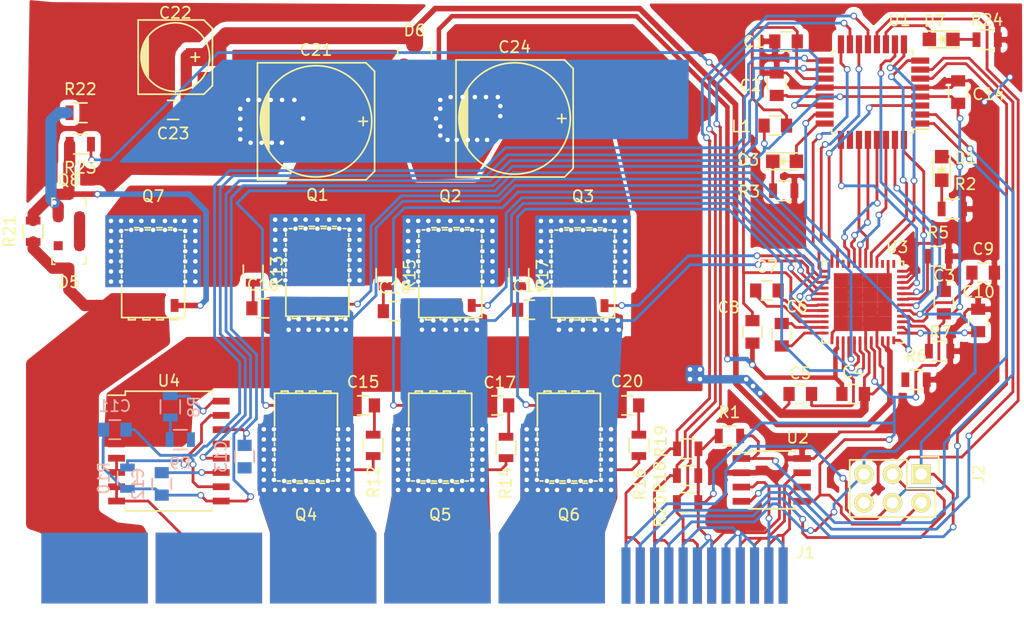
<source format=kicad_pcb>
(kicad_pcb (version 4) (host pcbnew 4.0.0-rc1-stable)
  (layers (0 F.Cu signal) (31 B.Cu signal) (34 B.Paste user) (35 F.Paste user) (36 B.SilkS user) (37 F.SilkS user) (38 B.Mask user) (39 F.Mask user) (44 Edge.Cuts user))
  (net 0 "")
  (net 1 "Net-(C1-Pad1)")
  (net 2 /LGND)
  (net 3 "Net-(C2-Pad1)")
  (net 4 /5V0)
  (net 5 /DriveControllerPower/PGND)
  (net 6 /DriveControllerPower/PBAT)
  (net 7 "Net-(C5-Pad2)")
  (net 8 "Net-(C6-Pad1)")
  (net 9 "Net-(C6-Pad2)")
  (net 10 "Net-(C7-Pad1)")
  (net 11 "Net-(C7-Pad2)")
  (net 12 /DriveControllerPower/CPOUT)
  (net 13 "Net-(C9-Pad1)")
  (net 14 "Net-(C10-Pad1)")
  (net 15 /ISENSEN)
  (net 16 "Net-(C12-Pad1)")
  (net 17 "Net-(C15-Pad1)")
  (net 18 /DriveControllerPower/POUT)
  (net 19 "Net-(C16-Pad1)")
  (net 20 /DriveControllerPower/U)
  (net 21 "Net-(C17-Pad1)")
  (net 22 "Net-(C18-Pad1)")
  (net 23 /DriveControllerPower/V)
  (net 24 "Net-(C19-Pad1)")
  (net 25 /DriveControllerPower/W)
  (net 26 "Net-(C20-Pad1)")
  (net 27 /DriveControllerPower/VBAT)
  (net 28 "Net-(D1-Pad1)")
  (net 29 /STAT_LED)
  (net 30 "Net-(D3-Pad1)")
  (net 31 "Net-(D5-Pad1)")
  (net 32 /DriveControllerPower/VSUPPLY)
  (net 33 /STATCAN)
  (net 34 "Net-(D7-Pad1)")
  (net 35 /DriveControllerPower/H1)
  (net 36 /DriveControllerPower/H2)
  (net 37 /DriveControllerPower/H3)
  (net 38 /CANH)
  (net 39 /CANL)
  (net 40 /VCAN)
  (net 41 /MOSI)
  (net 42 /MISO)
  (net 43 /SCK)
  (net 44 /NRESET)
  (net 45 /DriveControllerPower/L1)
  (net 46 /DriveControllerPower/L2)
  (net 47 /DriveControllerPower/L3)
  (net 48 "Net-(Q7-Pad1)")
  (net 49 /TXCAN)
  (net 50 /NCOAST)
  (net 51 "Net-(R5-Pad1)")
  (net 52 "Net-(R7-Pad1)")
  (net 53 "Net-(R8-Pad1)")
  (net 54 /IFL_EN)
  (net 55 "Net-(R10-Pad1)")
  (net 56 /DG1)
  (net 57 /RXCAN)
  (net 58 /IH3)
  (net 59 /IL3)
  (net 60 /WD)
  (net 61 /DG2)
  (net 62 /DG3)
  (net 63 /ISENSEP)
  (net 64 /SCREF)
  (net 65 /IL2)
  (net 66 /IL1)
  (net 67 /IH1)
  (net 68 /IH2)
  (net 69 /SLEEP)
  (net 70 "Net-(Q8-Pad1)")
  (net 71 /HA1)
  (net 72 /HA2)
  (net 73 /HA3)
  (net 74 /PGND)
  (module Pin_Headers:Pin_Header_Straight_2x03 (layer F.Cu) (at 175.0822 137.6934 270)
    (fp_text reference J2 (at 0 -5.1 270) (layer F.SilkS))
    (fp_text value ISP_Header)
    (pad 1 thru_hole rect (at 0 0 270) (size 1.7272 1.7272) (drill 1.016) (layers *.Cu *.Mask F.SilkS) (net 42 /MISO))
    (pad 2 thru_hole oval (at 2.54 0 270) (size 1.7272 1.7272) (drill 1.016) (layers *.Cu *.Mask F.SilkS) (net 4 /5V0))
    (pad 3 thru_hole oval (at 0 2.54 270) (size 1.7272 1.7272) (drill 1.016) (layers *.Cu *.Mask F.SilkS) (net 43 /SCK))
    (pad 4 thru_hole oval (at 2.54 2.54 270) (size 1.7272 1.7272) (drill 1.016) (layers *.Cu *.Mask F.SilkS) (net 41 /MOSI))
    (pad 5 thru_hole oval (at 0 5.08 270) (size 1.7272 1.7272) (drill 1.016) (layers *.Cu *.Mask F.SilkS) (net 44 /NRESET))
    (pad 6 thru_hole oval (at 2.54 5.08 270) (size 1.7272 1.7272) (drill 1.016) (layers *.Cu *.Mask F.SilkS) (net 2 /LGND))
  )
  (module Housings_SOIC:SOIC-8_3.9x4.9mm_Pitch1.27mm (layer F.Cu) (at 161.798 138.2014)
    (fp_text reference U2 (at 2.3114 -3.7592) (layer F.SilkS))
    (fp_text value MCP2562)
    (pad 1 smd rect (at -2.7 -1.905) (size 1.55 0.6) (layers F.Cu F.Paste F.Mask) (net 49 /TXCAN))
    (pad 2 smd rect (at -2.7 -0.635) (size 1.55 0.6) (layers F.Cu F.Paste F.Mask) (net 2 /LGND))
    (pad 3 smd rect (at -2.7 0.635) (size 1.55 0.6) (layers F.Cu F.Paste F.Mask) (net 40 /VCAN))
    (pad 4 smd rect (at -2.7 1.905) (size 1.55 0.6) (layers F.Cu F.Paste F.Mask) (net 57 /RXCAN))
    (pad 5 smd rect (at 2.7 1.905) (size 1.55 0.6) (layers F.Cu F.Paste F.Mask) (net 4 /5V0))
    (pad 6 smd rect (at 2.7 0.635) (size 1.55 0.6) (layers F.Cu F.Paste F.Mask) (net 39 /CANL))
    (pad 7 smd rect (at 2.7 -0.635) (size 1.55 0.6) (layers F.Cu F.Paste F.Mask) (net 38 /CANH))
    (pad 8 smd rect (at 2.7 -1.905) (size 1.55 0.6) (layers F.Cu F.Paste F.Mask) (net 2 /LGND))
  )
  (module Resistors_SMD:R_0805 (layer F.Cu) (at 154.3177 137.8204 180)
    (fp_text reference R18 (at 2.4511 -0.127 270) (layer F.SilkS))
    (fp_text value 10k)
    (pad 1 smd rect (at -0.95 0 180) (size 0.7 1.3) (layers F.Cu F.Paste F.Mask) (net 4 /5V0))
    (pad 2 smd rect (at 0.95 0 180) (size 0.7 1.3) (layers F.Cu F.Paste F.Mask) (net 72 /HA2))
  )
  (module Resistors_SMD:R_0805 (layer F.Cu) (at 154.3304 135.4328 180)
    (fp_text reference R19 (at 2.3876 0.6604 270) (layer F.SilkS))
    (fp_text value 10k)
    (pad 1 smd rect (at -0.95 0 180) (size 0.7 1.3) (layers F.Cu F.Paste F.Mask) (net 4 /5V0))
    (pad 2 smd rect (at 0.95 0 180) (size 0.7 1.3) (layers F.Cu F.Paste F.Mask) (net 71 /HA1))
  )
  (module Resistors_SMD:R_0805 (layer F.Cu) (at 154.3177 140.208 180)
    (fp_text reference R20 (at 2.4257 -0.7874 270) (layer F.SilkS))
    (fp_text value 10k)
    (pad 1 smd rect (at -0.95 0 180) (size 0.7 1.3) (layers F.Cu F.Paste F.Mask) (net 4 /5V0))
    (pad 2 smd rect (at 0.95 0 180) (size 0.7 1.3) (layers F.Cu F.Paste F.Mask) (net 73 /HA3))
  )
  (module Housings_QFP:TQFP-32_7x7mm_Pitch0.8mm (layer F.Cu) (at 170.7515 103.6955 180)
    (fp_text reference U1 (at -2.4003 6.3881 180) (layer F.SilkS))
    (fp_text value ATMega32M1)
    (pad 1 smd rect (at -4.25 -2.8 180) (size 1.6 0.55) (layers F.Cu F.Paste F.Mask) (net 42 /MISO))
    (pad 2 smd rect (at -4.25 -2 180) (size 1.6 0.55) (layers F.Cu F.Paste F.Mask) (net 41 /MOSI))
    (pad 3 smd rect (at -4.25 -1.2 180) (size 1.6 0.55) (layers F.Cu F.Paste F.Mask) (net 56 /DG1))
    (pad 4 smd rect (at -4.25 -0.4 180) (size 1.6 0.55) (layers F.Cu F.Paste F.Mask) (net 4 /5V0))
    (pad 5 smd rect (at -4.25 0.4 180) (size 1.6 0.55) (layers F.Cu F.Paste F.Mask) (net 2 /LGND))
    (pad 6 smd rect (at -4.25 1.2 180) (size 1.6 0.55) (layers F.Cu F.Paste F.Mask) (net 49 /TXCAN))
    (pad 7 smd rect (at -4.25 2 180) (size 1.6 0.55) (layers F.Cu F.Paste F.Mask) (net 57 /RXCAN))
    (pad 8 smd rect (at -4.25 2.8 180) (size 1.6 0.55) (layers F.Cu F.Paste F.Mask) (net 58 /IH3))
    (pad 9 smd rect (at -2.8 4.25 270) (size 1.6 0.55) (layers F.Cu F.Paste F.Mask) (net 59 /IL3))
    (pad 10 smd rect (at -2 4.25 270) (size 1.6 0.55) (layers F.Cu F.Paste F.Mask) (net 60 /WD))
    (pad 11 smd rect (at -1.2 4.25 270) (size 1.6 0.55) (layers F.Cu F.Paste F.Mask) (net 33 /STATCAN))
    (pad 12 smd rect (at -0.4 4.25 270) (size 1.6 0.55) (layers F.Cu F.Paste F.Mask) (net 43 /SCK))
    (pad 13 smd rect (at 0.4 4.25 270) (size 1.6 0.55) (layers F.Cu F.Paste F.Mask) (net 71 /HA1))
    (pad 14 smd rect (at 1.2 4.25 270) (size 1.6 0.55) (layers F.Cu F.Paste F.Mask) (net 61 /DG2))
    (pad 15 smd rect (at 2 4.25 270) (size 1.6 0.55) (layers F.Cu F.Paste F.Mask) (net 72 /HA2))
    (pad 16 smd rect (at 2.8 4.25 270) (size 1.6 0.55) (layers F.Cu F.Paste F.Mask) (net 62 /DG3))
    (pad 17 smd rect (at 4.25 2.8 180) (size 1.6 0.55) (layers F.Cu F.Paste F.Mask) (net 15 /ISENSEN))
    (pad 18 smd rect (at 4.25 2 180) (size 1.6 0.55) (layers F.Cu F.Paste F.Mask) (net 63 /ISENSEP))
    (pad 19 smd rect (at 4.25 1.2 180) (size 1.6 0.55) (layers F.Cu F.Paste F.Mask) (net 1 "Net-(C1-Pad1)"))
    (pad 20 smd rect (at 4.25 0.4 180) (size 1.6 0.55) (layers F.Cu F.Paste F.Mask) (net 2 /LGND))
    (pad 21 smd rect (at 4.25 -0.4 180) (size 1.6 0.55) (layers F.Cu F.Paste F.Mask) (net 3 "Net-(C2-Pad1)"))
    (pad 22 smd rect (at 4.25 -1.2 180) (size 1.6 0.55) (layers F.Cu F.Paste F.Mask) (net 73 /HA3))
    (pad 23 smd rect (at 4.25 -2 180) (size 1.6 0.55) (layers F.Cu F.Paste F.Mask) (net 50 /NCOAST))
    (pad 24 smd rect (at 4.25 -2.8 180) (size 1.6 0.55) (layers F.Cu F.Paste F.Mask) (net 29 /STAT_LED))
    (pad 25 smd rect (at 2.8 -4.25 270) (size 1.6 0.55) (layers F.Cu F.Paste F.Mask) (net 64 /SCREF))
    (pad 26 smd rect (at 2 -4.25 270) (size 1.6 0.55) (layers F.Cu F.Paste F.Mask))
    (pad 27 smd rect (at 1.2 -4.25 270) (size 1.6 0.55) (layers F.Cu F.Paste F.Mask) (net 65 /IL2))
    (pad 28 smd rect (at 0.4 -4.25 270) (size 1.6 0.55) (layers F.Cu F.Paste F.Mask) (net 66 /IL1))
    (pad 29 smd rect (at -0.4 -4.25 270) (size 1.6 0.55) (layers F.Cu F.Paste F.Mask) (net 67 /IH1))
    (pad 30 smd rect (at -1.2 -4.25 270) (size 1.6 0.55) (layers F.Cu F.Paste F.Mask) (net 68 /IH2))
    (pad 31 smd rect (at -2 -4.25 270) (size 1.6 0.55) (layers F.Cu F.Paste F.Mask) (net 44 /NRESET))
    (pad 32 smd rect (at -2.8 -4.25 270) (size 1.6 0.55) (layers F.Cu F.Paste F.Mask) (net 69 /SLEEP))
  )
  (module Capacitors_SMD:C_0805 (layer F.Cu) (at 178.3715 103.6955 90)
    (fp_text reference C14 (at -0.1905 2.7051 180) (layer F.SilkS))
    (fp_text value 10nF)
    (pad 1 smd rect (at -1 0 90) (size 1 1.25) (layers F.Cu F.Paste F.Mask) (net 4 /5V0))
    (pad 2 smd rect (at 1 0 90) (size 1 1.25) (layers F.Cu F.Paste F.Mask) (net 2 /LGND))
  )
  (module Capacitors_SMD:C_0805 (layer F.Cu) (at 162.1155 106.68)
    (fp_text reference L1 (at -3.0353 0.0762) (layer F.SilkS))
    (fp_text value 10uH)
    (pad 1 smd rect (at -1 0) (size 1 1.25) (layers F.Cu F.Paste F.Mask) (net 4 /5V0))
    (pad 2 smd rect (at 1 0) (size 1 1.25) (layers F.Cu F.Paste F.Mask) (net 1 "Net-(C1-Pad1)"))
  )
  (module Capacitors_SMD:C_0805 (layer F.Cu) (at 162.2425 102.997 90)
    (fp_text reference C2 (at -0.1016 -2.3241 180) (layer F.SilkS))
    (fp_text value 10nF)
    (pad 1 smd rect (at -1 0 90) (size 1 1.25) (layers F.Cu F.Paste F.Mask) (net 3 "Net-(C2-Pad1)"))
    (pad 2 smd rect (at 1 0 90) (size 1 1.25) (layers F.Cu F.Paste F.Mask) (net 2 /LGND))
  )
  (module Capacitors_SMD:C_0805 (layer F.Cu) (at 163.068 99.187 180)
    (fp_text reference C1 (at 2.8448 -0.0508 180) (layer F.SilkS))
    (fp_text value 100nF)
    (pad 1 smd rect (at -1 0 180) (size 1 1.25) (layers F.Cu F.Paste F.Mask) (net 1 "Net-(C1-Pad1)"))
    (pad 2 smd rect (at 1 0 180) (size 1 1.25) (layers F.Cu F.Paste F.Mask) (net 2 /LGND))
  )
  (module Capacitors_SMD:c_elec_10x10 (layer F.Cu) (at 121.285 106.299)
    (fp_text reference C21 (at 0 -6.35) (layer F.SilkS))
    (fp_text value 220uF)
    (pad 1 smd rect (at 4.0005 0) (size 4.0005 2.4003) (layers F.Cu F.Paste F.Mask) (net 6 /DriveControllerPower/PBAT))
    (pad 2 smd rect (at -4.0005 0) (size 4.0005 2.4003) (layers F.Cu F.Paste F.Mask) (net 18 /DriveControllerPower/POUT))
  )
  (module Capacitors_SMD:c_elec_6.3x5.7 (layer F.Cu) (at 108.7755 100.584)
    (fp_text reference C22 (at 0 -3.937) (layer F.SilkS))
    (fp_text value 22uF)
    (pad 1 smd rect (at 2.75082 0) (size 3.59918 1.6002) (layers F.Cu F.Paste F.Mask) (net 27 /DriveControllerPower/VBAT))
    (pad 2 smd rect (at -2.75082 0) (size 3.59918 1.6002) (layers F.Cu F.Paste F.Mask) (net 18 /DriveControllerPower/POUT))
  )
  (module Capacitors_SMD:c_elec_10x10 (layer F.Cu) (at 138.938 106.045)
    (fp_text reference C24 (at 0 -6.35) (layer F.SilkS))
    (fp_text value 220uF)
    (pad 1 smd rect (at 4.0005 0) (size 4.0005 2.4003) (layers F.Cu F.Paste F.Mask) (net 6 /DriveControllerPower/PBAT))
    (pad 2 smd rect (at -4.0005 0) (size 4.0005 2.4003) (layers F.Cu F.Paste F.Mask) (net 18 /DriveControllerPower/POUT))
  )
  (module LEDs:LED-0805 (layer F.Cu) (at 176.911 110.49 90)
    (fp_text reference D1 (at 0.9398 2.1336 180) (layer F.SilkS))
    (fp_text value LED_PWR)
    (pad 2 smd rect (at 1.04902 0 270) (size 1.19888 1.19888) (layers F.Cu F.Paste F.Mask) (net 4 /5V0))
    (pad 1 smd rect (at -1.04902 0 270) (size 1.19888 1.19888) (layers F.Cu F.Paste F.Mask) (net 28 "Net-(D1-Pad1)"))
  )
  (module LEDs:LED-0805 (layer F.Cu) (at 162.941 109.855)
    (fp_text reference D3 (at -3.2258 -0.127) (layer F.SilkS))
    (fp_text value LED_STAT)
    (pad 2 smd rect (at 1.04902 0 180) (size 1.19888 1.19888) (layers F.Cu F.Paste F.Mask) (net 29 /STAT_LED))
    (pad 1 smd rect (at -1.04902 0 180) (size 1.19888 1.19888) (layers F.Cu F.Paste F.Mask) (net 30 "Net-(D3-Pad1)"))
  )
  (module TO_SOT_Packages_SMD:SOT-23 (layer F.Cu) (at 99.314 118.364 180)
    (fp_text reference D5 (at 0 -2.25 180) (layer F.SilkS))
    (fp_text value BAS16)
    (pad 1 smd rect (at -0.95 1.00076 180) (size 0.8001 0.8001) (layers F.Cu F.Paste F.Mask) (net 31 "Net-(D5-Pad1)"))
    (pad 2 smd rect (at 0.95 1.00076 180) (size 0.8001 0.8001) (layers F.Cu F.Paste F.Mask))
    (pad 3 smd rect (at 0 -0.99822 180) (size 0.8001 0.8001) (layers F.Cu F.Paste F.Mask) (net 32 /DriveControllerPower/VSUPPLY))
  )
  (module TO_SOT_Packages_SMD:SOT-23 (layer F.Cu) (at 130.048 100.457)
    (fp_text reference D6 (at 0 -2.25) (layer F.SilkS))
    (fp_text value BAS16)
    (pad 1 smd rect (at -0.95 1.00076) (size 0.8001 0.8001) (layers F.Cu F.Paste F.Mask) (net 6 /DriveControllerPower/PBAT))
    (pad 2 smd rect (at 0.95 1.00076) (size 0.8001 0.8001) (layers F.Cu F.Paste F.Mask))
    (pad 3 smd rect (at 0 -0.99822) (size 0.8001 0.8001) (layers F.Cu F.Paste F.Mask) (net 27 /DriveControllerPower/VBAT))
  )
  (module LEDs:LED-0805 (layer F.Cu) (at 176.8602 99.0092 180)
    (fp_text reference D7 (at 0.5842 1.651 180) (layer F.SilkS))
    (fp_text value LED_CAN)
    (pad 2 smd rect (at 1.04902 0) (size 1.19888 1.19888) (layers F.Cu F.Paste F.Mask) (net 33 /STATCAN))
    (pad 1 smd rect (at -1.04902 0) (size 1.19888 1.19888) (layers F.Cu F.Paste F.Mask) (net 34 "Net-(D7-Pad1)"))
  )
  (module USSTPARTS:HPCE-40-24 (layer F.Cu) (at 95.37 150.901674)
    (fp_text reference J1 (at 69.4252 -6.248674) (layer F.SilkS))
    (fp_text value HPCE_40-24)
    (pad 1 connect rect (at 6.23 -4.851674) (size 9.46 6.3) (layers F.Cu F.Mask) (net 32 /DriveControllerPower/VSUPPLY))
    (pad 5 connect rect (at 16.39 -4.851674) (size 9.46 6.3) (layers F.Cu F.Mask) (net 74 /PGND))
    (pad 9 connect rect (at 26.55 -4.851674) (size 9.46 6.3) (layers F.Cu F.Mask) (net 20 /DriveControllerPower/U))
    (pad 13 connect rect (at 36.71 -4.851674) (size 9.46 6.3) (layers F.Cu F.Mask) (net 23 /DriveControllerPower/V))
    (pad 17 connect rect (at 46.87 -4.851674) (size 9.46 6.3) (layers F.Cu F.Mask) (net 25 /DriveControllerPower/W))
    (pad 37 connect rect (at 6.23 -4.851674) (size 9.46 6.3) (layers B.Cu B.Mask) (net 32 /DriveControllerPower/VSUPPLY))
    (pad 33 connect rect (at 16.39 -4.851674) (size 9.46 6.3) (layers B.Cu B.Mask) (net 74 /PGND))
    (pad 29 connect rect (at 26.55 -4.851674) (size 9.46 6.3) (layers B.Cu B.Mask) (net 20 /DriveControllerPower/U))
    (pad 25 connect rect (at 36.71 -4.851674) (size 9.46 6.3) (layers B.Cu B.Mask) (net 23 /DriveControllerPower/V))
    (pad 21 connect rect (at 46.87 -4.851674) (size 9.46 6.3) (layers B.Cu B.Mask) (net 25 /DriveControllerPower/W))
    (pad 41 connect rect (at 53.47 -4.19) (size 0.8 5) (layers F.Cu F.Mask) (net 71 /HA1))
    (pad 42 connect rect (at 54.74 -4.19) (size 0.8 5) (layers F.Cu F.Mask) (net 71 /HA1))
    (pad 43 connect rect (at 56.01 -4.19) (size 0.8 5) (layers F.Cu F.Mask) (net 72 /HA2))
    (pad 44 connect rect (at 57.28 -4.19) (size 0.8 5) (layers F.Cu F.Mask) (net 72 /HA2))
    (pad 45 connect rect (at 58.55 -4.19) (size 0.8 5) (layers F.Cu F.Mask) (net 73 /HA3))
    (pad 46 connect rect (at 59.82 -4.19) (size 0.8 5) (layers F.Cu F.Mask) (net 73 /HA3))
    (pad 47 connect rect (at 61.09 -4.19) (size 0.8 5) (layers F.Cu F.Mask) (net 2 /LGND))
    (pad 48 connect rect (at 62.36 -4.19) (size 0.8 5) (layers F.Cu F.Mask) (net 2 /LGND))
    (pad 49 connect rect (at 63.63 -4.19) (size 0.8 5) (layers F.Cu F.Mask) (net 38 /CANH))
    (pad 50 connect rect (at 64.9 -4.19) (size 0.8 5) (layers F.Cu F.Mask) (net 38 /CANH))
    (pad 51 connect rect (at 66.17 -4.19) (size 0.8 5) (layers F.Cu F.Mask) (net 39 /CANL))
    (pad 52 connect rect (at 67.44 -4.19) (size 0.8 5) (layers F.Cu F.Mask) (net 39 /CANL))
    (pad 53 connect rect (at 67.44 -4.19) (size 0.8 5) (layers B.Cu B.Mask) (net 40 /VCAN))
    (pad 64 connect rect (at 53.47 -4.19) (size 0.8 5) (layers B.Cu B.Mask) (net 41 /MOSI))
    (pad 63 connect rect (at 54.74 -4.19) (size 0.8 5) (layers B.Cu B.Mask) (net 42 /MISO))
    (pad 62 connect rect (at 56.01 -4.19) (size 0.8 5) (layers B.Cu B.Mask) (net 43 /SCK))
    (pad 61 connect rect (at 57.28 -4.19) (size 0.8 5) (layers B.Cu B.Mask) (net 44 /NRESET))
    (pad 60 connect rect (at 58.55 -4.19) (size 0.8 5) (layers B.Cu B.Mask) (net 2 /LGND))
    (pad 59 connect rect (at 59.82 -4.19) (size 0.8 5) (layers B.Cu B.Mask) (net 4 /5V0))
    (pad 58 connect rect (at 61.09 -4.19) (size 0.8 5) (layers B.Cu B.Mask) (net 4 /5V0))
    (pad 57 connect rect (at 62.36 -4.19) (size 0.8 5) (layers B.Cu B.Mask) (net 2 /LGND))
    (pad 56 connect rect (at 63.63 -4.19) (size 0.8 5) (layers B.Cu B.Mask) (net 2 /LGND))
    (pad 55 connect rect (at 64.9 -4.19) (size 0.8 5) (layers B.Cu B.Mask) (net 2 /LGND))
    (pad 54 connect rect (at 66.17 -4.19) (size 0.8 5) (layers B.Cu B.Mask) (net 40 /VCAN))
  )
  (module TO_SOT_Packages_SMD:SOT-23 (layer F.Cu) (at 99.314 113.792)
    (fp_text reference Q8 (at 0 -2.25) (layer F.SilkS))
    (fp_text value BC817-40)
    (pad 1 smd rect (at -0.95 1.00076) (size 0.8001 0.8001) (layers F.Cu F.Paste F.Mask) (net 70 "Net-(Q8-Pad1)"))
    (pad 2 smd rect (at 0.95 1.00076) (size 0.8001 0.8001) (layers F.Cu F.Paste F.Mask) (net 31 "Net-(D5-Pad1)"))
    (pad 3 smd rect (at 0 -0.99822) (size 0.8001 0.8001) (layers F.Cu F.Paste F.Mask) (net 48 "Net-(Q7-Pad1)"))
  )
  (module Housings_DFN_QFN:QFN-48-1EP_7x7mm_Pitch0.5mm (layer F.Cu) (at 169.897 122.384 180)
    (fp_text reference U3 (at -3.0516 4.8836 180) (layer F.SilkS))
    (fp_text value ATA6844)
    (pad 1 smd rect (at -3.4 -2.75 180) (size 0.7 0.25) (layers F.Cu F.Paste F.Mask) (net 14 "Net-(C10-Pad1)"))
    (pad 2 smd rect (at -3.4 -2.25 180) (size 0.7 0.25) (layers F.Cu F.Paste F.Mask) (net 14 "Net-(C10-Pad1)"))
    (pad 3 smd rect (at -3.4 -1.75 180) (size 0.7 0.25) (layers F.Cu F.Paste F.Mask) (net 52 "Net-(R7-Pad1)"))
    (pad 4 smd rect (at -3.4 -1.25 180) (size 0.7 0.25) (layers F.Cu F.Paste F.Mask) (net 13 "Net-(C9-Pad1)"))
    (pad 5 smd rect (at -3.4 -0.75 180) (size 0.7 0.25) (layers F.Cu F.Paste F.Mask) (net 44 /NRESET))
    (pad 6 smd rect (at -3.4 -0.25 180) (size 0.7 0.25) (layers F.Cu F.Paste F.Mask) (net 60 /WD))
    (pad 7 smd rect (at -3.4 0.25 180) (size 0.7 0.25) (layers F.Cu F.Paste F.Mask) (net 51 "Net-(R5-Pad1)"))
    (pad 8 smd rect (at -3.4 0.75 180) (size 0.7 0.25) (layers F.Cu F.Paste F.Mask) (net 69 /SLEEP))
    (pad 9 smd rect (at -3.4 1.25 180) (size 0.7 0.25) (layers F.Cu F.Paste F.Mask) (net 64 /SCREF))
    (pad 10 smd rect (at -3.4 1.75 180) (size 0.7 0.25) (layers F.Cu F.Paste F.Mask) (net 2 /LGND))
    (pad 11 smd rect (at -3.4 2.25 180) (size 0.7 0.25) (layers F.Cu F.Paste F.Mask) (net 2 /LGND))
    (pad 12 smd rect (at -3.4 2.75 180) (size 0.7 0.25) (layers F.Cu F.Paste F.Mask) (net 2 /LGND))
    (pad 13 smd rect (at -2.75 3.4 270) (size 0.7 0.25) (layers F.Cu F.Paste F.Mask))
    (pad 14 smd rect (at -2.25 3.4 270) (size 0.7 0.25) (layers F.Cu F.Paste F.Mask) (net 18 /DriveControllerPower/POUT))
    (pad 15 smd rect (at -1.75 3.4 270) (size 0.7 0.25) (layers F.Cu F.Paste F.Mask))
    (pad 16 smd rect (at -1.25 3.4 270) (size 0.7 0.25) (layers F.Cu F.Paste F.Mask) (net 59 /IL3))
    (pad 17 smd rect (at -0.75 3.4 270) (size 0.7 0.25) (layers F.Cu F.Paste F.Mask) (net 58 /IH3))
    (pad 18 smd rect (at -0.25 3.4 270) (size 0.7 0.25) (layers F.Cu F.Paste F.Mask) (net 65 /IL2))
    (pad 19 smd rect (at 0.25 3.4 270) (size 0.7 0.25) (layers F.Cu F.Paste F.Mask) (net 68 /IH2))
    (pad 20 smd rect (at 0.75 3.4 270) (size 0.7 0.25) (layers F.Cu F.Paste F.Mask) (net 66 /IL1))
    (pad 21 smd rect (at 1.25 3.4 270) (size 0.7 0.25) (layers F.Cu F.Paste F.Mask) (net 67 /IH1))
    (pad 22 smd rect (at 1.75 3.4 270) (size 0.7 0.25) (layers F.Cu F.Paste F.Mask))
    (pad 23 smd rect (at 2.25 3.4 270) (size 0.7 0.25) (layers F.Cu F.Paste F.Mask) (net 56 /DG1))
    (pad 24 smd rect (at 2.75 3.4 270) (size 0.7 0.25) (layers F.Cu F.Paste F.Mask) (net 61 /DG2))
    (pad 25 smd rect (at 3.4 2.75 180) (size 0.7 0.25) (layers F.Cu F.Paste F.Mask) (net 62 /DG3))
    (pad 26 smd rect (at 3.4 2.25 180) (size 0.7 0.25) (layers F.Cu F.Paste F.Mask) (net 37 /DriveControllerPower/H3))
    (pad 27 smd rect (at 3.4 1.75 180) (size 0.7 0.25) (layers F.Cu F.Paste F.Mask) (net 25 /DriveControllerPower/W))
    (pad 28 smd rect (at 3.4 1.25 180) (size 0.7 0.25) (layers F.Cu F.Paste F.Mask) (net 36 /DriveControllerPower/H2))
    (pad 29 smd rect (at 3.4 0.75 180) (size 0.7 0.25) (layers F.Cu F.Paste F.Mask) (net 23 /DriveControllerPower/V))
    (pad 30 smd rect (at 3.4 0.25 180) (size 0.7 0.25) (layers F.Cu F.Paste F.Mask) (net 35 /DriveControllerPower/H1))
    (pad 31 smd rect (at 3.4 -0.25 180) (size 0.7 0.25) (layers F.Cu F.Paste F.Mask) (net 20 /DriveControllerPower/U))
    (pad 32 smd rect (at 3.4 -0.75 180) (size 0.7 0.25) (layers F.Cu F.Paste F.Mask) (net 12 /DriveControllerPower/CPOUT))
    (pad 33 smd rect (at 3.4 -1.25 180) (size 0.7 0.25) (layers F.Cu F.Paste F.Mask) (net 11 "Net-(C7-Pad2)"))
    (pad 34 smd rect (at 3.4 -1.75 180) (size 0.7 0.25) (layers F.Cu F.Paste F.Mask) (net 10 "Net-(C7-Pad1)"))
    (pad 35 smd rect (at 3.4 -2.25 180) (size 0.7 0.25) (layers F.Cu F.Paste F.Mask) (net 9 "Net-(C6-Pad2)"))
    (pad 36 smd rect (at 3.4 -2.75 180) (size 0.7 0.25) (layers F.Cu F.Paste F.Mask) (net 8 "Net-(C6-Pad1)"))
    (pad 37 smd rect (at 2.75 -3.4 270) (size 0.7 0.25) (layers F.Cu F.Paste F.Mask) (net 18 /DriveControllerPower/POUT))
    (pad 38 smd rect (at 2.25 -3.4 270) (size 0.7 0.25) (layers F.Cu F.Paste F.Mask) (net 6 /DriveControllerPower/PBAT))
    (pad 39 smd rect (at 1.75 -3.4 270) (size 0.7 0.25) (layers F.Cu F.Paste F.Mask) (net 7 "Net-(C5-Pad2)"))
    (pad 40 smd rect (at 1.25 -3.4 270) (size 0.7 0.25) (layers F.Cu F.Paste F.Mask) (net 45 /DriveControllerPower/L1))
    (pad 41 smd rect (at 0.75 -3.4 270) (size 0.7 0.25) (layers F.Cu F.Paste F.Mask) (net 46 /DriveControllerPower/L2))
    (pad 42 smd rect (at 0.25 -3.4 270) (size 0.7 0.25) (layers F.Cu F.Paste F.Mask) (net 47 /DriveControllerPower/L3))
    (pad 43 smd rect (at -0.25 -3.4 270) (size 0.7 0.25) (layers F.Cu F.Paste F.Mask) (net 18 /DriveControllerPower/POUT))
    (pad 44 smd rect (at -0.75 -3.4 270) (size 0.7 0.25) (layers F.Cu F.Paste F.Mask) (net 4 /5V0))
    (pad 45 smd rect (at -1.25 -3.4 270) (size 0.7 0.25) (layers F.Cu F.Paste F.Mask) (net 18 /DriveControllerPower/POUT))
    (pad 46 smd rect (at -1.75 -3.4 270) (size 0.7 0.25) (layers F.Cu F.Paste F.Mask) (net 27 /DriveControllerPower/VBAT))
    (pad 47 smd rect (at -2.25 -3.4 270) (size 0.7 0.25) (layers F.Cu F.Paste F.Mask) (net 27 /DriveControllerPower/VBAT))
    (pad 48 smd rect (at -2.75 -3.4 270) (size 0.7 0.25) (layers F.Cu F.Paste F.Mask) (net 50 /NCOAST))
    (pad 49 smd rect (at 1.93125 1.93125 180) (size 1.2875 1.2875) (layers F.Cu F.Paste F.Mask) (net 18 /DriveControllerPower/POUT))
    (pad 49 smd rect (at 1.93125 0.64375 180) (size 1.2875 1.2875) (layers F.Cu F.Paste F.Mask) (net 18 /DriveControllerPower/POUT))
    (pad 49 smd rect (at 1.93125 -0.64375 180) (size 1.2875 1.2875) (layers F.Cu F.Paste F.Mask) (net 18 /DriveControllerPower/POUT))
    (pad 49 smd rect (at 1.93125 -1.93125 180) (size 1.2875 1.2875) (layers F.Cu F.Paste F.Mask) (net 18 /DriveControllerPower/POUT))
    (pad 49 smd rect (at 0.64375 1.93125 180) (size 1.2875 1.2875) (layers F.Cu F.Paste F.Mask) (net 18 /DriveControllerPower/POUT))
    (pad 49 smd rect (at 0.64375 0.64375 180) (size 1.2875 1.2875) (layers F.Cu F.Paste F.Mask) (net 18 /DriveControllerPower/POUT))
    (pad 49 smd rect (at 0.64375 -0.64375 180) (size 1.2875 1.2875) (layers F.Cu F.Paste F.Mask) (net 18 /DriveControllerPower/POUT))
    (pad 49 smd rect (at 0.64375 -1.93125 180) (size 1.2875 1.2875) (layers F.Cu F.Paste F.Mask) (net 18 /DriveControllerPower/POUT))
    (pad 49 smd rect (at -0.64375 1.93125 180) (size 1.2875 1.2875) (layers F.Cu F.Paste F.Mask) (net 18 /DriveControllerPower/POUT))
    (pad 49 smd rect (at -0.64375 0.64375 180) (size 1.2875 1.2875) (layers F.Cu F.Paste F.Mask) (net 18 /DriveControllerPower/POUT))
    (pad 49 smd rect (at -0.64375 -0.64375 180) (size 1.2875 1.2875) (layers F.Cu F.Paste F.Mask) (net 18 /DriveControllerPower/POUT))
    (pad 49 smd rect (at -0.64375 -1.93125 180) (size 1.2875 1.2875) (layers F.Cu F.Paste F.Mask) (net 18 /DriveControllerPower/POUT))
    (pad 49 smd rect (at -1.93125 1.93125 180) (size 1.2875 1.2875) (layers F.Cu F.Paste F.Mask) (net 18 /DriveControllerPower/POUT))
    (pad 49 smd rect (at -1.93125 0.64375 180) (size 1.2875 1.2875) (layers F.Cu F.Paste F.Mask) (net 18 /DriveControllerPower/POUT))
    (pad 49 smd rect (at -1.93125 -0.64375 180) (size 1.2875 1.2875) (layers F.Cu F.Paste F.Mask) (net 18 /DriveControllerPower/POUT))
    (pad 49 smd rect (at -1.93125 -1.93125 180) (size 1.2875 1.2875) (layers F.Cu F.Paste F.Mask) (net 18 /DriveControllerPower/POUT))
  )
  (module Housings_SOIC:SOIC-16_7.5x10.3mm_Pitch1.27mm (layer F.Cu) (at 108.204 135.636)
    (fp_text reference U4 (at 0 -6.25) (layer F.SilkS))
    (fp_text value ACS710)
    (pad 1 smd rect (at -4.65 -4.445) (size 1.5 0.6) (layers F.Cu F.Paste F.Mask) (net 18 /DriveControllerPower/POUT))
    (pad 2 smd rect (at -4.65 -3.175) (size 1.5 0.6) (layers F.Cu F.Paste F.Mask) (net 18 /DriveControllerPower/POUT))
    (pad 3 smd rect (at -4.65 -1.905) (size 1.5 0.6) (layers F.Cu F.Paste F.Mask) (net 18 /DriveControllerPower/POUT))
    (pad 4 smd rect (at -4.65 -0.635) (size 1.5 0.6) (layers F.Cu F.Paste F.Mask) (net 18 /DriveControllerPower/POUT))
    (pad 5 smd rect (at -4.65 0.635) (size 1.5 0.6) (layers F.Cu F.Paste F.Mask) (net 74 /PGND))
    (pad 6 smd rect (at -4.65 1.905) (size 1.5 0.6) (layers F.Cu F.Paste F.Mask) (net 74 /PGND))
    (pad 7 smd rect (at -4.65 3.175) (size 1.5 0.6) (layers F.Cu F.Paste F.Mask) (net 74 /PGND))
    (pad 8 smd rect (at -4.65 4.445) (size 1.5 0.6) (layers F.Cu F.Paste F.Mask) (net 74 /PGND))
    (pad 9 smd rect (at 4.65 4.445) (size 1.5 0.6) (layers F.Cu F.Paste F.Mask) (net 2 /LGND))
    (pad 10 smd rect (at 4.65 3.175) (size 1.5 0.6) (layers F.Cu F.Paste F.Mask) (net 15 /ISENSEN))
    (pad 11 smd rect (at 4.65 1.905) (size 1.5 0.6) (layers F.Cu F.Paste F.Mask) (net 16 "Net-(C12-Pad1)"))
    (pad 12 smd rect (at 4.65 0.635) (size 1.5 0.6) (layers F.Cu F.Paste F.Mask) (net 63 /ISENSEP))
    (pad 13 smd rect (at 4.65 -0.635) (size 1.5 0.6) (layers F.Cu F.Paste F.Mask))
    (pad 14 smd rect (at 4.65 -1.905) (size 1.5 0.6) (layers F.Cu F.Paste F.Mask) (net 4 /5V0))
    (pad 15 smd rect (at 4.65 -3.175) (size 1.5 0.6) (layers F.Cu F.Paste F.Mask) (net 55 "Net-(R10-Pad1)"))
    (pad 16 smd rect (at 4.65 -4.445) (size 1.5 0.6) (layers F.Cu F.Paste F.Mask) (net 54 /IFL_EN))
  )
  (module Capacitors_SMD:C_0805 (layer F.Cu) (at 177.1015 122.428 90)
    (fp_text reference C3 (at 2.3876 0.0381 180) (layer F.SilkS))
    (fp_text value 2.2uF)
    (pad 1 smd rect (at -1 0 90) (size 1 1.25) (layers F.Cu F.Paste F.Mask) (net 4 /5V0))
    (pad 2 smd rect (at 1 0 90) (size 1 1.25) (layers F.Cu F.Paste F.Mask) (net 2 /LGND))
  )
  (module Capacitors_SMD:C_0805 (layer F.Cu) (at 169.037 130.556 180)
    (fp_text reference C4 (at 0.0254 1.9558 180) (layer F.SilkS))
    (fp_text value 100nF)
    (pad 1 smd rect (at -1 0 180) (size 1 1.25) (layers F.Cu F.Paste F.Mask) (net 18 /DriveControllerPower/POUT))
    (pad 2 smd rect (at 1 0 180) (size 1 1.25) (layers F.Cu F.Paste F.Mask) (net 6 /DriveControllerPower/PBAT))
  )
  (module Capacitors_SMD:C_0805 (layer F.Cu) (at 164.338 130.556)
    (fp_text reference C5 (at 0 -1.8415 180) (layer F.SilkS))
    (fp_text value 470nF)
    (pad 1 smd rect (at -1 0) (size 1 1.25) (layers F.Cu F.Paste F.Mask) (net 18 /DriveControllerPower/POUT))
    (pad 2 smd rect (at 1 0) (size 1 1.25) (layers F.Cu F.Paste F.Mask) (net 7 "Net-(C5-Pad2)"))
  )
  (module Capacitors_SMD:C_0805 (layer F.Cu) (at 162.687 125.2855 90)
    (fp_text reference C6 (at 2.5019 1.3462 180) (layer F.SilkS))
    (fp_text value 100nF)
    (pad 1 smd rect (at -1 0 90) (size 1 1.25) (layers F.Cu F.Paste F.Mask) (net 8 "Net-(C6-Pad1)"))
    (pad 2 smd rect (at 1 0 90) (size 1 1.25) (layers F.Cu F.Paste F.Mask) (net 9 "Net-(C6-Pad2)"))
  )
  (module Capacitors_SMD:C_0805 (layer F.Cu) (at 161.3695 121.3485)
    (fp_text reference C7 (at 0 -2.1) (layer F.SilkS))
    (fp_text value 100nF)
    (pad 1 smd rect (at -1 0) (size 1 1.25) (layers F.Cu F.Paste F.Mask) (net 10 "Net-(C7-Pad1)"))
    (pad 2 smd rect (at 1 0) (size 1 1.25) (layers F.Cu F.Paste F.Mask) (net 11 "Net-(C7-Pad2)"))
  )
  (module Capacitors_SMD:C_0805 (layer F.Cu) (at 160.0835 125.0315 90)
    (fp_text reference C8 (at 2.1717 -2.1209 180) (layer F.SilkS))
    (fp_text value 470nF)
    (pad 1 smd rect (at -1 0 90) (size 1 1.25) (layers F.Cu F.Paste F.Mask) (net 6 /DriveControllerPower/PBAT))
    (pad 2 smd rect (at 1 0 90) (size 1 1.25) (layers F.Cu F.Paste F.Mask) (net 12 /DriveControllerPower/CPOUT))
  )
  (module Capacitors_SMD:C_0805 (layer F.Cu) (at 180.594 119.761)
    (fp_text reference C9 (at 0 -2.1) (layer F.SilkS))
    (fp_text value 220pF)
    (pad 1 smd rect (at -1 0) (size 1 1.25) (layers F.Cu F.Paste F.Mask) (net 13 "Net-(C9-Pad1)"))
    (pad 2 smd rect (at 1 0) (size 1 1.25) (layers F.Cu F.Paste F.Mask) (net 2 /LGND))
  )
  (module Capacitors_SMD:C_0805 (layer F.Cu) (at 180.1495 124.0155 90)
    (fp_text reference C10 (at 2.5273 0.0381 180) (layer F.SilkS))
    (fp_text value 220nF)
    (pad 1 smd rect (at -1 0 90) (size 1 1.25) (layers F.Cu F.Paste F.Mask) (net 14 "Net-(C10-Pad1)"))
    (pad 2 smd rect (at 1 0 90) (size 1 1.25) (layers F.Cu F.Paste F.Mask) (net 2 /LGND))
  )
  (module Capacitors_SMD:C_0805 (layer B.Cu) (at 103.394 133.731 180)
    (fp_text reference C11 (at 0 2.1 180) (layer B.SilkS) (effects (justify mirror)))
    (fp_text value 1nF)
    (pad 1 smd rect (at -1 0 180) (size 1 1.25) (layers B.Cu B.Paste B.Mask) (net 15 /ISENSEN))
    (pad 2 smd rect (at 1 0 180) (size 1 1.25) (layers B.Cu B.Paste B.Mask) (net 2 /LGND))
  )
  (module Capacitors_SMD:C_0805 (layer B.Cu) (at 107.569 138.557 270)
    (fp_text reference C12 (at 0 2.1 270) (layer B.SilkS) (effects (justify mirror)))
    (fp_text value 1nF)
    (pad 1 smd rect (at -1 0 270) (size 1 1.25) (layers B.Cu B.Paste B.Mask) (net 16 "Net-(C12-Pad1)"))
    (pad 2 smd rect (at 1 0 270) (size 1 1.25) (layers B.Cu B.Paste B.Mask) (net 2 /LGND))
  )
  (module Capacitors_SMD:C_0805 (layer B.Cu) (at 114.935 136.128 270)
    (fp_text reference C13 (at 0 2.1 270) (layer B.SilkS) (effects (justify mirror)))
    (fp_text value 100nF)
    (pad 1 smd rect (at -1 0 270) (size 1 1.25) (layers B.Cu B.Paste B.Mask) (net 4 /5V0))
    (pad 2 smd rect (at 1 0 270) (size 1 1.25) (layers B.Cu B.Paste B.Mask) (net 2 /LGND))
  )
  (module Capacitors_SMD:C_0805 (layer F.Cu) (at 125.476 131.572 180)
    (fp_text reference C15 (at 0 2.0828 180) (layer F.SilkS))
    (fp_text value 10nF)
    (pad 1 smd rect (at -1 0 180) (size 1 1.25) (layers F.Cu F.Paste F.Mask) (net 17 "Net-(C15-Pad1)"))
    (pad 2 smd rect (at 1 0 180) (size 1 1.25) (layers F.Cu F.Paste F.Mask) (net 18 /DriveControllerPower/POUT))
  )
  (module Capacitors_SMD:C_0805 (layer F.Cu) (at 116.586 122.936)
    (fp_text reference C16 (at 0 -2.1) (layer F.SilkS))
    (fp_text value 10nF)
    (pad 1 smd rect (at -1 0) (size 1 1.25) (layers F.Cu F.Paste F.Mask) (net 19 "Net-(C16-Pad1)"))
    (pad 2 smd rect (at 1 0) (size 1 1.25) (layers F.Cu F.Paste F.Mask) (net 20 /DriveControllerPower/U))
  )
  (module Capacitors_SMD:C_0805 (layer F.Cu) (at 137.414 131.572 180)
    (fp_text reference C17 (at -0.2032 2.032 180) (layer F.SilkS))
    (fp_text value 10nF)
    (pad 1 smd rect (at -1 0 180) (size 1 1.25) (layers F.Cu F.Paste F.Mask) (net 21 "Net-(C17-Pad1)"))
    (pad 2 smd rect (at 1 0 180) (size 1 1.25) (layers F.Cu F.Paste F.Mask) (net 18 /DriveControllerPower/POUT))
  )
  (module Capacitors_SMD:C_0805 (layer F.Cu) (at 128.27 123.19)
    (fp_text reference C18 (at 0 -2.1) (layer F.SilkS))
    (fp_text value 10nF)
    (pad 1 smd rect (at -1 0) (size 1 1.25) (layers F.Cu F.Paste F.Mask) (net 22 "Net-(C18-Pad1)"))
    (pad 2 smd rect (at 1 0) (size 1 1.25) (layers F.Cu F.Paste F.Mask) (net 23 /DriveControllerPower/V))
  )
  (module Capacitors_SMD:C_0805 (layer F.Cu) (at 140.208 123.063)
    (fp_text reference C19 (at 0 -2.1) (layer F.SilkS))
    (fp_text value 10nF)
    (pad 1 smd rect (at -1 0) (size 1 1.25) (layers F.Cu F.Paste F.Mask) (net 24 "Net-(C19-Pad1)"))
    (pad 2 smd rect (at 1 0) (size 1 1.25) (layers F.Cu F.Paste F.Mask) (net 25 /DriveControllerPower/W))
  )
  (module Capacitors_SMD:C_0805 (layer F.Cu) (at 148.971 131.572 180)
    (fp_text reference C20 (at 0.0254 2.1336 180) (layer F.SilkS))
    (fp_text value 10nF)
    (pad 1 smd rect (at -1 0 180) (size 1 1.25) (layers F.Cu F.Paste F.Mask) (net 26 "Net-(C20-Pad1)"))
    (pad 2 smd rect (at 1 0 180) (size 1 1.25) (layers F.Cu F.Paste F.Mask) (net 18 /DriveControllerPower/POUT))
  )
  (module Capacitors_SMD:C_0805 (layer F.Cu) (at 108.585 105.283 180)
    (fp_text reference C23 (at 0 -2.1 180) (layer F.SilkS))
    (fp_text value 100nF)
    (pad 1 smd rect (at -1 0 180) (size 1 1.25) (layers F.Cu F.Paste F.Mask) (net 27 /DriveControllerPower/VBAT))
    (pad 2 smd rect (at 1 0 180) (size 1 1.25) (layers F.Cu F.Paste F.Mask) (net 18 /DriveControllerPower/POUT))
  )
  (module Resistors_SMD:R_0805 (layer F.Cu) (at 177.8508 114.0968)
    (fp_text reference R2 (at 1.1684 -2.2098) (layer F.SilkS))
    (fp_text value 1k)
    (pad 1 smd rect (at -0.95 0) (size 0.7 1.3) (layers F.Cu F.Paste F.Mask) (net 28 "Net-(D1-Pad1)"))
    (pad 2 smd rect (at 0.95 0) (size 0.7 1.3) (layers F.Cu F.Paste F.Mask) (net 2 /LGND))
  )
  (module Resistors_SMD:R_0805 (layer F.Cu) (at 162.8648 112.4712)
    (fp_text reference R3 (at -3.0734 0.0762) (layer F.SilkS))
    (fp_text value 1k)
    (pad 1 smd rect (at -0.95 0) (size 0.7 1.3) (layers F.Cu F.Paste F.Mask) (net 30 "Net-(D3-Pad1)"))
    (pad 2 smd rect (at 0.95 0) (size 0.7 1.3) (layers F.Cu F.Paste F.Mask) (net 2 /LGND))
  )
  (module Resistors_SMD:R_0805 (layer F.Cu) (at 176.5935 118.3005)
    (fp_text reference R5 (at 0 -2.1) (layer F.SilkS))
    (fp_text value "0 (J)")
    (pad 1 smd rect (at -0.95 0) (size 0.7 1.3) (layers F.Cu F.Paste F.Mask) (net 51 "Net-(R5-Pad1)"))
    (pad 2 smd rect (at 0.95 0) (size 0.7 1.3) (layers F.Cu F.Paste F.Mask) (net 2 /LGND))
  )
  (module Resistors_SMD:R_0805 (layer F.Cu) (at 174.625 129.286)
    (fp_text reference R6 (at 0 -2.1) (layer F.SilkS))
    (fp_text value 10k)
    (pad 1 smd rect (at -0.95 0) (size 0.7 1.3) (layers F.Cu F.Paste F.Mask) (net 13 "Net-(C9-Pad1)"))
    (pad 2 smd rect (at 0.95 0) (size 0.7 1.3) (layers F.Cu F.Paste F.Mask) (net 2 /LGND))
  )
  (module Resistors_SMD:R_0805 (layer F.Cu) (at 176.7205 126.746)
    (fp_text reference R7 (at 0.0635 -1.7018) (layer F.SilkS))
    (fp_text value 33k)
    (pad 1 smd rect (at -0.95 0) (size 0.7 1.3) (layers F.Cu F.Paste F.Mask) (net 52 "Net-(R7-Pad1)"))
    (pad 2 smd rect (at 0.95 0) (size 0.7 1.3) (layers F.Cu F.Paste F.Mask) (net 2 /LGND))
  )
  (module Resistors_SMD:R_0805 (layer B.Cu) (at 108.331 131.699 90)
    (fp_text reference R8 (at 0 2.1 90) (layer B.SilkS) (effects (justify mirror)))
    (fp_text value 100k)
    (pad 1 smd rect (at -0.95 0 90) (size 0.7 1.3) (layers B.Cu B.Paste B.Mask) (net 53 "Net-(R8-Pad1)"))
    (pad 2 smd rect (at 0.95 0 90) (size 0.7 1.3) (layers B.Cu B.Paste B.Mask) (net 54 /IFL_EN))
  )
  (module Resistors_SMD:R_0805 (layer B.Cu) (at 109.22 134.62)
    (fp_text reference R9 (at 0 2.1) (layer B.SilkS) (effects (justify mirror)))
    (fp_text value 100k)
    (pad 1 smd rect (at -0.95 0) (size 0.7 1.3) (layers B.Cu B.Paste B.Mask) (net 53 "Net-(R8-Pad1)"))
    (pad 2 smd rect (at 0.95 0) (size 0.7 1.3) (layers B.Cu B.Paste B.Mask) (net 55 "Net-(R10-Pad1)"))
  )
  (module Resistors_SMD:R_0805 (layer B.Cu) (at 104.521 138.049 270)
    (fp_text reference R10 (at 0 2.1 270) (layer B.SilkS) (effects (justify mirror)))
    (fp_text value 47k)
    (pad 1 smd rect (at -0.95 0 270) (size 0.7 1.3) (layers B.Cu B.Paste B.Mask) (net 55 "Net-(R10-Pad1)"))
    (pad 2 smd rect (at 0.95 0 270) (size 0.7 1.3) (layers B.Cu B.Paste B.Mask) (net 2 /LGND))
  )
  (module Resistors_SMD:R_0805 (layer F.Cu) (at 126.365 135.128 90)
    (fp_text reference R12 (at -3.2512 0.0254 90) (layer F.SilkS))
    (fp_text value 10)
    (pad 1 smd rect (at -0.95 0 90) (size 0.7 1.3) (layers F.Cu F.Paste F.Mask) (net 20 /DriveControllerPower/U))
    (pad 2 smd rect (at 0.95 0 90) (size 0.7 1.3) (layers F.Cu F.Paste F.Mask) (net 17 "Net-(C15-Pad1)"))
  )
  (module Resistors_SMD:R_0805 (layer F.Cu) (at 115.697 119.7 270)
    (fp_text reference R13 (at 0 -2.1 270) (layer F.SilkS))
    (fp_text value 10)
    (pad 1 smd rect (at -0.95 0 270) (size 0.7 1.3) (layers F.Cu F.Paste F.Mask) (net 6 /DriveControllerPower/PBAT))
    (pad 2 smd rect (at 0.95 0 270) (size 0.7 1.3) (layers F.Cu F.Paste F.Mask) (net 19 "Net-(C16-Pad1)"))
  )
  (module Resistors_SMD:R_0805 (layer F.Cu) (at 138.176 135.316 90)
    (fp_text reference R14 (at -3.1648 -0.0254 270) (layer F.SilkS))
    (fp_text value 10)
    (pad 1 smd rect (at -0.95 0 90) (size 0.7 1.3) (layers F.Cu F.Paste F.Mask) (net 23 /DriveControllerPower/V))
    (pad 2 smd rect (at 0.95 0 90) (size 0.7 1.3) (layers F.Cu F.Paste F.Mask) (net 21 "Net-(C17-Pad1)"))
  )
  (module Resistors_SMD:R_0805 (layer F.Cu) (at 127.508 120.015 270)
    (fp_text reference R15 (at 0 -2.1 270) (layer F.SilkS))
    (fp_text value 10)
    (pad 1 smd rect (at -0.95 0 270) (size 0.7 1.3) (layers F.Cu F.Paste F.Mask) (net 6 /DriveControllerPower/PBAT))
    (pad 2 smd rect (at 0.95 0 270) (size 0.7 1.3) (layers F.Cu F.Paste F.Mask) (net 22 "Net-(C18-Pad1)"))
  )
  (module Resistors_SMD:R_0805 (layer F.Cu) (at 149.987 135.128 90)
    (fp_text reference R16 (at -3.4544 0.0762 270) (layer F.SilkS))
    (fp_text value 10)
    (pad 1 smd rect (at -0.95 0 90) (size 0.7 1.3) (layers F.Cu F.Paste F.Mask) (net 25 /DriveControllerPower/W))
    (pad 2 smd rect (at 0.95 0 90) (size 0.7 1.3) (layers F.Cu F.Paste F.Mask) (net 26 "Net-(C20-Pad1)"))
  )
  (module Resistors_SMD:R_0805 (layer F.Cu) (at 139.319 120.015 270)
    (fp_text reference R17 (at 0 -2.1 270) (layer F.SilkS))
    (fp_text value 10)
    (pad 1 smd rect (at -0.95 0 270) (size 0.7 1.3) (layers F.Cu F.Paste F.Mask) (net 6 /DriveControllerPower/PBAT))
    (pad 2 smd rect (at 0.95 0 270) (size 0.7 1.3) (layers F.Cu F.Paste F.Mask) (net 24 "Net-(C19-Pad1)"))
  )
  (module Resistors_SMD:R_0805 (layer F.Cu) (at 96.139 116.078 90)
    (fp_text reference R21 (at 0 -2.1 90) (layer F.SilkS))
    (fp_text value 100k)
    (pad 1 smd rect (at -0.95 0 90) (size 0.7 1.3) (layers F.Cu F.Paste F.Mask) (net 32 /DriveControllerPower/VSUPPLY))
    (pad 2 smd rect (at 0.95 0 90) (size 0.7 1.3) (layers F.Cu F.Paste F.Mask) (net 48 "Net-(Q7-Pad1)"))
  )
  (module Resistors_SMD:R_0805 (layer F.Cu) (at 100.33 105.537)
    (fp_text reference R22 (at 0 -2.1) (layer F.SilkS))
    (fp_text value 10k)
    (pad 1 smd rect (at -0.95 0) (size 0.7 1.3) (layers F.Cu F.Paste F.Mask) (net 70 "Net-(Q8-Pad1)"))
    (pad 2 smd rect (at 0.95 0) (size 0.7 1.3) (layers F.Cu F.Paste F.Mask) (net 18 /DriveControllerPower/POUT))
  )
  (module Resistors_SMD:R_0805 (layer F.Cu) (at 100.33 108.331 180)
    (fp_text reference R23 (at 0 -2.1 180) (layer F.SilkS))
    (fp_text value 10k)
    (pad 1 smd rect (at -0.95 0 180) (size 0.7 1.3) (layers F.Cu F.Paste F.Mask) (net 12 /DriveControllerPower/CPOUT))
    (pad 2 smd rect (at 0.95 0 180) (size 0.7 1.3) (layers F.Cu F.Paste F.Mask) (net 48 "Net-(Q7-Pad1)"))
  )
  (module Resistors_SMD:R_0805 (layer F.Cu) (at 180.9496 99.0346)
    (fp_text reference R24 (at -0.0254 -1.7526) (layer F.SilkS))
    (fp_text value 1k)
    (pad 1 smd rect (at -0.95 0) (size 0.7 1.3) (layers F.Cu F.Paste F.Mask) (net 34 "Net-(D7-Pad1)"))
    (pad 2 smd rect (at 0.95 0) (size 0.7 1.3) (layers F.Cu F.Paste F.Mask) (net 2 /LGND))
  )
  (module USSTPARTS:SOT-669_LFPAK_POWERSO8 (layer F.Cu) (at 121.405 119.746)
    (fp_text reference Q1 (at 0 -6.9) (layer F.SilkS))
    (fp_text value PSMN1R0)
    (pad 5 thru_hole rect (at 1.05 -4.7) (size 1 1) (drill 0.4) (layers *.Cu) (net 6 /DriveControllerPower/PBAT))
    (pad 5 thru_hole rect (at 0 -4.7) (size 1.4 1) (drill 0.4) (layers *.Cu) (net 6 /DriveControllerPower/PBAT))
    (pad 5 thru_hole rect (at -2.85 -4.7) (size 1 1) (drill 0.4) (layers *.Cu) (net 6 /DriveControllerPower/PBAT))
    (pad 5 thru_hole rect (at -1.05 -4.7) (size 1 1) (drill 0.4) (layers *.Cu) (net 6 /DriveControllerPower/PBAT))
    (pad 5 thru_hole rect (at 1.95 -4.7) (size 1 1) (drill 0.4) (layers *.Cu) (net 6 /DriveControllerPower/PBAT))
    (pad 5 thru_hole rect (at -1.95 -4.7) (size 1 1) (drill 0.4) (layers *.Cu) (net 6 /DriveControllerPower/PBAT))
    (pad 5 thru_hole rect (at 2.75 -4.7) (size 1 1) (drill 0.4) (layers *.Cu) (net 6 /DriveControllerPower/PBAT))
    (pad 5 thru_hole rect (at -3.75 -4.7) (size 1 1) (drill 0.4) (layers *.Cu) (net 6 /DriveControllerPower/PBAT))
    (pad 5 thru_hole rect (at -3.75 -3.8) (size 1 1) (drill 0.4) (layers *.Cu) (net 6 /DriveControllerPower/PBAT))
    (pad 5 thru_hole rect (at -3.75 -2) (size 1 1) (drill 0.4) (layers *.Cu) (net 6 /DriveControllerPower/PBAT))
    (pad 5 thru_hole rect (at -3.75 -2.9) (size 1 1) (drill 0.4) (layers *.Cu) (net 6 /DriveControllerPower/PBAT))
    (pad 5 thru_hole rect (at -3.75 -0.2) (size 1 1) (drill 0.4) (layers *.Cu) (net 6 /DriveControllerPower/PBAT))
    (pad 5 thru_hole rect (at -3.75 0.7) (size 1 1) (drill 0.4) (layers *.Cu) (net 6 /DriveControllerPower/PBAT))
    (pad 5 thru_hole rect (at -3.75 -1.1) (size 1 1) (drill 0.4) (layers *.Cu) (net 6 /DriveControllerPower/PBAT))
    (pad 5 thru_hole rect (at 3.75 -4.7) (size 1 1) (drill 0.4) (layers *.Cu) (net 6 /DriveControllerPower/PBAT))
    (pad 5 thru_hole rect (at 3.75 -2.9) (size 1 1) (drill 0.4) (layers *.Cu) (net 6 /DriveControllerPower/PBAT))
    (pad 5 thru_hole rect (at 3.75 0.7) (size 1 1) (drill 0.4) (layers *.Cu) (net 6 /DriveControllerPower/PBAT))
    (pad 5 thru_hole rect (at 3.75 -1.1) (size 1 1) (drill 0.4) (layers *.Cu) (net 6 /DriveControllerPower/PBAT))
    (pad 5 thru_hole rect (at 3.75 -2) (size 1 1) (drill 0.4) (layers *.Cu) (net 6 /DriveControllerPower/PBAT))
    (pad 5 thru_hole rect (at 3.75 -0.2) (size 1 1) (drill 0.4) (layers *.Cu) (net 6 /DriveControllerPower/PBAT))
    (pad 5 thru_hole rect (at 3.75 -3.8) (size 1 1) (drill 0.4) (layers *.Cu) (net 6 /DriveControllerPower/PBAT))
    (pad 5 thru_hole rect (at 1.05 -3.9) (size 1 1) (drill 0.4) (layers *.Cu) (net 6 /DriveControllerPower/PBAT))
    (pad 5 thru_hole rect (at -1.05 -3.9) (size 1 1) (drill 0.4) (layers *.Cu) (net 6 /DriveControllerPower/PBAT))
    (pad 5 thru_hole rect (at 0 -3.9) (size 1.4 1) (drill 0.4) (layers *.Cu) (net 6 /DriveControllerPower/PBAT))
    (pad 5 thru_hole rect (at -1.95 -3.9) (size 1 1) (drill 0.4) (layers *.Cu) (net 6 /DriveControllerPower/PBAT))
    (pad 5 thru_hole rect (at -2.85 -2) (size 1 1) (drill 0.4) (layers *.Cu) (net 6 /DriveControllerPower/PBAT))
    (pad 5 thru_hole rect (at -2.85 -1.1) (size 1 1) (drill 0.4) (layers *.Cu) (net 6 /DriveControllerPower/PBAT))
    (pad 5 thru_hole rect (at -2.85 -0.2) (size 1 1) (drill 0.4) (layers *.Cu) (net 6 /DriveControllerPower/PBAT))
    (pad 5 thru_hole rect (at -2.85 -3.8) (size 1 1) (drill 0.4) (layers *.Cu) (net 6 /DriveControllerPower/PBAT))
    (pad 3 smd rect (at -0.635 2.825) (size 0.7 1.15) (layers F.Cu F.Paste F.Mask) (net 20 /DriveControllerPower/U))
    (pad 3 smd rect (at -1.905 2.825) (size 0.7 1.15) (layers F.Cu F.Paste F.Mask) (net 20 /DriveControllerPower/U))
    (pad 3 smd rect (at 0.635 2.825) (size 0.7 1.15) (layers F.Cu F.Paste F.Mask) (net 20 /DriveControllerPower/U))
    (pad 5 smd rect (at 0 -2.65) (size 4.7 1.55) (layers F.Cu F.Mask) (net 6 /DriveControllerPower/PBAT))
    (pad 5 smd rect (at 0 -0.45) (size 4.2 3.3) (layers F.Cu F.Mask) (net 6 /DriveControllerPower/PBAT))
    (pad 1 smd rect (at 1.905 2.825) (size 0.7 1.15) (layers F.Cu F.Paste F.Mask) (net 35 /DriveControllerPower/H1))
    (pad 5 thru_hole rect (at 2.85 0.7) (size 1 1) (drill 0.4) (layers *.Cu) (net 6 /DriveControllerPower/PBAT))
    (pad 5 thru_hole rect (at 2.85 -0.2) (size 1 1) (drill 0.4) (layers *.Cu) (net 6 /DriveControllerPower/PBAT))
    (pad 5 thru_hole rect (at 2.85 -1.1) (size 1 1) (drill 0.4) (layers *.Cu) (net 6 /DriveControllerPower/PBAT))
    (pad 5 thru_hole rect (at 2.85 -2) (size 1 1) (drill 0.4) (layers *.Cu) (net 6 /DriveControllerPower/PBAT))
    (pad 5 thru_hole rect (at 2.85 -2.9) (size 1 1) (drill 0.4) (layers *.Cu) (net 6 /DriveControllerPower/PBAT))
    (pad 5 thru_hole rect (at 2.85 -3.8) (size 1 1) (drill 0.4) (layers *.Cu) (net 6 /DriveControllerPower/PBAT))
    (pad 5 thru_hole rect (at 1.95 -3.9) (size 1 1) (drill 0.4) (layers *.Cu) (net 6 /DriveControllerPower/PBAT))
    (pad 5 thru_hole rect (at -2.85 0.7) (size 1 1) (drill 0.4) (layers *.Cu) (net 6 /DriveControllerPower/PBAT))
    (pad 5 thru_hole rect (at -2.85 -2.9) (size 1 1) (drill 0.4) (layers *.Cu) (net 6 /DriveControllerPower/PBAT))
    (pad 5 smd rect (at 2.25 -1.75) (size 0.5 0.5) (layers F.Cu) (net 6 /DriveControllerPower/PBAT))
    (pad 5 smd rect (at -2.25 -1.75) (size 0.5 0.5) (layers F.Cu) (net 6 /DriveControllerPower/PBAT))
    (pad 5 smd rect (at 0 -2.65) (size 4.7 1.55) (layers B.Cu F.Mask) (net 6 /DriveControllerPower/PBAT))
    (pad 5 smd rect (at 0 -0.45) (size 4.2 3.3) (layers B.Cu F.Mask) (net 6 /DriveControllerPower/PBAT))
    (pad 5 smd rect (at 2.2 -0.45) (size 0.6 3.3) (layers F.Cu) (net 6 /DriveControllerPower/PBAT))
    (pad 5 smd rect (at -2.2 -0.45) (size 0.6 3.3) (layers F.Cu) (net 6 /DriveControllerPower/PBAT))
    (pad 5 smd rect (at -2.2 -0.45) (size 0.6 3.3) (layers B.Cu) (net 6 /DriveControllerPower/PBAT))
    (pad 5 smd rect (at 2.2 -0.45) (size 0.6 3.3) (layers B.Cu) (net 6 /DriveControllerPower/PBAT))
  )
  (module USSTPARTS:SOT-669_LFPAK_POWERSO8 (layer F.Cu) (at 133.223 119.857)
    (fp_text reference Q2 (at 0 -6.9) (layer F.SilkS))
    (fp_text value PSMN1R0)
    (pad 5 thru_hole rect (at 1.05 -4.7) (size 1 1) (drill 0.4) (layers *.Cu) (net 6 /DriveControllerPower/PBAT))
    (pad 5 thru_hole rect (at 0 -4.7) (size 1.4 1) (drill 0.4) (layers *.Cu) (net 6 /DriveControllerPower/PBAT))
    (pad 5 thru_hole rect (at -2.85 -4.7) (size 1 1) (drill 0.4) (layers *.Cu) (net 6 /DriveControllerPower/PBAT))
    (pad 5 thru_hole rect (at -1.05 -4.7) (size 1 1) (drill 0.4) (layers *.Cu) (net 6 /DriveControllerPower/PBAT))
    (pad 5 thru_hole rect (at 1.95 -4.7) (size 1 1) (drill 0.4) (layers *.Cu) (net 6 /DriveControllerPower/PBAT))
    (pad 5 thru_hole rect (at -1.95 -4.7) (size 1 1) (drill 0.4) (layers *.Cu) (net 6 /DriveControllerPower/PBAT))
    (pad 5 thru_hole rect (at 2.75 -4.7) (size 1 1) (drill 0.4) (layers *.Cu) (net 6 /DriveControllerPower/PBAT))
    (pad 5 thru_hole rect (at -3.75 -4.7) (size 1 1) (drill 0.4) (layers *.Cu) (net 6 /DriveControllerPower/PBAT))
    (pad 5 thru_hole rect (at -3.75 -3.8) (size 1 1) (drill 0.4) (layers *.Cu) (net 6 /DriveControllerPower/PBAT))
    (pad 5 thru_hole rect (at -3.75 -2) (size 1 1) (drill 0.4) (layers *.Cu) (net 6 /DriveControllerPower/PBAT))
    (pad 5 thru_hole rect (at -3.75 -2.9) (size 1 1) (drill 0.4) (layers *.Cu) (net 6 /DriveControllerPower/PBAT))
    (pad 5 thru_hole rect (at -3.75 -0.2) (size 1 1) (drill 0.4) (layers *.Cu) (net 6 /DriveControllerPower/PBAT))
    (pad 5 thru_hole rect (at -3.75 0.7) (size 1 1) (drill 0.4) (layers *.Cu) (net 6 /DriveControllerPower/PBAT))
    (pad 5 thru_hole rect (at -3.75 -1.1) (size 1 1) (drill 0.4) (layers *.Cu) (net 6 /DriveControllerPower/PBAT))
    (pad 5 thru_hole rect (at 3.75 -4.7) (size 1 1) (drill 0.4) (layers *.Cu) (net 6 /DriveControllerPower/PBAT))
    (pad 5 thru_hole rect (at 3.75 -2.9) (size 1 1) (drill 0.4) (layers *.Cu) (net 6 /DriveControllerPower/PBAT))
    (pad 5 thru_hole rect (at 3.75 0.7) (size 1 1) (drill 0.4) (layers *.Cu) (net 6 /DriveControllerPower/PBAT))
    (pad 5 thru_hole rect (at 3.75 -1.1) (size 1 1) (drill 0.4) (layers *.Cu) (net 6 /DriveControllerPower/PBAT))
    (pad 5 thru_hole rect (at 3.75 -2) (size 1 1) (drill 0.4) (layers *.Cu) (net 6 /DriveControllerPower/PBAT))
    (pad 5 thru_hole rect (at 3.75 -0.2) (size 1 1) (drill 0.4) (layers *.Cu) (net 6 /DriveControllerPower/PBAT))
    (pad 5 thru_hole rect (at 3.75 -3.8) (size 1 1) (drill 0.4) (layers *.Cu) (net 6 /DriveControllerPower/PBAT))
    (pad 5 thru_hole rect (at 1.05 -3.9) (size 1 1) (drill 0.4) (layers *.Cu) (net 6 /DriveControllerPower/PBAT))
    (pad 5 thru_hole rect (at -1.05 -3.9) (size 1 1) (drill 0.4) (layers *.Cu) (net 6 /DriveControllerPower/PBAT))
    (pad 5 thru_hole rect (at 0 -3.9) (size 1.4 1) (drill 0.4) (layers *.Cu) (net 6 /DriveControllerPower/PBAT))
    (pad 5 thru_hole rect (at -1.95 -3.9) (size 1 1) (drill 0.4) (layers *.Cu) (net 6 /DriveControllerPower/PBAT))
    (pad 5 thru_hole rect (at -2.85 -2) (size 1 1) (drill 0.4) (layers *.Cu) (net 6 /DriveControllerPower/PBAT))
    (pad 5 thru_hole rect (at -2.85 -1.1) (size 1 1) (drill 0.4) (layers *.Cu) (net 6 /DriveControllerPower/PBAT))
    (pad 5 thru_hole rect (at -2.85 -0.2) (size 1 1) (drill 0.4) (layers *.Cu) (net 6 /DriveControllerPower/PBAT))
    (pad 5 thru_hole rect (at -2.85 -3.8) (size 1 1) (drill 0.4) (layers *.Cu) (net 6 /DriveControllerPower/PBAT))
    (pad 3 smd rect (at -0.635 2.825) (size 0.7 1.15) (layers F.Cu F.Paste F.Mask) (net 23 /DriveControllerPower/V))
    (pad 3 smd rect (at -1.905 2.825) (size 0.7 1.15) (layers F.Cu F.Paste F.Mask) (net 23 /DriveControllerPower/V))
    (pad 3 smd rect (at 0.635 2.825) (size 0.7 1.15) (layers F.Cu F.Paste F.Mask) (net 23 /DriveControllerPower/V))
    (pad 5 smd rect (at 0 -2.65) (size 4.7 1.55) (layers F.Cu F.Mask) (net 6 /DriveControllerPower/PBAT))
    (pad 5 smd rect (at 0 -0.45) (size 4.2 3.3) (layers F.Cu F.Mask) (net 6 /DriveControllerPower/PBAT))
    (pad 1 smd rect (at 1.905 2.825) (size 0.7 1.15) (layers F.Cu F.Paste F.Mask) (net 36 /DriveControllerPower/H2))
    (pad 5 thru_hole rect (at 2.85 0.7) (size 1 1) (drill 0.4) (layers *.Cu) (net 6 /DriveControllerPower/PBAT))
    (pad 5 thru_hole rect (at 2.85 -0.2) (size 1 1) (drill 0.4) (layers *.Cu) (net 6 /DriveControllerPower/PBAT))
    (pad 5 thru_hole rect (at 2.85 -1.1) (size 1 1) (drill 0.4) (layers *.Cu) (net 6 /DriveControllerPower/PBAT))
    (pad 5 thru_hole rect (at 2.85 -2) (size 1 1) (drill 0.4) (layers *.Cu) (net 6 /DriveControllerPower/PBAT))
    (pad 5 thru_hole rect (at 2.85 -2.9) (size 1 1) (drill 0.4) (layers *.Cu) (net 6 /DriveControllerPower/PBAT))
    (pad 5 thru_hole rect (at 2.85 -3.8) (size 1 1) (drill 0.4) (layers *.Cu) (net 6 /DriveControllerPower/PBAT))
    (pad 5 thru_hole rect (at 1.95 -3.9) (size 1 1) (drill 0.4) (layers *.Cu) (net 6 /DriveControllerPower/PBAT))
    (pad 5 thru_hole rect (at -2.85 0.7) (size 1 1) (drill 0.4) (layers *.Cu) (net 6 /DriveControllerPower/PBAT))
    (pad 5 thru_hole rect (at -2.85 -2.9) (size 1 1) (drill 0.4) (layers *.Cu) (net 6 /DriveControllerPower/PBAT))
    (pad 5 smd rect (at 2.25 -1.75) (size 0.5 0.5) (layers F.Cu) (net 6 /DriveControllerPower/PBAT))
    (pad 5 smd rect (at -2.25 -1.75) (size 0.5 0.5) (layers F.Cu) (net 6 /DriveControllerPower/PBAT))
    (pad 5 smd rect (at 0 -2.65) (size 4.7 1.55) (layers B.Cu F.Mask) (net 6 /DriveControllerPower/PBAT))
    (pad 5 smd rect (at 0 -0.45) (size 4.2 3.3) (layers B.Cu F.Mask) (net 6 /DriveControllerPower/PBAT))
    (pad 5 smd rect (at 2.2 -0.45) (size 0.6 3.3) (layers F.Cu) (net 6 /DriveControllerPower/PBAT))
    (pad 5 smd rect (at -2.2 -0.45) (size 0.6 3.3) (layers F.Cu) (net 6 /DriveControllerPower/PBAT))
    (pad 5 smd rect (at -2.2 -0.45) (size 0.6 3.3) (layers B.Cu) (net 6 /DriveControllerPower/PBAT))
    (pad 5 smd rect (at 2.2 -0.45) (size 0.6 3.3) (layers B.Cu) (net 6 /DriveControllerPower/PBAT))
  )
  (module USSTPARTS:SOT-669_LFPAK_POWERSO8 (layer F.Cu) (at 145.027 119.873)
    (fp_text reference Q3 (at 0 -6.9) (layer F.SilkS))
    (fp_text value PSMN1R0)
    (pad 5 thru_hole rect (at 1.05 -4.7) (size 1 1) (drill 0.4) (layers *.Cu) (net 6 /DriveControllerPower/PBAT))
    (pad 5 thru_hole rect (at 0 -4.7) (size 1.4 1) (drill 0.4) (layers *.Cu) (net 6 /DriveControllerPower/PBAT))
    (pad 5 thru_hole rect (at -2.85 -4.7) (size 1 1) (drill 0.4) (layers *.Cu) (net 6 /DriveControllerPower/PBAT))
    (pad 5 thru_hole rect (at -1.05 -4.7) (size 1 1) (drill 0.4) (layers *.Cu) (net 6 /DriveControllerPower/PBAT))
    (pad 5 thru_hole rect (at 1.95 -4.7) (size 1 1) (drill 0.4) (layers *.Cu) (net 6 /DriveControllerPower/PBAT))
    (pad 5 thru_hole rect (at -1.95 -4.7) (size 1 1) (drill 0.4) (layers *.Cu) (net 6 /DriveControllerPower/PBAT))
    (pad 5 thru_hole rect (at 2.75 -4.7) (size 1 1) (drill 0.4) (layers *.Cu) (net 6 /DriveControllerPower/PBAT))
    (pad 5 thru_hole rect (at -3.75 -4.7) (size 1 1) (drill 0.4) (layers *.Cu) (net 6 /DriveControllerPower/PBAT))
    (pad 5 thru_hole rect (at -3.75 -3.8) (size 1 1) (drill 0.4) (layers *.Cu) (net 6 /DriveControllerPower/PBAT))
    (pad 5 thru_hole rect (at -3.75 -2) (size 1 1) (drill 0.4) (layers *.Cu) (net 6 /DriveControllerPower/PBAT))
    (pad 5 thru_hole rect (at -3.75 -2.9) (size 1 1) (drill 0.4) (layers *.Cu) (net 6 /DriveControllerPower/PBAT))
    (pad 5 thru_hole rect (at -3.75 -0.2) (size 1 1) (drill 0.4) (layers *.Cu) (net 6 /DriveControllerPower/PBAT))
    (pad 5 thru_hole rect (at -3.75 0.7) (size 1 1) (drill 0.4) (layers *.Cu) (net 6 /DriveControllerPower/PBAT))
    (pad 5 thru_hole rect (at -3.75 -1.1) (size 1 1) (drill 0.4) (layers *.Cu) (net 6 /DriveControllerPower/PBAT))
    (pad 5 thru_hole rect (at 3.75 -4.7) (size 1 1) (drill 0.4) (layers *.Cu) (net 6 /DriveControllerPower/PBAT))
    (pad 5 thru_hole rect (at 3.75 -2.9) (size 1 1) (drill 0.4) (layers *.Cu) (net 6 /DriveControllerPower/PBAT))
    (pad 5 thru_hole rect (at 3.75 0.7) (size 1 1) (drill 0.4) (layers *.Cu) (net 6 /DriveControllerPower/PBAT))
    (pad 5 thru_hole rect (at 3.75 -1.1) (size 1 1) (drill 0.4) (layers *.Cu) (net 6 /DriveControllerPower/PBAT))
    (pad 5 thru_hole rect (at 3.75 -2) (size 1 1) (drill 0.4) (layers *.Cu) (net 6 /DriveControllerPower/PBAT))
    (pad 5 thru_hole rect (at 3.75 -0.2) (size 1 1) (drill 0.4) (layers *.Cu) (net 6 /DriveControllerPower/PBAT))
    (pad 5 thru_hole rect (at 3.75 -3.8) (size 1 1) (drill 0.4) (layers *.Cu) (net 6 /DriveControllerPower/PBAT))
    (pad 5 thru_hole rect (at 1.05 -3.9) (size 1 1) (drill 0.4) (layers *.Cu) (net 6 /DriveControllerPower/PBAT))
    (pad 5 thru_hole rect (at -1.05 -3.9) (size 1 1) (drill 0.4) (layers *.Cu) (net 6 /DriveControllerPower/PBAT))
    (pad 5 thru_hole rect (at 0 -3.9) (size 1.4 1) (drill 0.4) (layers *.Cu) (net 6 /DriveControllerPower/PBAT))
    (pad 5 thru_hole rect (at -1.95 -3.9) (size 1 1) (drill 0.4) (layers *.Cu) (net 6 /DriveControllerPower/PBAT))
    (pad 5 thru_hole rect (at -2.85 -2) (size 1 1) (drill 0.4) (layers *.Cu) (net 6 /DriveControllerPower/PBAT))
    (pad 5 thru_hole rect (at -2.85 -1.1) (size 1 1) (drill 0.4) (layers *.Cu) (net 6 /DriveControllerPower/PBAT))
    (pad 5 thru_hole rect (at -2.85 -0.2) (size 1 1) (drill 0.4) (layers *.Cu) (net 6 /DriveControllerPower/PBAT))
    (pad 5 thru_hole rect (at -2.85 -3.8) (size 1 1) (drill 0.4) (layers *.Cu) (net 6 /DriveControllerPower/PBAT))
    (pad 3 smd rect (at -0.635 2.825) (size 0.7 1.15) (layers F.Cu F.Paste F.Mask) (net 25 /DriveControllerPower/W))
    (pad 3 smd rect (at -1.905 2.825) (size 0.7 1.15) (layers F.Cu F.Paste F.Mask) (net 25 /DriveControllerPower/W))
    (pad 3 smd rect (at 0.635 2.825) (size 0.7 1.15) (layers F.Cu F.Paste F.Mask) (net 25 /DriveControllerPower/W))
    (pad 5 smd rect (at 0 -2.65) (size 4.7 1.55) (layers F.Cu F.Mask) (net 6 /DriveControllerPower/PBAT))
    (pad 5 smd rect (at 0 -0.45) (size 4.2 3.3) (layers F.Cu F.Mask) (net 6 /DriveControllerPower/PBAT))
    (pad 1 smd rect (at 1.905 2.825) (size 0.7 1.15) (layers F.Cu F.Paste F.Mask) (net 37 /DriveControllerPower/H3))
    (pad 5 thru_hole rect (at 2.85 0.7) (size 1 1) (drill 0.4) (layers *.Cu) (net 6 /DriveControllerPower/PBAT))
    (pad 5 thru_hole rect (at 2.85 -0.2) (size 1 1) (drill 0.4) (layers *.Cu) (net 6 /DriveControllerPower/PBAT))
    (pad 5 thru_hole rect (at 2.85 -1.1) (size 1 1) (drill 0.4) (layers *.Cu) (net 6 /DriveControllerPower/PBAT))
    (pad 5 thru_hole rect (at 2.85 -2) (size 1 1) (drill 0.4) (layers *.Cu) (net 6 /DriveControllerPower/PBAT))
    (pad 5 thru_hole rect (at 2.85 -2.9) (size 1 1) (drill 0.4) (layers *.Cu) (net 6 /DriveControllerPower/PBAT))
    (pad 5 thru_hole rect (at 2.85 -3.8) (size 1 1) (drill 0.4) (layers *.Cu) (net 6 /DriveControllerPower/PBAT))
    (pad 5 thru_hole rect (at 1.95 -3.9) (size 1 1) (drill 0.4) (layers *.Cu) (net 6 /DriveControllerPower/PBAT))
    (pad 5 thru_hole rect (at -2.85 0.7) (size 1 1) (drill 0.4) (layers *.Cu) (net 6 /DriveControllerPower/PBAT))
    (pad 5 thru_hole rect (at -2.85 -2.9) (size 1 1) (drill 0.4) (layers *.Cu) (net 6 /DriveControllerPower/PBAT))
    (pad 5 smd rect (at 2.25 -1.75) (size 0.5 0.5) (layers F.Cu) (net 6 /DriveControllerPower/PBAT))
    (pad 5 smd rect (at -2.25 -1.75) (size 0.5 0.5) (layers F.Cu) (net 6 /DriveControllerPower/PBAT))
    (pad 5 smd rect (at 0 -2.65) (size 4.7 1.55) (layers B.Cu F.Mask) (net 6 /DriveControllerPower/PBAT))
    (pad 5 smd rect (at 0 -0.45) (size 4.2 3.3) (layers B.Cu F.Mask) (net 6 /DriveControllerPower/PBAT))
    (pad 5 smd rect (at 2.2 -0.45) (size 0.6 3.3) (layers F.Cu) (net 6 /DriveControllerPower/PBAT))
    (pad 5 smd rect (at -2.2 -0.45) (size 0.6 3.3) (layers F.Cu) (net 6 /DriveControllerPower/PBAT))
    (pad 5 smd rect (at -2.2 -0.45) (size 0.6 3.3) (layers B.Cu) (net 6 /DriveControllerPower/PBAT))
    (pad 5 smd rect (at 2.2 -0.45) (size 0.6 3.3) (layers B.Cu) (net 6 /DriveControllerPower/PBAT))
  )
  (module USSTPARTS:SOT-669_LFPAK_POWERSO8 (layer F.Cu) (at 120.396 134.397 180)
    (fp_text reference Q4 (at 0 -6.9 180) (layer F.SilkS))
    (fp_text value PSMN1R0)
    (pad 5 thru_hole rect (at 1.05 -4.7 180) (size 1 1) (drill 0.4) (layers *.Cu) (net 20 /DriveControllerPower/U))
    (pad 5 thru_hole rect (at 0 -4.7 180) (size 1.4 1) (drill 0.4) (layers *.Cu) (net 20 /DriveControllerPower/U))
    (pad 5 thru_hole rect (at -2.85 -4.7 180) (size 1 1) (drill 0.4) (layers *.Cu) (net 20 /DriveControllerPower/U))
    (pad 5 thru_hole rect (at -1.05 -4.7 180) (size 1 1) (drill 0.4) (layers *.Cu) (net 20 /DriveControllerPower/U))
    (pad 5 thru_hole rect (at 1.95 -4.7 180) (size 1 1) (drill 0.4) (layers *.Cu) (net 20 /DriveControllerPower/U))
    (pad 5 thru_hole rect (at -1.95 -4.7 180) (size 1 1) (drill 0.4) (layers *.Cu) (net 20 /DriveControllerPower/U))
    (pad 5 thru_hole rect (at 2.75 -4.7 180) (size 1 1) (drill 0.4) (layers *.Cu) (net 20 /DriveControllerPower/U))
    (pad 5 thru_hole rect (at -3.75 -4.7 180) (size 1 1) (drill 0.4) (layers *.Cu) (net 20 /DriveControllerPower/U))
    (pad 5 thru_hole rect (at -3.75 -3.8 180) (size 1 1) (drill 0.4) (layers *.Cu) (net 20 /DriveControllerPower/U))
    (pad 5 thru_hole rect (at -3.75 -2 180) (size 1 1) (drill 0.4) (layers *.Cu) (net 20 /DriveControllerPower/U))
    (pad 5 thru_hole rect (at -3.75 -2.9 180) (size 1 1) (drill 0.4) (layers *.Cu) (net 20 /DriveControllerPower/U))
    (pad 5 thru_hole rect (at -3.75 -0.2 180) (size 1 1) (drill 0.4) (layers *.Cu) (net 20 /DriveControllerPower/U))
    (pad 5 thru_hole rect (at -3.75 0.7 180) (size 1 1) (drill 0.4) (layers *.Cu) (net 20 /DriveControllerPower/U))
    (pad 5 thru_hole rect (at -3.75 -1.1 180) (size 1 1) (drill 0.4) (layers *.Cu) (net 20 /DriveControllerPower/U))
    (pad 5 thru_hole rect (at 3.75 -4.7 180) (size 1 1) (drill 0.4) (layers *.Cu) (net 20 /DriveControllerPower/U))
    (pad 5 thru_hole rect (at 3.75 -2.9 180) (size 1 1) (drill 0.4) (layers *.Cu) (net 20 /DriveControllerPower/U))
    (pad 5 thru_hole rect (at 3.75 0.7 180) (size 1 1) (drill 0.4) (layers *.Cu) (net 20 /DriveControllerPower/U))
    (pad 5 thru_hole rect (at 3.75 -1.1 180) (size 1 1) (drill 0.4) (layers *.Cu) (net 20 /DriveControllerPower/U))
    (pad 5 thru_hole rect (at 3.75 -2 180) (size 1 1) (drill 0.4) (layers *.Cu) (net 20 /DriveControllerPower/U))
    (pad 5 thru_hole rect (at 3.75 -0.2 180) (size 1 1) (drill 0.4) (layers *.Cu) (net 20 /DriveControllerPower/U))
    (pad 5 thru_hole rect (at 3.75 -3.8 180) (size 1 1) (drill 0.4) (layers *.Cu) (net 20 /DriveControllerPower/U))
    (pad 5 thru_hole rect (at 1.05 -3.9 180) (size 1 1) (drill 0.4) (layers *.Cu) (net 20 /DriveControllerPower/U))
    (pad 5 thru_hole rect (at -1.05 -3.9 180) (size 1 1) (drill 0.4) (layers *.Cu) (net 20 /DriveControllerPower/U))
    (pad 5 thru_hole rect (at 0 -3.9 180) (size 1.4 1) (drill 0.4) (layers *.Cu) (net 20 /DriveControllerPower/U))
    (pad 5 thru_hole rect (at -1.95 -3.9 180) (size 1 1) (drill 0.4) (layers *.Cu) (net 20 /DriveControllerPower/U))
    (pad 5 thru_hole rect (at -2.85 -2 180) (size 1 1) (drill 0.4) (layers *.Cu) (net 20 /DriveControllerPower/U))
    (pad 5 thru_hole rect (at -2.85 -1.1 180) (size 1 1) (drill 0.4) (layers *.Cu) (net 20 /DriveControllerPower/U))
    (pad 5 thru_hole rect (at -2.85 -0.2 180) (size 1 1) (drill 0.4) (layers *.Cu) (net 20 /DriveControllerPower/U))
    (pad 5 thru_hole rect (at -2.85 -3.8 180) (size 1 1) (drill 0.4) (layers *.Cu) (net 20 /DriveControllerPower/U))
    (pad 3 smd rect (at -0.635 2.825 180) (size 0.7 1.15) (layers F.Cu F.Paste F.Mask) (net 18 /DriveControllerPower/POUT))
    (pad 3 smd rect (at -1.905 2.825 180) (size 0.7 1.15) (layers F.Cu F.Paste F.Mask) (net 18 /DriveControllerPower/POUT))
    (pad 3 smd rect (at 0.635 2.825 180) (size 0.7 1.15) (layers F.Cu F.Paste F.Mask) (net 18 /DriveControllerPower/POUT))
    (pad 5 smd rect (at 0 -2.65 180) (size 4.7 1.55) (layers F.Cu F.Mask) (net 20 /DriveControllerPower/U))
    (pad 5 smd rect (at 0 -0.45 180) (size 4.2 3.3) (layers F.Cu F.Mask) (net 20 /DriveControllerPower/U))
    (pad 1 smd rect (at 1.905 2.825 180) (size 0.7 1.15) (layers F.Cu F.Paste F.Mask) (net 45 /DriveControllerPower/L1))
    (pad 5 thru_hole rect (at 2.85 0.7 180) (size 1 1) (drill 0.4) (layers *.Cu) (net 20 /DriveControllerPower/U))
    (pad 5 thru_hole rect (at 2.85 -0.2 180) (size 1 1) (drill 0.4) (layers *.Cu) (net 20 /DriveControllerPower/U))
    (pad 5 thru_hole rect (at 2.85 -1.1 180) (size 1 1) (drill 0.4) (layers *.Cu) (net 20 /DriveControllerPower/U))
    (pad 5 thru_hole rect (at 2.85 -2 180) (size 1 1) (drill 0.4) (layers *.Cu) (net 20 /DriveControllerPower/U))
    (pad 5 thru_hole rect (at 2.85 -2.9 180) (size 1 1) (drill 0.4) (layers *.Cu) (net 20 /DriveControllerPower/U))
    (pad 5 thru_hole rect (at 2.85 -3.8 180) (size 1 1) (drill 0.4) (layers *.Cu) (net 20 /DriveControllerPower/U))
    (pad 5 thru_hole rect (at 1.95 -3.9 180) (size 1 1) (drill 0.4) (layers *.Cu) (net 20 /DriveControllerPower/U))
    (pad 5 thru_hole rect (at -2.85 0.7 180) (size 1 1) (drill 0.4) (layers *.Cu) (net 20 /DriveControllerPower/U))
    (pad 5 thru_hole rect (at -2.85 -2.9 180) (size 1 1) (drill 0.4) (layers *.Cu) (net 20 /DriveControllerPower/U))
    (pad 5 smd rect (at 2.25 -1.75 180) (size 0.5 0.5) (layers F.Cu) (net 20 /DriveControllerPower/U))
    (pad 5 smd rect (at -2.25 -1.75 180) (size 0.5 0.5) (layers F.Cu) (net 20 /DriveControllerPower/U))
    (pad 5 smd rect (at 0 -2.65 180) (size 4.7 1.55) (layers B.Cu F.Mask) (net 20 /DriveControllerPower/U))
    (pad 5 smd rect (at 0 -0.45 180) (size 4.2 3.3) (layers B.Cu F.Mask) (net 20 /DriveControllerPower/U))
    (pad 5 smd rect (at 2.2 -0.45 180) (size 0.6 3.3) (layers F.Cu) (net 20 /DriveControllerPower/U))
    (pad 5 smd rect (at -2.2 -0.45 180) (size 0.6 3.3) (layers F.Cu) (net 20 /DriveControllerPower/U))
    (pad 5 smd rect (at -2.2 -0.45 180) (size 0.6 3.3) (layers B.Cu) (net 20 /DriveControllerPower/U))
    (pad 5 smd rect (at 2.2 -0.45 180) (size 0.6 3.3) (layers B.Cu) (net 20 /DriveControllerPower/U))
  )
  (module USSTPARTS:SOT-669_LFPAK_POWERSO8 (layer F.Cu) (at 132.327 134.397 180)
    (fp_text reference Q5 (at 0 -6.9 180) (layer F.SilkS))
    (fp_text value PSMN1R0)
    (pad 5 thru_hole rect (at 1.05 -4.7 180) (size 1 1) (drill 0.4) (layers *.Cu) (net 23 /DriveControllerPower/V))
    (pad 5 thru_hole rect (at 0 -4.7 180) (size 1.4 1) (drill 0.4) (layers *.Cu) (net 23 /DriveControllerPower/V))
    (pad 5 thru_hole rect (at -2.85 -4.7 180) (size 1 1) (drill 0.4) (layers *.Cu) (net 23 /DriveControllerPower/V))
    (pad 5 thru_hole rect (at -1.05 -4.7 180) (size 1 1) (drill 0.4) (layers *.Cu) (net 23 /DriveControllerPower/V))
    (pad 5 thru_hole rect (at 1.95 -4.7 180) (size 1 1) (drill 0.4) (layers *.Cu) (net 23 /DriveControllerPower/V))
    (pad 5 thru_hole rect (at -1.95 -4.7 180) (size 1 1) (drill 0.4) (layers *.Cu) (net 23 /DriveControllerPower/V))
    (pad 5 thru_hole rect (at 2.75 -4.7 180) (size 1 1) (drill 0.4) (layers *.Cu) (net 23 /DriveControllerPower/V))
    (pad 5 thru_hole rect (at -3.75 -4.7 180) (size 1 1) (drill 0.4) (layers *.Cu) (net 23 /DriveControllerPower/V))
    (pad 5 thru_hole rect (at -3.75 -3.8 180) (size 1 1) (drill 0.4) (layers *.Cu) (net 23 /DriveControllerPower/V))
    (pad 5 thru_hole rect (at -3.75 -2 180) (size 1 1) (drill 0.4) (layers *.Cu) (net 23 /DriveControllerPower/V))
    (pad 5 thru_hole rect (at -3.75 -2.9 180) (size 1 1) (drill 0.4) (layers *.Cu) (net 23 /DriveControllerPower/V))
    (pad 5 thru_hole rect (at -3.75 -0.2 180) (size 1 1) (drill 0.4) (layers *.Cu) (net 23 /DriveControllerPower/V))
    (pad 5 thru_hole rect (at -3.75 0.7 180) (size 1 1) (drill 0.4) (layers *.Cu) (net 23 /DriveControllerPower/V))
    (pad 5 thru_hole rect (at -3.75 -1.1 180) (size 1 1) (drill 0.4) (layers *.Cu) (net 23 /DriveControllerPower/V))
    (pad 5 thru_hole rect (at 3.75 -4.7 180) (size 1 1) (drill 0.4) (layers *.Cu) (net 23 /DriveControllerPower/V))
    (pad 5 thru_hole rect (at 3.75 -2.9 180) (size 1 1) (drill 0.4) (layers *.Cu) (net 23 /DriveControllerPower/V))
    (pad 5 thru_hole rect (at 3.75 0.7 180) (size 1 1) (drill 0.4) (layers *.Cu) (net 23 /DriveControllerPower/V))
    (pad 5 thru_hole rect (at 3.75 -1.1 180) (size 1 1) (drill 0.4) (layers *.Cu) (net 23 /DriveControllerPower/V))
    (pad 5 thru_hole rect (at 3.75 -2 180) (size 1 1) (drill 0.4) (layers *.Cu) (net 23 /DriveControllerPower/V))
    (pad 5 thru_hole rect (at 3.75 -0.2 180) (size 1 1) (drill 0.4) (layers *.Cu) (net 23 /DriveControllerPower/V))
    (pad 5 thru_hole rect (at 3.75 -3.8 180) (size 1 1) (drill 0.4) (layers *.Cu) (net 23 /DriveControllerPower/V))
    (pad 5 thru_hole rect (at 1.05 -3.9 180) (size 1 1) (drill 0.4) (layers *.Cu) (net 23 /DriveControllerPower/V))
    (pad 5 thru_hole rect (at -1.05 -3.9 180) (size 1 1) (drill 0.4) (layers *.Cu) (net 23 /DriveControllerPower/V))
    (pad 5 thru_hole rect (at 0 -3.9 180) (size 1.4 1) (drill 0.4) (layers *.Cu) (net 23 /DriveControllerPower/V))
    (pad 5 thru_hole rect (at -1.95 -3.9 180) (size 1 1) (drill 0.4) (layers *.Cu) (net 23 /DriveControllerPower/V))
    (pad 5 thru_hole rect (at -2.85 -2 180) (size 1 1) (drill 0.4) (layers *.Cu) (net 23 /DriveControllerPower/V))
    (pad 5 thru_hole rect (at -2.85 -1.1 180) (size 1 1) (drill 0.4) (layers *.Cu) (net 23 /DriveControllerPower/V))
    (pad 5 thru_hole rect (at -2.85 -0.2 180) (size 1 1) (drill 0.4) (layers *.Cu) (net 23 /DriveControllerPower/V))
    (pad 5 thru_hole rect (at -2.85 -3.8 180) (size 1 1) (drill 0.4) (layers *.Cu) (net 23 /DriveControllerPower/V))
    (pad 3 smd rect (at -0.635 2.825 180) (size 0.7 1.15) (layers F.Cu F.Paste F.Mask) (net 18 /DriveControllerPower/POUT))
    (pad 3 smd rect (at -1.905 2.825 180) (size 0.7 1.15) (layers F.Cu F.Paste F.Mask) (net 18 /DriveControllerPower/POUT))
    (pad 3 smd rect (at 0.635 2.825 180) (size 0.7 1.15) (layers F.Cu F.Paste F.Mask) (net 18 /DriveControllerPower/POUT))
    (pad 5 smd rect (at 0 -2.65 180) (size 4.7 1.55) (layers F.Cu F.Mask) (net 23 /DriveControllerPower/V))
    (pad 5 smd rect (at 0 -0.45 180) (size 4.2 3.3) (layers F.Cu F.Mask) (net 23 /DriveControllerPower/V))
    (pad 1 smd rect (at 1.905 2.825 180) (size 0.7 1.15) (layers F.Cu F.Paste F.Mask) (net 46 /DriveControllerPower/L2))
    (pad 5 thru_hole rect (at 2.85 0.7 180) (size 1 1) (drill 0.4) (layers *.Cu) (net 23 /DriveControllerPower/V))
    (pad 5 thru_hole rect (at 2.85 -0.2 180) (size 1 1) (drill 0.4) (layers *.Cu) (net 23 /DriveControllerPower/V))
    (pad 5 thru_hole rect (at 2.85 -1.1 180) (size 1 1) (drill 0.4) (layers *.Cu) (net 23 /DriveControllerPower/V))
    (pad 5 thru_hole rect (at 2.85 -2 180) (size 1 1) (drill 0.4) (layers *.Cu) (net 23 /DriveControllerPower/V))
    (pad 5 thru_hole rect (at 2.85 -2.9 180) (size 1 1) (drill 0.4) (layers *.Cu) (net 23 /DriveControllerPower/V))
    (pad 5 thru_hole rect (at 2.85 -3.8 180) (size 1 1) (drill 0.4) (layers *.Cu) (net 23 /DriveControllerPower/V))
    (pad 5 thru_hole rect (at 1.95 -3.9 180) (size 1 1) (drill 0.4) (layers *.Cu) (net 23 /DriveControllerPower/V))
    (pad 5 thru_hole rect (at -2.85 0.7 180) (size 1 1) (drill 0.4) (layers *.Cu) (net 23 /DriveControllerPower/V))
    (pad 5 thru_hole rect (at -2.85 -2.9 180) (size 1 1) (drill 0.4) (layers *.Cu) (net 23 /DriveControllerPower/V))
    (pad 5 smd rect (at 2.25 -1.75 180) (size 0.5 0.5) (layers F.Cu) (net 23 /DriveControllerPower/V))
    (pad 5 smd rect (at -2.25 -1.75 180) (size 0.5 0.5) (layers F.Cu) (net 23 /DriveControllerPower/V))
    (pad 5 smd rect (at 0 -2.65 180) (size 4.7 1.55) (layers B.Cu F.Mask) (net 23 /DriveControllerPower/V))
    (pad 5 smd rect (at 0 -0.45 180) (size 4.2 3.3) (layers B.Cu F.Mask) (net 23 /DriveControllerPower/V))
    (pad 5 smd rect (at 2.2 -0.45 180) (size 0.6 3.3) (layers F.Cu) (net 23 /DriveControllerPower/V))
    (pad 5 smd rect (at -2.2 -0.45 180) (size 0.6 3.3) (layers F.Cu) (net 23 /DriveControllerPower/V))
    (pad 5 smd rect (at -2.2 -0.45 180) (size 0.6 3.3) (layers B.Cu) (net 23 /DriveControllerPower/V))
    (pad 5 smd rect (at 2.2 -0.45 180) (size 0.6 3.3) (layers B.Cu) (net 23 /DriveControllerPower/V))
  )
  (module USSTPARTS:SOT-669_LFPAK_POWERSO8 (layer F.Cu) (at 143.764 134.397 180)
    (fp_text reference Q6 (at 0 -6.9 180) (layer F.SilkS))
    (fp_text value PSMN1R0)
    (pad 5 thru_hole rect (at 1.05 -4.7 180) (size 1 1) (drill 0.4) (layers *.Cu) (net 25 /DriveControllerPower/W))
    (pad 5 thru_hole rect (at 0 -4.7 180) (size 1.4 1) (drill 0.4) (layers *.Cu) (net 25 /DriveControllerPower/W))
    (pad 5 thru_hole rect (at -2.85 -4.7 180) (size 1 1) (drill 0.4) (layers *.Cu) (net 25 /DriveControllerPower/W))
    (pad 5 thru_hole rect (at -1.05 -4.7 180) (size 1 1) (drill 0.4) (layers *.Cu) (net 25 /DriveControllerPower/W))
    (pad 5 thru_hole rect (at 1.95 -4.7 180) (size 1 1) (drill 0.4) (layers *.Cu) (net 25 /DriveControllerPower/W))
    (pad 5 thru_hole rect (at -1.95 -4.7 180) (size 1 1) (drill 0.4) (layers *.Cu) (net 25 /DriveControllerPower/W))
    (pad 5 thru_hole rect (at 2.75 -4.7 180) (size 1 1) (drill 0.4) (layers *.Cu) (net 25 /DriveControllerPower/W))
    (pad 5 thru_hole rect (at -3.75 -4.7 180) (size 1 1) (drill 0.4) (layers *.Cu) (net 25 /DriveControllerPower/W))
    (pad 5 thru_hole rect (at -3.75 -3.8 180) (size 1 1) (drill 0.4) (layers *.Cu) (net 25 /DriveControllerPower/W))
    (pad 5 thru_hole rect (at -3.75 -2 180) (size 1 1) (drill 0.4) (layers *.Cu) (net 25 /DriveControllerPower/W))
    (pad 5 thru_hole rect (at -3.75 -2.9 180) (size 1 1) (drill 0.4) (layers *.Cu) (net 25 /DriveControllerPower/W))
    (pad 5 thru_hole rect (at -3.75 -0.2 180) (size 1 1) (drill 0.4) (layers *.Cu) (net 25 /DriveControllerPower/W))
    (pad 5 thru_hole rect (at -3.75 0.7 180) (size 1 1) (drill 0.4) (layers *.Cu) (net 25 /DriveControllerPower/W))
    (pad 5 thru_hole rect (at -3.75 -1.1 180) (size 1 1) (drill 0.4) (layers *.Cu) (net 25 /DriveControllerPower/W))
    (pad 5 thru_hole rect (at 3.75 -4.7 180) (size 1 1) (drill 0.4) (layers *.Cu) (net 25 /DriveControllerPower/W))
    (pad 5 thru_hole rect (at 3.75 -2.9 180) (size 1 1) (drill 0.4) (layers *.Cu) (net 25 /DriveControllerPower/W))
    (pad 5 thru_hole rect (at 3.75 0.7 180) (size 1 1) (drill 0.4) (layers *.Cu) (net 25 /DriveControllerPower/W))
    (pad 5 thru_hole rect (at 3.75 -1.1 180) (size 1 1) (drill 0.4) (layers *.Cu) (net 25 /DriveControllerPower/W))
    (pad 5 thru_hole rect (at 3.75 -2 180) (size 1 1) (drill 0.4) (layers *.Cu) (net 25 /DriveControllerPower/W))
    (pad 5 thru_hole rect (at 3.75 -0.2 180) (size 1 1) (drill 0.4) (layers *.Cu) (net 25 /DriveControllerPower/W))
    (pad 5 thru_hole rect (at 3.75 -3.8 180) (size 1 1) (drill 0.4) (layers *.Cu) (net 25 /DriveControllerPower/W))
    (pad 5 thru_hole rect (at 1.05 -3.9 180) (size 1 1) (drill 0.4) (layers *.Cu) (net 25 /DriveControllerPower/W))
    (pad 5 thru_hole rect (at -1.05 -3.9 180) (size 1 1) (drill 0.4) (layers *.Cu) (net 25 /DriveControllerPower/W))
    (pad 5 thru_hole rect (at 0 -3.9 180) (size 1.4 1) (drill 0.4) (layers *.Cu) (net 25 /DriveControllerPower/W))
    (pad 5 thru_hole rect (at -1.95 -3.9 180) (size 1 1) (drill 0.4) (layers *.Cu) (net 25 /DriveControllerPower/W))
    (pad 5 thru_hole rect (at -2.85 -2 180) (size 1 1) (drill 0.4) (layers *.Cu) (net 25 /DriveControllerPower/W))
    (pad 5 thru_hole rect (at -2.85 -1.1 180) (size 1 1) (drill 0.4) (layers *.Cu) (net 25 /DriveControllerPower/W))
    (pad 5 thru_hole rect (at -2.85 -0.2 180) (size 1 1) (drill 0.4) (layers *.Cu) (net 25 /DriveControllerPower/W))
    (pad 5 thru_hole rect (at -2.85 -3.8 180) (size 1 1) (drill 0.4) (layers *.Cu) (net 25 /DriveControllerPower/W))
    (pad 3 smd rect (at -0.635 2.825 180) (size 0.7 1.15) (layers F.Cu F.Paste F.Mask) (net 18 /DriveControllerPower/POUT))
    (pad 3 smd rect (at -1.905 2.825 180) (size 0.7 1.15) (layers F.Cu F.Paste F.Mask) (net 18 /DriveControllerPower/POUT))
    (pad 3 smd rect (at 0.635 2.825 180) (size 0.7 1.15) (layers F.Cu F.Paste F.Mask) (net 18 /DriveControllerPower/POUT))
    (pad 5 smd rect (at 0 -2.65 180) (size 4.7 1.55) (layers F.Cu F.Mask) (net 25 /DriveControllerPower/W))
    (pad 5 smd rect (at 0 -0.45 180) (size 4.2 3.3) (layers F.Cu F.Mask) (net 25 /DriveControllerPower/W))
    (pad 1 smd rect (at 1.905 2.825 180) (size 0.7 1.15) (layers F.Cu F.Paste F.Mask) (net 47 /DriveControllerPower/L3))
    (pad 5 thru_hole rect (at 2.85 0.7 180) (size 1 1) (drill 0.4) (layers *.Cu) (net 25 /DriveControllerPower/W))
    (pad 5 thru_hole rect (at 2.85 -0.2 180) (size 1 1) (drill 0.4) (layers *.Cu) (net 25 /DriveControllerPower/W))
    (pad 5 thru_hole rect (at 2.85 -1.1 180) (size 1 1) (drill 0.4) (layers *.Cu) (net 25 /DriveControllerPower/W))
    (pad 5 thru_hole rect (at 2.85 -2 180) (size 1 1) (drill 0.4) (layers *.Cu) (net 25 /DriveControllerPower/W))
    (pad 5 thru_hole rect (at 2.85 -2.9 180) (size 1 1) (drill 0.4) (layers *.Cu) (net 25 /DriveControllerPower/W))
    (pad 5 thru_hole rect (at 2.85 -3.8 180) (size 1 1) (drill 0.4) (layers *.Cu) (net 25 /DriveControllerPower/W))
    (pad 5 thru_hole rect (at 1.95 -3.9 180) (size 1 1) (drill 0.4) (layers *.Cu) (net 25 /DriveControllerPower/W))
    (pad 5 thru_hole rect (at -2.85 0.7 180) (size 1 1) (drill 0.4) (layers *.Cu) (net 25 /DriveControllerPower/W))
    (pad 5 thru_hole rect (at -2.85 -2.9 180) (size 1 1) (drill 0.4) (layers *.Cu) (net 25 /DriveControllerPower/W))
    (pad 5 smd rect (at 2.25 -1.75 180) (size 0.5 0.5) (layers F.Cu) (net 25 /DriveControllerPower/W))
    (pad 5 smd rect (at -2.25 -1.75 180) (size 0.5 0.5) (layers F.Cu) (net 25 /DriveControllerPower/W))
    (pad 5 smd rect (at 0 -2.65 180) (size 4.7 1.55) (layers B.Cu F.Mask) (net 25 /DriveControllerPower/W))
    (pad 5 smd rect (at 0 -0.45 180) (size 4.2 3.3) (layers B.Cu F.Mask) (net 25 /DriveControllerPower/W))
    (pad 5 smd rect (at 2.2 -0.45 180) (size 0.6 3.3) (layers F.Cu) (net 25 /DriveControllerPower/W))
    (pad 5 smd rect (at -2.2 -0.45 180) (size 0.6 3.3) (layers F.Cu) (net 25 /DriveControllerPower/W))
    (pad 5 smd rect (at -2.2 -0.45 180) (size 0.6 3.3) (layers B.Cu) (net 25 /DriveControllerPower/W))
    (pad 5 smd rect (at 2.2 -0.45 180) (size 0.6 3.3) (layers B.Cu) (net 25 /DriveControllerPower/W))
  )
  (module USSTPARTS:SOT-669_LFPAK_POWERSO8 (layer F.Cu) (at 106.807 119.857)
    (fp_text reference Q7 (at 0 -6.9) (layer F.SilkS))
    (fp_text value PSMN1R0)
    (pad 5 thru_hole rect (at 1.05 -4.7) (size 1 1) (drill 0.4) (layers *.Cu) (net 6 /DriveControllerPower/PBAT))
    (pad 5 thru_hole rect (at 0 -4.7) (size 1.4 1) (drill 0.4) (layers *.Cu) (net 6 /DriveControllerPower/PBAT))
    (pad 5 thru_hole rect (at -2.85 -4.7) (size 1 1) (drill 0.4) (layers *.Cu) (net 6 /DriveControllerPower/PBAT))
    (pad 5 thru_hole rect (at -1.05 -4.7) (size 1 1) (drill 0.4) (layers *.Cu) (net 6 /DriveControllerPower/PBAT))
    (pad 5 thru_hole rect (at 1.95 -4.7) (size 1 1) (drill 0.4) (layers *.Cu) (net 6 /DriveControllerPower/PBAT))
    (pad 5 thru_hole rect (at -1.95 -4.7) (size 1 1) (drill 0.4) (layers *.Cu) (net 6 /DriveControllerPower/PBAT))
    (pad 5 thru_hole rect (at 2.75 -4.7) (size 1 1) (drill 0.4) (layers *.Cu) (net 6 /DriveControllerPower/PBAT))
    (pad 5 thru_hole rect (at -3.75 -4.7) (size 1 1) (drill 0.4) (layers *.Cu) (net 6 /DriveControllerPower/PBAT))
    (pad 5 thru_hole rect (at -3.75 -3.8) (size 1 1) (drill 0.4) (layers *.Cu) (net 6 /DriveControllerPower/PBAT))
    (pad 5 thru_hole rect (at -3.75 -2) (size 1 1) (drill 0.4) (layers *.Cu) (net 6 /DriveControllerPower/PBAT))
    (pad 5 thru_hole rect (at -3.75 -2.9) (size 1 1) (drill 0.4) (layers *.Cu) (net 6 /DriveControllerPower/PBAT))
    (pad 5 thru_hole rect (at -3.75 -0.2) (size 1 1) (drill 0.4) (layers *.Cu) (net 6 /DriveControllerPower/PBAT))
    (pad 5 thru_hole rect (at -3.75 0.7) (size 1 1) (drill 0.4) (layers *.Cu) (net 6 /DriveControllerPower/PBAT))
    (pad 5 thru_hole rect (at -3.75 -1.1) (size 1 1) (drill 0.4) (layers *.Cu) (net 6 /DriveControllerPower/PBAT))
    (pad 5 thru_hole rect (at 3.75 -4.7) (size 1 1) (drill 0.4) (layers *.Cu) (net 6 /DriveControllerPower/PBAT))
    (pad 5 thru_hole rect (at 3.75 -2.9) (size 1 1) (drill 0.4) (layers *.Cu) (net 6 /DriveControllerPower/PBAT))
    (pad 5 thru_hole rect (at 3.75 0.7) (size 1 1) (drill 0.4) (layers *.Cu) (net 6 /DriveControllerPower/PBAT))
    (pad 5 thru_hole rect (at 3.75 -1.1) (size 1 1) (drill 0.4) (layers *.Cu) (net 6 /DriveControllerPower/PBAT))
    (pad 5 thru_hole rect (at 3.75 -2) (size 1 1) (drill 0.4) (layers *.Cu) (net 6 /DriveControllerPower/PBAT))
    (pad 5 thru_hole rect (at 3.75 -0.2) (size 1 1) (drill 0.4) (layers *.Cu) (net 6 /DriveControllerPower/PBAT))
    (pad 5 thru_hole rect (at 3.75 -3.8) (size 1 1) (drill 0.4) (layers *.Cu) (net 6 /DriveControllerPower/PBAT))
    (pad 5 thru_hole rect (at 1.05 -3.9) (size 1 1) (drill 0.4) (layers *.Cu) (net 6 /DriveControllerPower/PBAT))
    (pad 5 thru_hole rect (at -1.05 -3.9) (size 1 1) (drill 0.4) (layers *.Cu) (net 6 /DriveControllerPower/PBAT))
    (pad 5 thru_hole rect (at 0 -3.9) (size 1.4 1) (drill 0.4) (layers *.Cu) (net 6 /DriveControllerPower/PBAT))
    (pad 5 thru_hole rect (at -1.95 -3.9) (size 1 1) (drill 0.4) (layers *.Cu) (net 6 /DriveControllerPower/PBAT))
    (pad 5 thru_hole rect (at -2.85 -2) (size 1 1) (drill 0.4) (layers *.Cu) (net 6 /DriveControllerPower/PBAT))
    (pad 5 thru_hole rect (at -2.85 -1.1) (size 1 1) (drill 0.4) (layers *.Cu) (net 6 /DriveControllerPower/PBAT))
    (pad 5 thru_hole rect (at -2.85 -0.2) (size 1 1) (drill 0.4) (layers *.Cu) (net 6 /DriveControllerPower/PBAT))
    (pad 5 thru_hole rect (at -2.85 -3.8) (size 1 1) (drill 0.4) (layers *.Cu) (net 6 /DriveControllerPower/PBAT))
    (pad 3 smd rect (at -0.635 2.825) (size 0.7 1.15) (layers F.Cu F.Paste F.Mask) (net 32 /DriveControllerPower/VSUPPLY))
    (pad 3 smd rect (at -1.905 2.825) (size 0.7 1.15) (layers F.Cu F.Paste F.Mask) (net 32 /DriveControllerPower/VSUPPLY))
    (pad 3 smd rect (at 0.635 2.825) (size 0.7 1.15) (layers F.Cu F.Paste F.Mask) (net 32 /DriveControllerPower/VSUPPLY))
    (pad 5 smd rect (at 0 -2.65) (size 4.7 1.55) (layers F.Cu F.Mask) (net 6 /DriveControllerPower/PBAT))
    (pad 5 smd rect (at 0 -0.45) (size 4.2 3.3) (layers F.Cu F.Mask) (net 6 /DriveControllerPower/PBAT))
    (pad 1 smd rect (at 1.905 2.825) (size 0.7 1.15) (layers F.Cu F.Paste F.Mask) (net 48 "Net-(Q7-Pad1)"))
    (pad 5 thru_hole rect (at 2.85 0.7) (size 1 1) (drill 0.4) (layers *.Cu) (net 6 /DriveControllerPower/PBAT))
    (pad 5 thru_hole rect (at 2.85 -0.2) (size 1 1) (drill 0.4) (layers *.Cu) (net 6 /DriveControllerPower/PBAT))
    (pad 5 thru_hole rect (at 2.85 -1.1) (size 1 1) (drill 0.4) (layers *.Cu) (net 6 /DriveControllerPower/PBAT))
    (pad 5 thru_hole rect (at 2.85 -2) (size 1 1) (drill 0.4) (layers *.Cu) (net 6 /DriveControllerPower/PBAT))
    (pad 5 thru_hole rect (at 2.85 -2.9) (size 1 1) (drill 0.4) (layers *.Cu) (net 6 /DriveControllerPower/PBAT))
    (pad 5 thru_hole rect (at 2.85 -3.8) (size 1 1) (drill 0.4) (layers *.Cu) (net 6 /DriveControllerPower/PBAT))
    (pad 5 thru_hole rect (at 1.95 -3.9) (size 1 1) (drill 0.4) (layers *.Cu) (net 6 /DriveControllerPower/PBAT))
    (pad 5 thru_hole rect (at -2.85 0.7) (size 1 1) (drill 0.4) (layers *.Cu) (net 6 /DriveControllerPower/PBAT))
    (pad 5 thru_hole rect (at -2.85 -2.9) (size 1 1) (drill 0.4) (layers *.Cu) (net 6 /DriveControllerPower/PBAT))
    (pad 5 smd rect (at 2.25 -1.75) (size 0.5 0.5) (layers F.Cu) (net 6 /DriveControllerPower/PBAT))
    (pad 5 smd rect (at -2.25 -1.75) (size 0.5 0.5) (layers F.Cu) (net 6 /DriveControllerPower/PBAT))
    (pad 5 smd rect (at 0 -2.65) (size 4.7 1.55) (layers B.Cu F.Mask) (net 6 /DriveControllerPower/PBAT))
    (pad 5 smd rect (at 0 -0.45) (size 4.2 3.3) (layers B.Cu F.Mask) (net 6 /DriveControllerPower/PBAT))
    (pad 5 smd rect (at 2.2 -0.45) (size 0.6 3.3) (layers F.Cu) (net 6 /DriveControllerPower/PBAT))
    (pad 5 smd rect (at -2.2 -0.45) (size 0.6 3.3) (layers F.Cu) (net 6 /DriveControllerPower/PBAT))
    (pad 5 smd rect (at -2.2 -0.45) (size 0.6 3.3) (layers B.Cu) (net 6 /DriveControllerPower/PBAT))
    (pad 5 smd rect (at 2.2 -0.45) (size 0.6 3.3) (layers B.Cu) (net 6 /DriveControllerPower/PBAT))
  )
  (module Resistors_SMD:R_0805 (layer F.Cu) (at 158.0388 134.2898)
    (fp_text reference R1 (at 0 -2.1) (layer F.SilkS))
    (fp_text value 10k)
    (pad 1 smd rect (at -0.95 0) (size 0.7 1.3) (layers F.Cu F.Paste F.Mask) (net 4 /5V0))
    (pad 2 smd rect (at 0.95 0) (size 0.7 1.3) (layers F.Cu F.Paste F.Mask) (net 49 /TXCAN))
  )
  (segment (start 164.068 99.187) (end 164.068 98.312) (width 0.25) (layer F.Cu) (net 1))
  (segment (start 160.06768 104.23848) (end 161.1122 105.283) (width 0.25) (layer F.Cu) (net 1))
  (segment (start 164.068 98.312) (end 163.708601 97.952601) (width 0.25) (layer F.Cu) (net 1))
  (segment (start 163.708601 97.952601) (end 160.466999 97.952601) (width 0.25) (layer F.Cu) (net 1))
  (segment (start 160.466999 97.952601) (end 160.06768 98.35192) (width 0.25) (layer F.Cu) (net 1))
  (segment (start 162.5935 105.283) (end 163.1155 105.805) (width 0.25) (layer F.Cu) (net 1))
  (segment (start 160.06768 98.35192) (end 160.06768 104.23848) (width 0.25) (layer F.Cu) (net 1))
  (segment (start 163.1155 105.805) (end 163.1155 106.68) (width 0.25) (layer F.Cu) (net 1))
  (segment (start 161.1122 105.283) (end 162.5935 105.283) (width 0.25) (layer F.Cu) (net 1))
  (segment (start 164.068 99.187) (end 164.0078 99.2472) (width 0.25) (layer F.Cu) (net 1))
  (segment (start 164.0078 99.2472) (end 164.0078 101.854) (width 0.25) (layer F.Cu) (net 1))
  (segment (start 164.0078 101.854) (end 164.6493 102.4955) (width 0.25) (layer F.Cu) (net 1))
  (segment (start 164.6493 102.4955) (end 166.5015 102.4955) (width 0.25) (layer F.Cu) (net 1))
  (segment (start 115.47553 139.689174) (end 113.9784 138.192044) (width 0.25) (layer B.Cu) (net 2))
  (segment (start 113.284 112.77459) (end 114.476385 111.582205) (width 0.25) (layer B.Cu) (net 2))
  (segment (start 158.8897 109.7915) (end 159.655967 109.025233) (width 0.25) (layer B.Cu) (net 2))
  (segment (start 113.9784 138.192044) (end 113.9784 134.143187) (width 0.25) (layer B.Cu) (net 2))
  (segment (start 113.9784 134.143187) (end 115.464662 132.656925) (width 0.25) (layer B.Cu) (net 2))
  (segment (start 115.464662 132.656925) (end 115.464662 127.148662) (width 0.25) (layer B.Cu) (net 2))
  (segment (start 115.464662 127.148662) (end 113.284 124.968) (width 0.25) (layer B.Cu) (net 2))
  (segment (start 113.284 124.968) (end 113.284 112.77459) (width 0.25) (layer B.Cu) (net 2))
  (segment (start 136.766295 111.582205) (end 138.557 109.7915) (width 0.25) (layer B.Cu) (net 2))
  (segment (start 114.476385 111.582205) (end 136.766295 111.582205) (width 0.25) (layer B.Cu) (net 2))
  (segment (start 138.557 109.7915) (end 158.8897 109.7915) (width 0.25) (layer B.Cu) (net 2))
  (segment (start 161.4678 113.9444) (end 160.0454 112.522) (width 0.25) (layer F.Cu) (net 2))
  (segment (start 163.463369 113.9444) (end 161.4678 113.9444) (width 0.25) (layer F.Cu) (net 2))
  (via (at 159.9184 109.2454) (size 0.6) (drill 0.4) (layers F.Cu B.Cu) (net 2))
  (segment (start 160.0454 112.522) (end 160.0454 109.3724) (width 0.25) (layer F.Cu) (net 2))
  (segment (start 159.9184 109.2454) (end 159.698233 109.025233) (width 0.25) (layer B.Cu) (net 2))
  (segment (start 163.8148 113.592969) (end 163.463369 113.9444) (width 0.25) (layer F.Cu) (net 2))
  (segment (start 160.0454 109.3724) (end 159.9184 109.2454) (width 0.25) (layer F.Cu) (net 2))
  (segment (start 163.8148 112.4712) (end 163.8148 113.592969) (width 0.25) (layer F.Cu) (net 2))
  (segment (start 159.698233 109.025233) (end 159.655967 109.025233) (width 0.25) (layer B.Cu) (net 2))
  (segment (start 161.25364 101.997) (end 161.105927 102.144713) (width 0.25) (layer F.Cu) (net 2))
  (segment (start 162.2425 101.997) (end 161.25364 101.997) (width 0.25) (layer F.Cu) (net 2))
  (segment (start 160.805928 102.868976) (end 160.805928 102.444712) (width 0.25) (layer B.Cu) (net 2))
  (segment (start 161.105927 102.144713) (end 160.805928 102.444712) (width 0.25) (layer F.Cu) (net 2))
  (segment (start 160.805928 104.187303) (end 160.805928 102.868976) (width 0.25) (layer B.Cu) (net 2))
  (segment (start 160.446621 104.54661) (end 160.805928 104.187303) (width 0.25) (layer B.Cu) (net 2))
  (segment (start 160.446621 108.234579) (end 160.446621 104.54661) (width 0.25) (layer B.Cu) (net 2))
  (via (at 160.805928 102.444712) (size 0.6) (drill 0.4) (layers F.Cu B.Cu) (net 2))
  (segment (start 159.655967 109.025233) (end 160.446621 108.234579) (width 0.25) (layer B.Cu) (net 2))
  (segment (start 180.1495 110.474602) (end 180.1495 114.091342) (width 0.25) (layer F.Cu) (net 2))
  (segment (start 178.8008 114.0968) (end 179.4008 114.0968) (width 0.25) (layer F.Cu) (net 2))
  (segment (start 180.1495 114.091342) (end 180.1495 116.84) (width 0.25) (layer F.Cu) (net 2))
  (segment (start 179.4008 114.0968) (end 179.406258 114.091342) (width 0.25) (layer F.Cu) (net 2))
  (segment (start 179.406258 114.091342) (end 180.1495 114.091342) (width 0.25) (layer F.Cu) (net 2))
  (segment (start 180.1495 103.2891) (end 180.1495 104.588895) (width 0.25) (layer F.Cu) (net 2))
  (segment (start 180.1495 104.588895) (end 180.1495 110.474602) (width 0.25) (layer F.Cu) (net 2))
  (segment (start 180.721 104.5718) (end 180.296736 104.5718) (width 0.25) (layer F.Cu) (net 2))
  (segment (start 180.296736 104.5718) (end 180.279641 104.588895) (width 0.25) (layer F.Cu) (net 2))
  (segment (start 180.279641 104.588895) (end 180.1495 104.588895) (width 0.25) (layer F.Cu) (net 2))
  (segment (start 182.9816 102.362) (end 180.7718 104.5718) (width 0.25) (layer B.Cu) (net 2))
  (segment (start 180.7718 104.5718) (end 180.721 104.5718) (width 0.25) (layer B.Cu) (net 2))
  (via (at 180.721 104.5718) (size 0.6) (drill 0.4) (layers F.Cu B.Cu) (net 2))
  (segment (start 182.9816 99.5166) (end 182.9816 102.362) (width 0.25) (layer F.Cu) (net 2))
  (via (at 182.9816 102.362) (size 0.6) (drill 0.4) (layers F.Cu B.Cu) (net 2))
  (segment (start 181.8996 99.0346) (end 182.4996 99.0346) (width 0.25) (layer F.Cu) (net 2))
  (segment (start 182.4996 99.0346) (end 182.9816 99.5166) (width 0.25) (layer F.Cu) (net 2))
  (segment (start 179.5018 102.6414) (end 180.1495 103.2891) (width 0.25) (layer F.Cu) (net 2))
  (segment (start 179.3006 102.6414) (end 179.5018 102.6414) (width 0.25) (layer F.Cu) (net 2))
  (segment (start 179.2465 102.6955) (end 179.3006 102.6414) (width 0.25) (layer F.Cu) (net 2))
  (segment (start 178.3715 102.6955) (end 179.2465 102.6955) (width 0.25) (layer F.Cu) (net 2))
  (segment (start 153.92 146.711674) (end 153.92 143.961674) (width 0.25) (layer B.Cu) (net 2))
  (segment (start 153.92 143.961674) (end 155.422051 142.459623) (width 0.25) (layer B.Cu) (net 2))
  (segment (start 155.422051 142.459623) (end 158.350497 142.459623) (width 0.25) (layer B.Cu) (net 2))
  (segment (start 158.350497 142.459623) (end 158.791274 142.9004) (width 0.25) (layer B.Cu) (net 2))
  (segment (start 159.098 137.5664) (end 161.266467 137.5664) (width 0.25) (layer F.Cu) (net 2))
  (segment (start 161.266467 137.5664) (end 162.481321 138.781254) (width 0.25) (layer F.Cu) (net 2))
  (segment (start 162.481321 138.781254) (end 162.481321 141.630748) (width 0.25) (layer F.Cu) (net 2))
  (segment (start 162.481321 141.630748) (end 161.211669 142.9004) (width 0.25) (layer F.Cu) (net 2))
  (segment (start 161.211669 142.9004) (end 159.087712 142.9004) (width 0.25) (layer F.Cu) (net 2))
  (segment (start 171.2577 138.9779) (end 170.865799 139.369801) (width 0.25) (layer F.Cu) (net 2))
  (segment (start 173.4058 134.564181) (end 171.2577 136.712281) (width 0.25) (layer F.Cu) (net 2))
  (segment (start 171.2577 136.712281) (end 171.2577 138.9779) (width 0.25) (layer F.Cu) (net 2))
  (segment (start 173.4058 133.9342) (end 173.4058 134.564181) (width 0.25) (layer F.Cu) (net 2))
  (segment (start 170.865799 139.369801) (end 170.0022 140.2334) (width 0.25) (layer F.Cu) (net 2))
  (segment (start 159 146.711674) (end 159 143.109126) (width 0.25) (layer B.Cu) (net 2))
  (segment (start 159 143.109126) (end 158.791274 142.9004) (width 0.25) (layer B.Cu) (net 2))
  (segment (start 160.27 146.711674) (end 160.27 144.063649) (width 0.25) (layer B.Cu) (net 2))
  (segment (start 160.27 144.063649) (end 159.106751 142.9004) (width 0.25) (layer B.Cu) (net 2))
  (segment (start 159.106751 142.9004) (end 158.791274 142.9004) (width 0.25) (layer B.Cu) (net 2))
  (segment (start 157.73 146.711674) (end 157.73 143.961674) (width 0.25) (layer B.Cu) (net 2))
  (segment (start 157.73 143.961674) (end 158.791274 142.9004) (width 0.25) (layer B.Cu) (net 2))
  (via (at 158.791274 142.9004) (size 0.6) (drill 0.4) (layers F.Cu B.Cu) (net 2))
  (segment (start 164.498 136.2964) (end 165.523 136.2964) (width 0.25) (layer F.Cu) (net 2))
  (segment (start 165.523 136.2964) (end 167.811171 134.008229) (width 0.25) (layer F.Cu) (net 2))
  (segment (start 167.811171 134.008229) (end 167.811171 133.9342) (width 0.25) (layer F.Cu) (net 2))
  (segment (start 167.811171 133.9342) (end 173.4058 133.9342) (width 0.25) (layer F.Cu) (net 2))
  (segment (start 173.4058 133.9342) (end 175.575 131.765) (width 0.25) (layer F.Cu) (net 2))
  (segment (start 175.575 131.765) (end 175.575 129.286) (width 0.25) (layer F.Cu) (net 2))
  (segment (start 159.087712 142.9004) (end 158.791274 142.9004) (width 0.25) (layer F.Cu) (net 2))
  (segment (start 157.546674 142.875) (end 159.062312 142.875) (width 0.25) (layer F.Cu) (net 2))
  (segment (start 159.062312 142.875) (end 159.087712 142.9004) (width 0.25) (layer F.Cu) (net 2))
  (segment (start 156.46 146.711674) (end 156.46 143.961674) (width 0.25) (layer F.Cu) (net 2))
  (segment (start 156.46 143.961674) (end 157.546674 142.875) (width 0.25) (layer F.Cu) (net 2))
  (segment (start 158.791274 142.9004) (end 157.73 143.961674) (width 0.25) (layer F.Cu) (net 2))
  (segment (start 157.73 143.961674) (end 157.73 146.711674) (width 0.25) (layer F.Cu) (net 2))
  (segment (start 173.297 120.134) (end 173.812849 120.134) (width 0.25) (layer F.Cu) (net 2))
  (segment (start 173.812849 120.134) (end 174.498 119.448849) (width 0.25) (layer F.Cu) (net 2))
  (segment (start 174.498 119.448849) (end 174.498 119.092974) (width 0.25) (layer F.Cu) (net 2))
  (segment (start 173.297 119.634) (end 173.812655 119.634) (width 0.25) (layer F.Cu) (net 2))
  (segment (start 173.812655 119.634) (end 174.498 118.948655) (width 0.25) (layer F.Cu) (net 2))
  (segment (start 174.498 118.948655) (end 174.498 118.605364) (width 0.25) (layer F.Cu) (net 2))
  (segment (start 174.498 119.96828) (end 174.498 119.092974) (width 0.25) (layer F.Cu) (net 2))
  (segment (start 173.297 120.634) (end 173.83228 120.634) (width 0.25) (layer F.Cu) (net 2))
  (segment (start 173.83228 120.634) (end 174.498 119.96828) (width 0.25) (layer F.Cu) (net 2))
  (segment (start 162.2425 101.997) (end 162.2425 99.3615) (width 0.25) (layer F.Cu) (net 2))
  (segment (start 162.2425 99.3615) (end 162.068 99.187) (width 0.25) (layer F.Cu) (net 2))
  (segment (start 107.569 139.557) (end 111.025768 139.557) (width 0.25) (layer B.Cu) (net 2))
  (segment (start 111.025768 139.557) (end 111.037959 139.569191) (width 0.25) (layer B.Cu) (net 2))
  (segment (start 111.549768 140.081) (end 111.337958 139.86919) (width 0.25) (layer F.Cu) (net 2))
  (segment (start 112.854 140.081) (end 111.549768 140.081) (width 0.25) (layer F.Cu) (net 2))
  (segment (start 111.337958 139.86919) (end 111.037959 139.569191) (width 0.25) (layer F.Cu) (net 2))
  (via (at 111.037959 139.569191) (size 0.6) (drill 0.4) (layers F.Cu B.Cu) (net 2))
  (segment (start 166.5015 103.2955) (end 167.5515 103.2955) (width 0.25) (layer F.Cu) (net 2))
  (segment (start 167.5515 103.2955) (end 175.0015 103.2955) (width 0.25) (layer F.Cu) (net 2))
  (segment (start 162.2425 101.997) (end 163.1175 101.997) (width 0.25) (layer F.Cu) (net 2))
  (segment (start 163.1175 101.997) (end 164.416 103.2955) (width 0.25) (layer F.Cu) (net 2))
  (segment (start 164.416 103.2955) (end 165.4515 103.2955) (width 0.25) (layer F.Cu) (net 2))
  (segment (start 165.4515 103.2955) (end 166.5015 103.2955) (width 0.25) (layer F.Cu) (net 2))
  (segment (start 174.498 118.605364) (end 174.498 117.1575) (width 0.25) (layer F.Cu) (net 2))
  (segment (start 176.9745 117.1575) (end 177.292 116.84) (width 0.25) (layer F.Cu) (net 2))
  (segment (start 174.498 117.1575) (end 176.9745 117.1575) (width 0.25) (layer F.Cu) (net 2))
  (segment (start 177.6705 126.746) (end 177.6705 125.3695) (width 0.25) (layer F.Cu) (net 2))
  (segment (start 177.6705 125.3695) (end 178.943 124.097) (width 0.25) (layer F.Cu) (net 2))
  (segment (start 178.943 124.097) (end 178.943 123.347) (width 0.25) (layer F.Cu) (net 2))
  (segment (start 178.943 123.347) (end 179.2745 123.0155) (width 0.25) (layer F.Cu) (net 2))
  (segment (start 179.2745 123.0155) (end 180.1495 123.0155) (width 0.25) (layer F.Cu) (net 2))
  (segment (start 175.575 129.286) (end 176.175 129.286) (width 0.25) (layer F.Cu) (net 2))
  (segment (start 176.175 129.286) (end 177.6705 127.7905) (width 0.25) (layer F.Cu) (net 2))
  (segment (start 177.6705 127.7905) (end 177.6705 127.646) (width 0.25) (layer F.Cu) (net 2))
  (segment (start 177.6705 127.646) (end 177.6705 126.746) (width 0.25) (layer F.Cu) (net 2))
  (segment (start 177.1015 121.428) (end 177.1015 120.396) (width 0.25) (layer F.Cu) (net 2))
  (segment (start 177.1015 120.396) (end 177.5435 119.954) (width 0.25) (layer F.Cu) (net 2))
  (segment (start 177.5435 119.954) (end 177.5435 118.3005) (width 0.25) (layer F.Cu) (net 2))
  (segment (start 181.594 120.666) (end 180.1495 122.1105) (width 0.25) (layer F.Cu) (net 2))
  (segment (start 180.1495 122.1105) (end 180.1495 123.0155) (width 0.25) (layer F.Cu) (net 2))
  (segment (start 181.594 119.761) (end 181.594 120.666) (width 0.25) (layer F.Cu) (net 2))
  (segment (start 180.1495 116.84) (end 181.594 118.2845) (width 0.25) (layer F.Cu) (net 2))
  (segment (start 181.594 118.2845) (end 181.594 119.761) (width 0.25) (layer F.Cu) (net 2))
  (segment (start 177.292 116.84) (end 180.1495 116.84) (width 0.25) (layer F.Cu) (net 2))
  (segment (start 177.5435 117.0915) (end 177.5435 118.3005) (width 0.25) (layer F.Cu) (net 2))
  (segment (start 177.292 116.84) (end 177.5435 117.0915) (width 0.25) (layer F.Cu) (net 2))
  (segment (start 174.498 119.092974) (end 174.498 118.605364) (width 0.25) (layer F.Cu) (net 2))
  (segment (start 174.498 118.605364) (end 174.498 118.491) (width 0.25) (layer F.Cu) (net 2))
  (segment (start 175.0015 103.2955) (end 177.7715 103.2955) (width 0.25) (layer F.Cu) (net 2))
  (segment (start 177.7715 103.2955) (end 178.3715 102.6955) (width 0.25) (layer F.Cu) (net 2))
  (segment (start 102.362 134.638) (end 102.362 137.14) (width 0.25) (layer B.Cu) (net 2))
  (segment (start 102.362 137.14) (end 104.221 138.999) (width 0.25) (layer B.Cu) (net 2))
  (segment (start 104.221 138.999) (end 104.521 138.999) (width 0.25) (layer B.Cu) (net 2))
  (segment (start 102.394 133.731) (end 102.394 134.606) (width 0.25) (layer B.Cu) (net 2))
  (segment (start 102.394 134.606) (end 102.362 134.638) (width 0.25) (layer B.Cu) (net 2))
  (segment (start 104.521 138.999) (end 107.011 138.999) (width 0.25) (layer B.Cu) (net 2))
  (segment (start 107.011 138.999) (end 107.569 139.557) (width 0.25) (layer B.Cu) (net 2))
  (segment (start 115.175531 139.989173) (end 115.47553 139.689174) (width 0.25) (layer F.Cu) (net 2))
  (segment (start 112.854 140.081) (end 115.083704 140.081) (width 0.25) (layer F.Cu) (net 2))
  (segment (start 115.083704 140.081) (end 115.175531 139.989173) (width 0.25) (layer F.Cu) (net 2))
  (via (at 115.47553 139.689174) (size 0.6) (drill 0.4) (layers F.Cu B.Cu) (net 2))
  (segment (start 166.5015 104.0955) (end 164.586538 104.0955) (width 0.25) (layer F.Cu) (net 3))
  (segment (start 163.1175 103.997) (end 163.216 104.0955) (width 0.25) (layer F.Cu) (net 3))
  (segment (start 164.586538 104.0955) (end 164.3697 104.0955) (width 0.25) (layer F.Cu) (net 3))
  (segment (start 162.2425 103.997) (end 163.1175 103.997) (width 0.25) (layer F.Cu) (net 3))
  (segment (start 163.216 104.0955) (end 164.586538 104.0955) (width 0.25) (layer F.Cu) (net 3))
  (segment (start 115.885999 132.871999) (end 115.1139 133.644098) (width 0.25) (layer B.Cu) (net 4))
  (segment (start 115.992682 127.040272) (end 115.992682 132.765316) (width 0.25) (layer B.Cu) (net 4))
  (segment (start 113.747564 113.074436) (end 113.747564 124.795154) (width 0.25) (layer B.Cu) (net 4))
  (segment (start 115.1139 134.04597) (end 115.109365 134.050505) (width 0.25) (layer B.Cu) (net 4))
  (segment (start 115.894563 132.871999) (end 115.885999 132.871999) (width 0.25) (layer B.Cu) (net 4))
  (segment (start 115.1139 133.644098) (end 115.1139 134.04597) (width 0.25) (layer B.Cu) (net 4))
  (segment (start 115.894563 132.863435) (end 115.894563 132.871999) (width 0.25) (layer B.Cu) (net 4))
  (segment (start 113.747564 124.795154) (end 115.992682 127.040272) (width 0.25) (layer B.Cu) (net 4))
  (segment (start 115.992682 132.765316) (end 115.894563 132.863435) (width 0.25) (layer B.Cu) (net 4))
  (segment (start 172.9486 130.8354) (end 172.694194 130.8354) (width 0.25) (layer B.Cu) (net 4))
  (segment (start 172.694194 130.8354) (end 172.694194 133.139803) (width 0.25) (layer B.Cu) (net 4))
  (segment (start 170.947562 129.017994) (end 170.947562 129.442258) (width 0.25) (layer F.Cu) (net 4))
  (segment (start 170.947562 126.751562) (end 170.947562 129.017994) (width 0.25) (layer F.Cu) (net 4))
  (segment (start 170.647 126.451) (end 170.947562 126.751562) (width 0.25) (layer F.Cu) (net 4))
  (segment (start 170.647 125.784) (end 170.647 126.451) (width 0.25) (layer F.Cu) (net 4))
  (segment (start 171.247561 129.742257) (end 170.947562 129.442258) (width 0.25) (layer B.Cu) (net 4))
  (segment (start 172.340704 130.8354) (end 171.247561 129.742257) (width 0.25) (layer B.Cu) (net 4))
  (segment (start 172.9486 130.8354) (end 172.340704 130.8354) (width 0.25) (layer B.Cu) (net 4))
  (via (at 170.947562 129.442258) (size 0.6) (drill 0.4) (layers F.Cu B.Cu) (net 4))
  (segment (start 178.5112 122.809) (end 178.5112 110.33834) (width 0.25) (layer B.Cu) (net 4))
  (segment (start 178.5112 110.33834) (end 178.5112 106.0704) (width 0.25) (layer B.Cu) (net 4))
  (segment (start 176.911 109.44098) (end 177.61384 109.44098) (width 0.25) (layer F.Cu) (net 4))
  (segment (start 177.61384 109.44098) (end 178.5112 110.33834) (width 0.25) (layer F.Cu) (net 4))
  (via (at 178.5112 110.33834) (size 0.6) (drill 0.4) (layers F.Cu B.Cu) (net 4))
  (segment (start 161.1376 108.951202) (end 161.1376 108.6866) (width 0.25) (layer B.Cu) (net 4))
  (segment (start 159.783791 110.305011) (end 161.1376 108.951202) (width 0.25) (layer B.Cu) (net 4))
  (segment (start 138.740579 110.305011) (end 159.783791 110.305011) (width 0.25) (layer B.Cu) (net 4))
  (segment (start 114.789784 112.032216) (end 137.013374 112.032216) (width 0.25) (layer B.Cu) (net 4))
  (segment (start 113.747564 113.074436) (end 114.789784 112.032216) (width 0.25) (layer B.Cu) (net 4))
  (segment (start 137.013374 112.032216) (end 138.740579 110.305011) (width 0.25) (layer B.Cu) (net 4))
  (segment (start 155.2804 135.4328) (end 155.682493 135.4328) (width 0.25) (layer F.Cu) (net 4))
  (segment (start 155.682493 135.4328) (end 156.825493 134.2898) (width 0.25) (layer F.Cu) (net 4))
  (segment (start 156.825493 134.2898) (end 157.0888 134.2898) (width 0.25) (layer F.Cu) (net 4))
  (segment (start 156.609758 139.000722) (end 156.609758 139.424986) (width 0.25) (layer B.Cu) (net 4))
  (segment (start 160.794765 133.139803) (end 156.609758 137.32481) (width 0.25) (layer B.Cu) (net 4))
  (segment (start 156.609758 139.465942) (end 156.609758 139.424986) (width 0.25) (layer F.Cu) (net 4))
  (segment (start 156.609758 137.32481) (end 156.609758 139.000722) (width 0.25) (layer B.Cu) (net 4))
  (segment (start 155.8677 140.208) (end 156.609758 139.465942) (width 0.25) (layer F.Cu) (net 4))
  (segment (start 172.694194 133.139803) (end 160.794765 133.139803) (width 0.25) (layer B.Cu) (net 4))
  (segment (start 155.2677 140.208) (end 155.8677 140.208) (width 0.25) (layer F.Cu) (net 4))
  (via (at 156.609758 139.424986) (size 0.6) (drill 0.4) (layers F.Cu B.Cu) (net 4))
  (segment (start 174.218601 141.096999) (end 175.0822 140.2334) (width 0.25) (layer F.Cu) (net 4))
  (segment (start 168.970441 142.1384) (end 173.1772 142.1384) (width 0.25) (layer F.Cu) (net 4))
  (segment (start 167.981327 141.149286) (end 168.970441 142.1384) (width 0.25) (layer F.Cu) (net 4))
  (segment (start 167.981327 140.610617) (end 167.981327 141.149286) (width 0.25) (layer F.Cu) (net 4))
  (segment (start 166.075122 139.554278) (end 166.924988 139.554278) (width 0.25) (layer F.Cu) (net 4))
  (segment (start 173.1772 142.1384) (end 174.218601 141.096999) (width 0.25) (layer F.Cu) (net 4))
  (segment (start 166.924988 139.554278) (end 167.981327 140.610617) (width 0.25) (layer F.Cu) (net 4))
  (segment (start 156.46 143.631852) (end 156.424967 143.596819) (width 0.25) (layer B.Cu) (net 4))
  (segment (start 155.19 146.711674) (end 155.19 144.611674) (width 0.25) (layer B.Cu) (net 4))
  (segment (start 155.2677 142.439552) (end 155.824969 142.996821) (width 0.25) (layer F.Cu) (net 4))
  (segment (start 155.824969 142.996821) (end 156.124968 143.29682) (width 0.25) (layer F.Cu) (net 4))
  (via (at 156.124968 143.29682) (size 0.6) (drill 0.4) (layers F.Cu B.Cu) (net 4))
  (segment (start 155.19 144.611674) (end 156.124968 143.676706) (width 0.25) (layer B.Cu) (net 4))
  (segment (start 156.46 146.711674) (end 156.46 143.631852) (width 0.25) (layer B.Cu) (net 4))
  (segment (start 156.124968 143.676706) (end 156.124968 143.29682) (width 0.25) (layer B.Cu) (net 4))
  (segment (start 156.424967 143.596819) (end 156.124968 143.29682) (width 0.25) (layer B.Cu) (net 4))
  (segment (start 155.2677 140.208) (end 155.2677 142.439552) (width 0.25) (layer F.Cu) (net 4))
  (segment (start 178.3715 105.8799) (end 178.5366 106.045) (width 0.25) (layer F.Cu) (net 4))
  (segment (start 178.3715 104.6955) (end 178.3715 105.8799) (width 0.25) (layer F.Cu) (net 4))
  (segment (start 178.5112 106.0704) (end 178.5366 106.045) (width 0.25) (layer B.Cu) (net 4))
  (via (at 178.5366 106.045) (size 0.6) (drill 0.4) (layers F.Cu B.Cu) (net 4))
  (segment (start 172.694194 133.139803) (end 172.694194 134.163206) (width 0.25) (layer B.Cu) (net 4))
  (segment (start 164.498 140.1064) (end 165.523 140.1064) (width 0.25) (layer F.Cu) (net 4))
  (segment (start 165.523 140.1064) (end 166.075122 139.554278) (width 0.25) (layer F.Cu) (net 4))
  (segment (start 166.075122 136.819878) (end 168.275 134.62) (width 0.25) (layer F.Cu) (net 4))
  (segment (start 166.075122 139.554278) (end 166.075122 136.819878) (width 0.25) (layer F.Cu) (net 4))
  (segment (start 168.275 134.62) (end 172.2374 134.62) (width 0.25) (layer F.Cu) (net 4))
  (segment (start 172.694194 134.163206) (end 172.2374 134.62) (width 0.25) (layer B.Cu) (net 4))
  (via (at 172.2374 134.62) (size 0.6) (drill 0.4) (layers F.Cu B.Cu) (net 4))
  (segment (start 155.2677 140.208) (end 155.2677 136.0139) (width 0.25) (layer F.Cu) (net 4))
  (segment (start 155.2677 137.8204) (end 155.2677 140.208) (width 0.25) (layer F.Cu) (net 4))
  (segment (start 155.2804 135.4328) (end 155.2804 137.8077) (width 0.25) (layer F.Cu) (net 4))
  (segment (start 155.2804 137.8077) (end 155.2677 137.8204) (width 0.25) (layer F.Cu) (net 4))
  (segment (start 161.1376 108.6866) (end 161.563365 108.6866) (width 0.25) (layer B.Cu) (net 4))
  (segment (start 166.135365 104.1146) (end 167.8686 104.1146) (width 0.25) (layer B.Cu) (net 4))
  (segment (start 161.563365 108.6866) (end 166.135365 104.1146) (width 0.25) (layer B.Cu) (net 4))
  (segment (start 177.1015 123.428) (end 177.8922 123.428) (width 0.25) (layer F.Cu) (net 4))
  (segment (start 177.8922 123.428) (end 178.5112 122.809) (width 0.25) (layer F.Cu) (net 4))
  (via (at 178.5112 122.809) (size 0.6) (drill 0.4) (layers F.Cu B.Cu) (net 4))
  (segment (start 172.9486 130.8354) (end 174.606817 130.8354) (width 0.25) (layer B.Cu) (net 4))
  (segment (start 174.606817 128.618383) (end 174.606817 130.8354) (width 0.25) (layer F.Cu) (net 4))
  (via (at 174.606817 130.8354) (size 0.6) (drill 0.4) (layers F.Cu B.Cu) (net 4))
  (segment (start 177.1015 123.428) (end 177.1015 124.178) (width 0.25) (layer F.Cu) (net 4))
  (segment (start 177.1015 124.178) (end 176.657 124.6225) (width 0.25) (layer F.Cu) (net 4))
  (segment (start 176.657 124.6225) (end 176.657 127.762) (width 0.25) (layer F.Cu) (net 4))
  (segment (start 176.657 127.762) (end 176.403 128.016) (width 0.25) (layer F.Cu) (net 4))
  (segment (start 176.403 128.016) (end 175.2092 128.016) (width 0.25) (layer F.Cu) (net 4))
  (segment (start 175.2092 128.016) (end 174.606817 128.618383) (width 0.25) (layer F.Cu) (net 4))
  (segment (start 167.8686 104.1146) (end 167.444336 104.1146) (width 0.25) (layer B.Cu) (net 4))
  (segment (start 175.0015 104.0955) (end 167.8877 104.0955) (width 0.25) (layer F.Cu) (net 4))
  (segment (start 167.8877 104.0955) (end 167.8686 104.1146) (width 0.25) (layer F.Cu) (net 4))
  (via (at 167.8686 104.1146) (size 0.6) (drill 0.4) (layers F.Cu B.Cu) (net 4))
  (segment (start 161.1376 108.2802) (end 161.1376 106.7021) (width 0.25) (layer F.Cu) (net 4))
  (segment (start 161.1376 106.7021) (end 161.1155 106.68) (width 0.25) (layer F.Cu) (net 4))
  (segment (start 161.1376 108.6866) (end 161.1376 108.2802) (width 0.25) (layer B.Cu) (net 4))
  (via (at 161.1376 108.2802) (size 0.6) (drill 0.4) (layers F.Cu B.Cu) (net 4))
  (segment (start 175.0015 104.0955) (end 177.7715 104.0955) (width 0.25) (layer F.Cu) (net 4))
  (segment (start 177.7715 104.0955) (end 178.3715 104.6955) (width 0.25) (layer F.Cu) (net 4))
  (segment (start 113.747564 113.074436) (end 113.792 113.03) (width 0.25) (layer B.Cu) (net 4))
  (segment (start 114.935 135.144) (end 114.935 134.22487) (width 0.25) (layer B.Cu) (net 4))
  (segment (start 114.935 134.22487) (end 115.109365 134.050505) (width 0.25) (layer B.Cu) (net 4))
  (segment (start 114.809366 133.750506) (end 115.109365 134.050505) (width 0.25) (layer F.Cu) (net 4))
  (segment (start 112.854 133.731) (end 114.78986 133.731) (width 0.25) (layer F.Cu) (net 4))
  (via (at 115.109365 134.050505) (size 0.6) (drill 0.4) (layers F.Cu B.Cu) (net 4))
  (segment (start 114.78986 133.731) (end 114.809366 133.750506) (width 0.25) (layer F.Cu) (net 4))
  (segment (start 161.214561 129.104673) (end 160.0835 127.973612) (width 0.4) (layer F.Cu) (net 6))
  (segment (start 167.460673 129.104673) (end 161.214561 129.104673) (width 0.4) (layer F.Cu) (net 6))
  (segment (start 129.098 103.2866) (end 131.1554 103.2866) (width 0.4) (layer F.Cu) (net 6))
  (segment (start 131.1554 103.2866) (end 132.207 102.235) (width 0.4) (layer F.Cu) (net 6))
  (segment (start 132.207 102.235) (end 132.207 98.1075) (width 0.4) (layer F.Cu) (net 6))
  (segment (start 157.861 105.029) (end 157.861 127.4445) (width 0.4) (layer F.Cu) (net 6))
  (segment (start 132.207 98.1075) (end 133.368185 96.946315) (width 0.4) (layer F.Cu) (net 6))
  (segment (start 133.368185 96.946315) (end 149.778315 96.946315) (width 0.4) (layer F.Cu) (net 6))
  (segment (start 149.778315 96.946315) (end 157.861 105.029) (width 0.4) (layer F.Cu) (net 6))
  (via (at 160.0835 127.9525) (size 0.6) (drill 0.4) (layers F.Cu B.Cu) (net 6))
  (segment (start 157.861 127.4445) (end 159.5755 127.4445) (width 0.4) (layer B.Cu) (net 6))
  (segment (start 159.5755 127.4445) (end 160.0835 127.9525) (width 0.4) (layer B.Cu) (net 6))
  (via (at 157.861 127.4445) (size 0.6) (drill 0.4) (layers F.Cu B.Cu) (net 6))
  (segment (start 160.0835 127.973612) (end 160.0835 126.4285) (width 0.4) (layer F.Cu) (net 6))
  (segment (start 160.0835 127.973612) (end 160.0835 126.0315) (width 0.4) (layer F.Cu) (net 6))
  (segment (start 167.615889 126.488465) (end 167.460673 126.643681) (width 0.4) (layer F.Cu) (net 6))
  (segment (start 167.460673 126.643681) (end 167.460673 129.104673) (width 0.4) (layer F.Cu) (net 6))
  (segment (start 167.460673 129.104673) (end 168.037 129.681) (width 0.4) (layer F.Cu) (net 6))
  (segment (start 168.037 129.681) (end 168.037 130.556) (width 0.4) (layer F.Cu) (net 6))
  (segment (start 167.647 125.784) (end 167.647 126.384) (width 0.25) (layer F.Cu) (net 6))
  (segment (start 160.0835 126.0315) (end 160.2085 126.0315) (width 0.25) (layer F.Cu) (net 6))
  (segment (start 160.2085 126.0315) (end 160.274546 126.097546) (width 0.25) (layer F.Cu) (net 6))
  (segment (start 129.098 101.45776) (end 129.098 103.2866) (width 1.5) (layer F.Cu) (net 6))
  (segment (start 129.098 103.2866) (end 126.0856 106.299) (width 1.5) (layer F.Cu) (net 6))
  (segment (start 126.0856 106.299) (end 125.2855 106.299) (width 0.25) (layer F.Cu) (net 6))
  (segment (start 165.392589 131.608589) (end 165.338 131.554) (width 0.25) (layer F.Cu) (net 7))
  (segment (start 165.338 131.554) (end 165.338 130.556) (width 0.25) (layer F.Cu) (net 7))
  (segment (start 168.873411 131.608589) (end 165.392589 131.608589) (width 0.25) (layer F.Cu) (net 7))
  (segment (start 169.0624 131.4196) (end 168.873411 131.608589) (width 0.25) (layer F.Cu) (net 7))
  (segment (start 168.147 125.784) (end 168.147 128.3706) (width 0.25) (layer F.Cu) (net 7))
  (segment (start 168.147 128.3706) (end 169.0624 129.286) (width 0.25) (layer F.Cu) (net 7))
  (segment (start 169.0624 129.286) (end 169.0624 131.4196) (width 0.25) (layer F.Cu) (net 7))
  (segment (start 164.7135 125.134) (end 166.497 125.134) (width 0.25) (layer F.Cu) (net 8))
  (segment (start 163.562 126.2855) (end 164.7135 125.134) (width 0.25) (layer F.Cu) (net 8))
  (segment (start 162.687 126.2855) (end 163.562 126.2855) (width 0.25) (layer F.Cu) (net 8))
  (segment (start 165.897 124.634) (end 166.497 124.634) (width 0.25) (layer F.Cu) (net 9))
  (segment (start 163.9105 124.634) (end 165.897 124.634) (width 0.25) (layer F.Cu) (net 9))
  (segment (start 163.562 124.2855) (end 163.9105 124.634) (width 0.25) (layer F.Cu) (net 9))
  (segment (start 162.687 124.2855) (end 163.562 124.2855) (width 0.25) (layer F.Cu) (net 9))
  (segment (start 161.3842 122.7582) (end 160.0995 121.4735) (width 0.25) (layer F.Cu) (net 10))
  (segment (start 164.288579 124.134) (end 162.912779 122.7582) (width 0.25) (layer F.Cu) (net 10))
  (segment (start 166.497 124.134) (end 164.288579 124.134) (width 0.25) (layer F.Cu) (net 10))
  (segment (start 162.912779 122.7582) (end 161.3842 122.7582) (width 0.25) (layer F.Cu) (net 10))
  (segment (start 160.0995 121.4735) (end 160.0995 121.3485) (width 0.25) (layer F.Cu) (net 10))
  (segment (start 162.0995 121.4735) (end 162.8495 122.2235) (width 0.25) (layer F.Cu) (net 11))
  (segment (start 163.014489 122.2235) (end 164.424989 123.634) (width 0.25) (layer F.Cu) (net 11))
  (segment (start 162.8495 122.2235) (end 163.014489 122.2235) (width 0.25) (layer F.Cu) (net 11))
  (segment (start 162.0995 121.3485) (end 162.0995 121.4735) (width 0.25) (layer F.Cu) (net 11))
  (segment (start 165.897 123.634) (end 166.497 123.634) (width 0.25) (layer F.Cu) (net 11))
  (segment (start 164.424989 123.634) (end 165.897 123.634) (width 0.25) (layer F.Cu) (net 11))
  (segment (start 101.346 109.728) (end 103.041214 109.728) (width 0.25) (layer B.Cu) (net 12))
  (segment (start 103.041214 109.728) (end 112.58474 100.184474) (width 0.25) (layer B.Cu) (net 12))
  (segment (start 112.58474 100.184474) (end 155.322582 100.184474) (width 0.25) (layer B.Cu) (net 12))
  (segment (start 155.322582 100.184474) (end 156.136618 100.99851) (width 0.25) (layer B.Cu) (net 12))
  (segment (start 156.136618 100.99851) (end 156.136618 101.13064) (width 0.25) (layer B.Cu) (net 12))
  (segment (start 156.136618 101.13064) (end 156.226331 101.040927) (width 0.25) (layer B.Cu) (net 12))
  (via (at 101.346 109.728) (size 0.6) (drill 0.4) (layers F.Cu B.Cu) (net 12))
  (segment (start 101.28 109.662) (end 101.346 109.728) (width 0.25) (layer F.Cu) (net 12))
  (segment (start 101.28 108.331) (end 101.28 109.662) (width 0.25) (layer F.Cu) (net 12))
  (via (at 156.226331 101.040927) (size 0.6) (drill 0.4) (layers F.Cu B.Cu) (net 12))
  (segment (start 159.2834 119.761) (end 159.2834 104.097996) (width 0.25) (layer F.Cu) (net 12))
  (segment (start 159.2834 104.097996) (end 156.52633 101.340926) (width 0.25) (layer F.Cu) (net 12))
  (segment (start 156.52633 101.340926) (end 156.226331 101.040927) (width 0.25) (layer F.Cu) (net 12))
  (segment (start 160.0835 124.0315) (end 160.0835 123.2815) (width 0.25) (layer F.Cu) (net 12))
  (segment (start 160.0835 123.2815) (end 159.29452 122.49252) (width 0.25) (layer F.Cu) (net 12))
  (segment (start 159.29452 122.49252) (end 159.29452 119.77212) (width 0.25) (layer F.Cu) (net 12))
  (segment (start 159.29452 119.77212) (end 159.2834 119.761) (width 0.25) (layer F.Cu) (net 12))
  (segment (start 163.0426 119.761) (end 163.4998 120.2182) (width 0.25) (layer F.Cu) (net 12))
  (segment (start 163.4998 121.974293) (end 164.659507 123.134) (width 0.25) (layer F.Cu) (net 12))
  (segment (start 163.4998 120.2182) (end 163.4998 121.974293) (width 0.25) (layer F.Cu) (net 12))
  (segment (start 159.2834 119.761) (end 163.0426 119.761) (width 0.25) (layer F.Cu) (net 12))
  (segment (start 164.659507 123.134) (end 166.497 123.134) (width 0.25) (layer F.Cu) (net 12))
  (segment (start 166.497 123.134) (end 165.897 123.134) (width 0.25) (layer F.Cu) (net 12))
  (segment (start 175.597015 123.749464) (end 175.272015 124.074464) (width 0.25) (layer F.Cu) (net 13))
  (segment (start 177.802 122.428) (end 176.39617 122.428) (width 0.25) (layer F.Cu) (net 13))
  (segment (start 173.897 123.634) (end 173.297 123.634) (width 0.25) (layer F.Cu) (net 13))
  (segment (start 179.594 120.636) (end 177.802 122.428) (width 0.25) (layer F.Cu) (net 13))
  (segment (start 174.411103 124.074464) (end 173.970639 123.634) (width 0.25) (layer F.Cu) (net 13))
  (segment (start 175.272015 124.074464) (end 174.411103 124.074464) (width 0.25) (layer F.Cu) (net 13))
  (segment (start 176.39617 122.428) (end 175.597015 123.227155) (width 0.25) (layer F.Cu) (net 13))
  (segment (start 175.597015 123.227155) (end 175.597015 123.749464) (width 0.25) (layer F.Cu) (net 13))
  (segment (start 179.594 119.761) (end 179.594 120.636) (width 0.25) (layer F.Cu) (net 13))
  (segment (start 173.970639 123.634) (end 173.897 123.634) (width 0.25) (layer F.Cu) (net 13))
  (segment (start 175.060005 125.1204) (end 175.03091 125.149495) (width 0.25) (layer B.Cu) (net 14))
  (segment (start 178.943 125.1204) (end 175.060005 125.1204) (width 0.25) (layer B.Cu) (net 14))
  (segment (start 173.297 124.634) (end 173.522 124.634) (width 0.25) (layer F.Cu) (net 14))
  (segment (start 174.606646 125.149495) (end 175.03091 125.149495) (width 0.25) (layer F.Cu) (net 14))
  (segment (start 173.522 124.634) (end 174.037495 125.149495) (width 0.25) (layer F.Cu) (net 14))
  (via (at 175.03091 125.149495) (size 0.6) (drill 0.4) (layers F.Cu B.Cu) (net 14))
  (segment (start 175.015415 125.134) (end 175.03091 125.149495) (width 0.25) (layer F.Cu) (net 14))
  (segment (start 174.037495 125.149495) (end 174.606646 125.149495) (width 0.25) (layer F.Cu) (net 14))
  (segment (start 173.297 125.134) (end 175.015415 125.134) (width 0.25) (layer F.Cu) (net 14))
  (segment (start 178.943 125.1204) (end 180.0446 125.1204) (width 0.25) (layer F.Cu) (net 14))
  (segment (start 180.0446 125.1204) (end 180.1495 125.0155) (width 0.25) (layer F.Cu) (net 14))
  (via (at 178.943 125.1204) (size 0.6) (drill 0.4) (layers F.Cu B.Cu) (net 14))
  (segment (start 109.4994 136.017) (end 110.529853 136.017) (width 0.25) (layer B.Cu) (net 15))
  (segment (start 159.730897 101.228703) (end 160.281865 100.677735) (width 0.25) (layer B.Cu) (net 15))
  (segment (start 158.459943 108.6485) (end 159.381782 107.726661) (width 0.25) (layer B.Cu) (net 15))
  (segment (start 114.496625 132.262965) (end 114.496625 127.704625) (width 0.25) (layer B.Cu) (net 15))
  (segment (start 110.529853 136.017) (end 111.34597 135.200883) (width 0.25) (layer B.Cu) (net 15))
  (segment (start 111.34597 135.200883) (end 111.558707 135.200883) (width 0.25) (layer B.Cu) (net 15))
  (segment (start 159.381782 107.726661) (end 159.381782 104.167454) (width 0.25) (layer B.Cu) (net 15))
  (segment (start 111.558707 135.200883) (end 114.496625 132.262965) (width 0.25) (layer B.Cu) (net 15))
  (segment (start 159.381782 104.167454) (end 159.730897 103.818339) (width 0.25) (layer B.Cu) (net 15))
  (segment (start 114.496625 127.704625) (end 112.268 125.476) (width 0.25) (layer B.Cu) (net 15))
  (segment (start 112.268 112.014) (end 113.599815 110.682185) (width 0.25) (layer B.Cu) (net 15))
  (segment (start 112.268 125.476) (end 112.268 112.014) (width 0.25) (layer B.Cu) (net 15))
  (segment (start 113.599815 110.682185) (end 136.078815 110.682185) (width 0.25) (layer B.Cu) (net 15))
  (segment (start 136.078815 110.682185) (end 138.1125 108.6485) (width 0.25) (layer B.Cu) (net 15))
  (segment (start 138.1125 108.6485) (end 158.459943 108.6485) (width 0.25) (layer B.Cu) (net 15))
  (segment (start 159.730897 103.818339) (end 159.730897 101.228703) (width 0.25) (layer B.Cu) (net 15))
  (segment (start 160.281865 100.677735) (end 164.28781 100.677735) (width 0.25) (layer B.Cu) (net 15))
  (segment (start 164.28781 100.677735) (end 164.712074 100.677735) (width 0.25) (layer B.Cu) (net 15))
  (segment (start 164.929839 100.8955) (end 164.712074 100.677735) (width 0.25) (layer F.Cu) (net 15))
  (segment (start 166.5015 100.8955) (end 164.929839 100.8955) (width 0.25) (layer F.Cu) (net 15))
  (via (at 164.712074 100.677735) (size 0.6) (drill 0.4) (layers F.Cu B.Cu) (net 15))
  (segment (start 109.4994 136.017) (end 109.965264 136.017) (width 0.25) (layer B.Cu) (net 15))
  (segment (start 110.7948 138.811) (end 110.350203 138.366403) (width 0.25) (layer F.Cu) (net 15))
  (segment (start 110.350203 137.250467) (end 110.350203 136.826203) (width 0.25) (layer F.Cu) (net 15))
  (segment (start 110.350203 138.366403) (end 110.350203 137.250467) (width 0.25) (layer F.Cu) (net 15))
  (segment (start 112.854 138.811) (end 110.7948 138.811) (width 0.25) (layer F.Cu) (net 15))
  (segment (start 110.350203 136.401939) (end 110.350203 136.826203) (width 0.25) (layer B.Cu) (net 15))
  (segment (start 109.965264 136.017) (end 110.350203 136.401939) (width 0.25) (layer B.Cu) (net 15))
  (via (at 110.350203 136.826203) (size 0.6) (drill 0.4) (layers F.Cu B.Cu) (net 15))
  (segment (start 107.43 136.017) (end 109.4994 136.017) (width 0.25) (layer B.Cu) (net 15))
  (segment (start 104.394 133.731) (end 105.144 133.731) (width 0.25) (layer B.Cu) (net 15))
  (segment (start 105.144 133.731) (end 107.43 136.017) (width 0.25) (layer B.Cu) (net 15))
  (segment (start 111.125 137.541) (end 112.854 137.541) (width 0.25) (layer F.Cu) (net 16))
  (segment (start 107.569 137.557) (end 111.109 137.557) (width 0.25) (layer B.Cu) (net 16))
  (segment (start 111.109 137.557) (end 111.125 137.541) (width 0.25) (layer B.Cu) (net 16))
  (via (at 111.125 137.541) (size 0.6) (drill 0.4) (layers F.Cu B.Cu) (net 16))
  (segment (start 126.476 131.572) (end 126.476 134.067) (width 0.25) (layer F.Cu) (net 17))
  (segment (start 126.476 134.067) (end 126.365 134.178) (width 0.25) (layer F.Cu) (net 17))
  (segment (start 107.585456 105.537) (end 107.585456 104.507456) (width 0.25) (layer F.Cu) (net 18))
  (segment (start 107.585456 104.507456) (end 106.02468 102.94668) (width 0.25) (layer F.Cu) (net 18))
  (segment (start 106.02468 102.94668) (end 106.02468 102.36438) (width 0.25) (layer F.Cu) (net 18))
  (segment (start 106.02468 102.36438) (end 106.02468 100.584) (width 0.25) (layer F.Cu) (net 18))
  (segment (start 107.585456 105.537) (end 107.585456 106.581456) (width 0.25) (layer F.Cu) (net 18))
  (segment (start 107.585456 106.581456) (end 117.002044 106.581456) (width 0.25) (layer F.Cu) (net 18))
  (segment (start 117.002044 106.581456) (end 117.2845 106.299) (width 0.25) (layer F.Cu) (net 18))
  (segment (start 101.28 105.537) (end 102.35409 106.61109) (width 0.25) (layer F.Cu) (net 18))
  (segment (start 102.35409 106.61109) (end 107.585456 106.61109) (width 0.25) (layer F.Cu) (net 18))
  (segment (start 107.585456 106.61109) (end 107.585456 105.537) (width 0.25) (layer F.Cu) (net 18))
  (segment (start 134.9375 106.045) (end 131.953 106.045) (width 0.25) (layer F.Cu) (net 18))
  (segment (start 170.54075 124.31525) (end 171.82825 124.31525) (width 0.25) (layer F.Cu) (net 18))
  (segment (start 169.25325 123.02775) (end 171.82825 123.02775) (width 0.25) (layer F.Cu) (net 18))
  (segment (start 167.96575 120.45275) (end 167.96575 121.74025) (width 0.25) (layer F.Cu) (net 18))
  (segment (start 169.25325 123.02775) (end 167.96575 123.02775) (width 0.25) (layer F.Cu) (net 18))
  (segment (start 167.96575 121.74025) (end 170.54075 121.74025) (width 0.25) (layer F.Cu) (net 18))
  (segment (start 170.54075 121.74025) (end 170.54075 120.45275) (width 0.25) (layer F.Cu) (net 18))
  (segment (start 170.54075 120.45275) (end 169.25325 120.45275) (width 0.25) (layer F.Cu) (net 18))
  (segment (start 169.25325 120.45275) (end 169.25325 124.31525) (width 0.25) (layer F.Cu) (net 18))
  (segment (start 169.25325 124.31525) (end 170.54075 124.31525) (width 0.25) (layer F.Cu) (net 18))
  (segment (start 170.54075 124.31525) (end 171.82825 123.02775) (width 0.25) (layer F.Cu) (net 18))
  (segment (start 167.96575 120.45275) (end 169.25325 121.74025) (width 0.25) (layer F.Cu) (net 18))
  (segment (start 171.82825 121.74025) (end 171.82825 123.02775) (width 0.25) (layer F.Cu) (net 18))
  (segment (start 171.82825 120.45275) (end 171.82825 123.02775) (width 0.25) (layer F.Cu) (net 18))
  (segment (start 171.82825 124.31525) (end 170.54075 123.02775) (width 0.25) (layer F.Cu) (net 18))
  (segment (start 167.96575 124.31525) (end 167.96575 123.02775) (width 0.25) (layer F.Cu) (net 18))
  (segment (start 156.098433 129.247633) (end 155.435033 129.247633) (width 0.75) (layer B.Cu) (net 18))
  (segment (start 156.098433 129.247633) (end 159.106554 129.247633) (width 0.75) (layer B.Cu) (net 18))
  (segment (start 155.4226 128.3716) (end 155.4226 129.2352) (width 0.75) (layer B.Cu) (net 18))
  (via (at 155.4226 129.2352) (size 0.6) (drill 0.4) (layers F.Cu B.Cu) (net 18))
  (segment (start 154.5336 128.3716) (end 155.4226 128.3716) (width 0.75) (layer B.Cu) (net 18))
  (segment (start 155.4226 129.2352) (end 154.5336 129.2352) (width 0.75) (layer B.Cu) (net 18))
  (via (at 154.5336 129.2352) (size 0.6) (drill 0.4) (layers F.Cu B.Cu) (net 18))
  (via (at 154.5336 128.3716) (size 0.6) (drill 0.4) (layers F.Cu B.Cu) (net 18))
  (segment (start 155.435033 129.247633) (end 155.4226 129.2352) (width 0.75) (layer B.Cu) (net 18))
  (segment (start 154.5336 129.2352) (end 154.5336 128.3716) (width 0.75) (layer B.Cu) (net 18))
  (via (at 155.4226 128.3716) (size 0.6) (drill 0.4) (layers F.Cu B.Cu) (net 18))
  (segment (start 159.106554 129.247633) (end 159.530818 129.247633) (width 0.75) (layer B.Cu) (net 18))
  (segment (start 163.338 130.556) (end 163.338 131.431) (width 0.25) (layer F.Cu) (net 18))
  (segment (start 163.338 131.431) (end 162.591785 132.177215) (width 0.25) (layer F.Cu) (net 18))
  (segment (start 162.591785 132.177215) (end 162.591785 132.3086) (width 0.25) (layer F.Cu) (net 18))
  (segment (start 167.147 125.544002) (end 167.172001 125.519001) (width 0.25) (layer F.Cu) (net 18))
  (segment (start 167.172001 125.519001) (end 167.172001 125.108999) (width 0.25) (layer F.Cu) (net 18))
  (segment (start 167.172001 125.108999) (end 167.96575 124.31525) (width 0.25) (layer F.Cu) (net 18))
  (segment (start 167.147 125.784) (end 167.147 125.544002) (width 0.25) (layer F.Cu) (net 18))
  (segment (start 172.147 118.984) (end 172.147 120.134) (width 0.25) (layer F.Cu) (net 18))
  (segment (start 172.147 120.134) (end 171.82825 120.45275) (width 0.25) (layer F.Cu) (net 18))
  (segment (start 170.147 125.784) (end 170.147 123.4215) (width 0.25) (layer F.Cu) (net 18))
  (segment (start 170.147 123.4215) (end 170.54075 123.02775) (width 0.25) (layer F.Cu) (net 18))
  (segment (start 171.147 125.784) (end 171.147 123.634) (width 0.25) (layer F.Cu) (net 18))
  (segment (start 171.147 123.634) (end 170.54075 123.02775) (width 0.25) (layer F.Cu) (net 18))
  (segment (start 171.147 126.314589) (end 171.417192 126.584782) (width 0.25) (layer F.Cu) (net 18))
  (segment (start 171.417192 126.584782) (end 171.417192 128.008592) (width 0.25) (layer F.Cu) (net 18))
  (segment (start 171.417192 128.008592) (end 171.680323 128.271723) (width 0.25) (layer F.Cu) (net 18))
  (segment (start 171.147 125.784) (end 171.147 126.314589) (width 0.25) (layer F.Cu) (net 18))
  (segment (start 171.680323 128.271723) (end 171.680323 129.662677) (width 0.25) (layer F.Cu) (net 18))
  (segment (start 171.680323 129.662677) (end 170.787 130.556) (width 0.25) (layer F.Cu) (net 18))
  (segment (start 170.787 130.556) (end 170.037 130.556) (width 0.25) (layer F.Cu) (net 18))
  (segment (start 160.760769 130.473409) (end 160.760769 130.477544) (width 0.75) (layer B.Cu) (net 18))
  (segment (start 160.135813 129.848453) (end 160.760769 130.473409) (width 0.75) (layer B.Cu) (net 18))
  (via (at 160.760769 130.477544) (size 0.6) (drill 0.4) (layers F.Cu B.Cu) (net 18))
  (segment (start 160.135813 129.848453) (end 159.534993 129.247633) (width 0.75) (layer B.Cu) (net 18))
  (segment (start 159.534993 129.247633) (end 159.530818 129.247633) (width 0.75) (layer B.Cu) (net 18))
  (via (at 160.135813 129.848453) (size 0.6) (drill 0.4) (layers F.Cu B.Cu) (net 18))
  (segment (start 162.591785 132.3086) (end 159.830817 129.547632) (width 0.75) (layer F.Cu) (net 18))
  (via (at 159.530818 129.247633) (size 0.6) (drill 0.4) (layers F.Cu B.Cu) (net 18))
  (segment (start 159.830817 129.547632) (end 159.530818 129.247633) (width 0.75) (layer F.Cu) (net 18))
  (segment (start 170.037 131.931) (end 169.6594 132.3086) (width 0.75) (layer F.Cu) (net 18))
  (segment (start 170.037 130.556) (end 170.037 131.931) (width 0.75) (layer F.Cu) (net 18))
  (segment (start 169.6594 132.3086) (end 162.591785 132.3086) (width 0.75) (layer F.Cu) (net 18))
  (segment (start 170.037 129.104056) (end 170.037 129.681) (width 0.25) (layer F.Cu) (net 18))
  (segment (start 170.147 125.784) (end 170.147 126.58741) (width 0.25) (layer F.Cu) (net 18))
  (segment (start 170.147 126.58741) (end 170.461067 126.901477) (width 0.25) (layer F.Cu) (net 18))
  (segment (start 170.461067 126.901477) (end 170.461067 128.679989) (width 0.25) (layer F.Cu) (net 18))
  (segment (start 170.461067 128.679989) (end 170.037 129.104056) (width 0.25) (layer F.Cu) (net 18))
  (segment (start 170.037 129.681) (end 170.037 130.556) (width 0.25) (layer F.Cu) (net 18))
  (segment (start 132.334 106.605997) (end 132.334 107.557676) (width 0.25) (layer B.Cu) (net 18))
  (segment (start 132.334 105.918) (end 132.334 106.605997) (width 0.25) (layer B.Cu) (net 18))
  (segment (start 132.334 106.605997) (end 132.334 106.758945) (width 0.25) (layer B.Cu) (net 18))
  (via (at 132.334 106.758945) (size 0.6) (drill 0.4) (layers F.Cu B.Cu) (net 18))
  (segment (start 132.334 107.557676) (end 132.334 107.95) (width 0.25) (layer B.Cu) (net 18))
  (via (at 132.334 107.557676) (size 0.6) (drill 0.4) (layers F.Cu B.Cu) (net 18))
  (segment (start 132.976769 107.95) (end 133.65654 107.95) (width 0.25) (layer B.Cu) (net 18))
  (segment (start 132.334 107.95) (end 132.976769 107.95) (width 0.25) (layer B.Cu) (net 18))
  (via (at 132.976769 107.95) (size 0.6) (drill 0.4) (layers F.Cu B.Cu) (net 18))
  (segment (start 133.65654 107.95) (end 134.778162 107.95) (width 0.25) (layer B.Cu) (net 18))
  (segment (start 133.65654 107.95) (end 133.792494 107.95) (width 0.25) (layer B.Cu) (net 18))
  (via (at 133.792494 107.95) (size 0.6) (drill 0.4) (layers F.Cu B.Cu) (net 18))
  (segment (start 134.778162 107.95) (end 135.610881 107.95) (width 0.25) (layer B.Cu) (net 18))
  (via (at 134.778162 107.95) (size 0.6) (drill 0.4) (layers F.Cu B.Cu) (net 18))
  (segment (start 135.610881 107.95) (end 136.494583 107.95) (width 0.25) (layer B.Cu) (net 18))
  (via (at 135.610881 107.95) (size 0.6) (drill 0.4) (layers F.Cu B.Cu) (net 18))
  (segment (start 136.494583 107.95) (end 136.906 107.95) (width 0.25) (layer B.Cu) (net 18))
  (via (at 136.494583 107.95) (size 0.6) (drill 0.4) (layers F.Cu B.Cu) (net 18))
  (segment (start 137.668 105.841255) (end 137.668 106.426) (width 0.25) (layer B.Cu) (net 18))
  (segment (start 137.668 104.940558) (end 137.668 105.841255) (width 0.25) (layer B.Cu) (net 18))
  (via (at 137.668 105.841255) (size 0.6) (drill 0.4) (layers F.Cu B.Cu) (net 18))
  (via (at 137.668 104.940558) (size 0.6) (drill 0.4) (layers F.Cu B.Cu) (net 18))
  (segment (start 137.668 104.14) (end 137.668 104.940558) (width 0.25) (layer B.Cu) (net 18))
  (segment (start 137.446263 104.14) (end 137.668 104.14) (width 0.25) (layer B.Cu) (net 18))
  (segment (start 136.528572 104.14) (end 137.446263 104.14) (width 0.25) (layer B.Cu) (net 18))
  (via (at 137.446263 104.14) (size 0.6) (drill 0.4) (layers F.Cu B.Cu) (net 18))
  (segment (start 135.610881 104.14) (end 136.528572 104.14) (width 0.25) (layer B.Cu) (net 18))
  (segment (start 136.528572 104.14) (end 136.392618 104.14) (width 0.25) (layer B.Cu) (net 18))
  (via (at 136.392618 104.14) (size 0.6) (drill 0.4) (layers F.Cu B.Cu) (net 18))
  (segment (start 134.319317 104.14) (end 135.610881 104.14) (width 0.25) (layer B.Cu) (net 18))
  (segment (start 135.610881 104.14) (end 135.40695 104.14) (width 0.25) (layer B.Cu) (net 18))
  (via (at 135.40695 104.14) (size 0.6) (drill 0.4) (layers F.Cu B.Cu) (net 18))
  (segment (start 133.248677 104.14) (end 134.319317 104.14) (width 0.25) (layer B.Cu) (net 18))
  (via (at 134.319317 104.14) (size 0.6) (drill 0.4) (layers F.Cu B.Cu) (net 18))
  (segment (start 132.334 104.14) (end 133.248677 104.14) (width 0.25) (layer B.Cu) (net 18))
  (via (at 133.248677 104.14) (size 0.6) (drill 0.4) (layers F.Cu B.Cu) (net 18))
  (via (at 132.334 104.394) (size 0.6) (drill 0.4) (layers F.Cu B.Cu) (net 18))
  (segment (start 132.334 105.433392) (end 132.334 104.394) (width 0.25) (layer B.Cu) (net 18))
  (segment (start 132.334 105.918) (end 132.334 105.433392) (width 0.25) (layer B.Cu) (net 18))
  (segment (start 132.334 105.433392) (end 132.334 105.178478) (width 0.25) (layer B.Cu) (net 18))
  (via (at 132.334 105.178478) (size 0.6) (drill 0.4) (layers F.Cu B.Cu) (net 18))
  (segment (start 118.251121 108.204) (end 118.872 108.204) (width 0.25) (layer B.Cu) (net 18))
  (segment (start 117.355747 108.204) (end 118.251121 108.204) (width 0.25) (layer B.Cu) (net 18))
  (via (at 118.251121 108.204) (size 0.6) (drill 0.4) (layers F.Cu B.Cu) (net 18))
  (segment (start 116.281298 108.204) (end 117.355747 108.204) (width 0.25) (layer B.Cu) (net 18))
  (via (at 117.355747 108.204) (size 0.6) (drill 0.4) (layers F.Cu B.Cu) (net 18))
  (segment (start 115.613837 108.204) (end 116.281298 108.204) (width 0.25) (layer B.Cu) (net 18))
  (segment (start 116.281298 108.204) (end 116.444093 108.204) (width 0.25) (layer B.Cu) (net 18))
  (via (at 116.444093 108.204) (size 0.6) (drill 0.4) (layers F.Cu B.Cu) (net 18))
  (segment (start 114.554 108.204) (end 115.613837 108.204) (width 0.25) (layer B.Cu) (net 18))
  (via (at 115.467321 108.204) (size 0.6) (drill 0.4) (layers F.Cu B.Cu) (net 18))
  (segment (start 115.613837 108.204) (end 115.467321 108.204) (width 0.25) (layer B.Cu) (net 18))
  (segment (start 114.554 107.697666) (end 114.554 108.204) (width 0.25) (layer B.Cu) (net 18))
  (segment (start 114.554 107.013926) (end 114.554 107.697666) (width 0.25) (layer B.Cu) (net 18))
  (segment (start 114.554 107.697666) (end 114.554 107.89302) (width 0.25) (layer B.Cu) (net 18))
  (via (at 114.554 107.89302) (size 0.6) (drill 0.4) (layers F.Cu B.Cu) (net 18))
  (segment (start 114.554 106.069713) (end 114.554 107.013926) (width 0.25) (layer B.Cu) (net 18))
  (via (at 114.554 107.013926) (size 0.6) (drill 0.4) (layers F.Cu B.Cu) (net 18))
  (segment (start 114.554 105.190619) (end 114.554 106.069713) (width 0.25) (layer B.Cu) (net 18))
  (via (at 114.554 106.069713) (size 0.6) (drill 0.4) (layers F.Cu B.Cu) (net 18))
  (segment (start 114.554 104.394) (end 114.554 105.190619) (width 0.25) (layer B.Cu) (net 18))
  (via (at 114.554 105.190619) (size 0.6) (drill 0.4) (layers F.Cu B.Cu) (net 18))
  (segment (start 115.255687 104.394) (end 114.554 104.394) (width 0.25) (layer B.Cu) (net 18))
  (segment (start 116.21618 104.394) (end 115.255687 104.394) (width 0.25) (layer B.Cu) (net 18))
  (via (at 115.255687 104.394) (size 0.6) (drill 0.4) (layers F.Cu B.Cu) (net 18))
  (segment (start 117.258069 104.394) (end 116.21618 104.394) (width 0.25) (layer B.Cu) (net 18))
  (via (at 116.21618 104.394) (size 0.6) (drill 0.4) (layers F.Cu B.Cu) (net 18))
  (segment (start 118.2674 104.394) (end 117.258069 104.394) (width 0.25) (layer B.Cu) (net 18))
  (via (at 117.258069 104.394) (size 0.6) (drill 0.4) (layers F.Cu B.Cu) (net 18))
  (segment (start 119.358129 104.394) (end 118.2674 104.394) (width 0.25) (layer B.Cu) (net 18))
  (via (at 118.2674 104.394) (size 0.6) (drill 0.4) (layers F.Cu B.Cu) (net 18))
  (segment (start 120.142 104.394) (end 119.358129 104.394) (width 0.25) (layer B.Cu) (net 18))
  (via (at 119.358129 104.394) (size 0.6) (drill 0.4) (layers F.Cu B.Cu) (net 18))
  (segment (start 132.334 104.394) (end 132.334 104.14) (width 0.25) (layer B.Cu) (net 18))
  (segment (start 132.207 106.045) (end 132.334 105.918) (width 0.25) (layer B.Cu) (net 18))
  (segment (start 131.953 106.045) (end 132.207 106.045) (width 0.25) (layer B.Cu) (net 18))
  (segment (start 120.142 106.045) (end 120.142 104.394) (width 0.25) (layer B.Cu) (net 18))
  (via (at 131.953 106.045) (size 0.6) (drill 0.4) (layers F.Cu B.Cu) (net 18))
  (segment (start 131.953 106.045) (end 120.142 106.045) (width 0.25) (layer B.Cu) (net 18))
  (segment (start 120.142 106.045) (end 117.5385 106.045) (width 0.25) (layer F.Cu) (net 18))
  (segment (start 117.5385 106.045) (end 117.2845 106.299) (width 0.25) (layer F.Cu) (net 18))
  (via (at 120.142 106.045) (size 0.6) (drill 0.4) (layers F.Cu B.Cu) (net 18))
  (segment (start 115.697 120.65) (end 115.697 122.825) (width 0.25) (layer F.Cu) (net 19))
  (segment (start 115.697 122.825) (end 115.586 122.936) (width 0.25) (layer F.Cu) (net 19))
  (segment (start 122.04 122.571) (end 122.04 123.629041) (width 0.25) (layer F.Cu) (net 20))
  (segment (start 122.04 123.629041) (end 122.315252 123.904293) (width 0.25) (layer F.Cu) (net 20))
  (segment (start 117.7925 124.845478) (end 118.853037 124.845478) (width 0.25) (layer B.Cu) (net 20))
  (segment (start 119.71859 124.845478) (end 118.853037 124.845478) (width 0.25) (layer B.Cu) (net 20))
  (via (at 118.853037 124.845478) (size 0.6) (drill 0.4) (layers F.Cu B.Cu) (net 20))
  (segment (start 120.634565 124.845478) (end 119.71859 124.845478) (width 0.25) (layer B.Cu) (net 20))
  (via (at 119.71859 124.845478) (size 0.6) (drill 0.4) (layers F.Cu B.Cu) (net 20))
  (segment (start 121.508522 124.845478) (end 120.634565 124.845478) (width 0.25) (layer B.Cu) (net 20))
  (via (at 120.634565 124.845478) (size 0.6) (drill 0.4) (layers F.Cu B.Cu) (net 20))
  (segment (start 122.306848 124.845478) (end 121.508522 124.845478) (width 0.25) (layer B.Cu) (net 20))
  (via (at 121.508522 124.845478) (size 0.6) (drill 0.4) (layers F.Cu B.Cu) (net 20))
  (segment (start 123.113578 124.845478) (end 122.306848 124.845478) (width 0.25) (layer B.Cu) (net 20))
  (via (at 122.306848 124.845478) (size 0.6) (drill 0.4) (layers F.Cu B.Cu) (net 20))
  (segment (start 123.928711 124.845478) (end 123.113578 124.845478) (width 0.25) (layer B.Cu) (net 20))
  (via (at 123.113578 124.845478) (size 0.6) (drill 0.4) (layers F.Cu B.Cu) (net 20))
  (segment (start 124.074522 124.845478) (end 123.928711 124.845478) (width 0.25) (layer B.Cu) (net 20))
  (via (at 123.928711 124.845478) (size 0.6) (drill 0.4) (layers F.Cu B.Cu) (net 20))
  (segment (start 118.878247 123.904293) (end 117.7925 123.904293) (width 0.25) (layer B.Cu) (net 20))
  (segment (start 119.743801 123.904293) (end 118.878247 123.904293) (width 0.25) (layer B.Cu) (net 20))
  (via (at 118.878247 123.904293) (size 0.6) (drill 0.4) (layers F.Cu B.Cu) (net 20))
  (segment (start 120.626161 123.904293) (end 119.743801 123.904293) (width 0.25) (layer B.Cu) (net 20))
  (via (at 119.743801 123.904293) (size 0.6) (drill 0.4) (layers F.Cu B.Cu) (net 20))
  (segment (start 121.500119 123.904293) (end 120.626161 123.904293) (width 0.25) (layer B.Cu) (net 20))
  (via (at 120.626161 123.904293) (size 0.6) (drill 0.4) (layers F.Cu B.Cu) (net 20))
  (segment (start 122.315252 123.904293) (end 121.500119 123.904293) (width 0.25) (layer B.Cu) (net 20))
  (via (at 121.500119 123.904293) (size 0.6) (drill 0.4) (layers F.Cu B.Cu) (net 20))
  (segment (start 123.121982 123.904293) (end 122.315252 123.904293) (width 0.25) (layer B.Cu) (net 20))
  (via (at 122.315252 123.904293) (size 0.6) (drill 0.4) (layers F.Cu B.Cu) (net 20))
  (segment (start 124.074522 124.845478) (end 124.079 124.841) (width 0.25) (layer B.Cu) (net 20))
  (segment (start 117.7925 123.904293) (end 117.7925 124.845478) (width 0.25) (layer B.Cu) (net 20))
  (segment (start 123.903501 123.904293) (end 123.121982 123.904293) (width 0.25) (layer B.Cu) (net 20))
  (via (at 123.121982 123.904293) (size 0.6) (drill 0.4) (layers F.Cu B.Cu) (net 20))
  (segment (start 124.507707 123.904293) (end 123.903501 123.904293) (width 0.25) (layer B.Cu) (net 20))
  (via (at 123.903501 123.904293) (size 0.6) (drill 0.4) (layers F.Cu B.Cu) (net 20))
  (segment (start 164.30262 121.874603) (end 166.1414 120.035823) (width 0.25) (layer B.Cu) (net 20))
  (segment (start 166.1414 120.035823) (end 166.1414 118.9482) (width 0.25) (layer B.Cu) (net 20))
  (segment (start 166.1414 118.9482) (end 159.2072 112.014) (width 0.25) (layer B.Cu) (net 20))
  (segment (start 128.997587 113.411) (end 126.619 115.789587) (width 0.25) (layer B.Cu) (net 20))
  (segment (start 159.2072 112.014) (end 139.00291 112.014) (width 0.25) (layer B.Cu) (net 20))
  (segment (start 139.00291 112.014) (end 137.60591 113.411) (width 0.25) (layer B.Cu) (net 20))
  (segment (start 137.60591 113.411) (end 128.997587 113.411) (width 0.25) (layer B.Cu) (net 20))
  (segment (start 126.619 115.789587) (end 126.619 121.793) (width 0.25) (layer B.Cu) (net 20))
  (segment (start 126.619 121.793) (end 124.507707 123.904293) (width 0.25) (layer B.Cu) (net 20))
  (segment (start 121.446 139.097) (end 121.446 145.576) (width 0.25) (layer F.Cu) (net 20))
  (segment (start 121.446 145.576) (end 121.92 146.05) (width 0.25) (layer F.Cu) (net 20))
  (segment (start 164.30262 122.11181) (end 164.30262 121.874603) (width 0.25) (layer F.Cu) (net 20))
  (segment (start 166.497 122.634) (end 165.897 122.634) (width 0.25) (layer F.Cu) (net 20))
  (segment (start 165.847011 122.683989) (end 164.874799 122.683989) (width 0.25) (layer F.Cu) (net 20))
  (segment (start 164.874799 122.683989) (end 164.30262 122.11181) (width 0.25) (layer F.Cu) (net 20))
  (segment (start 165.897 122.634) (end 165.847011 122.683989) (width 0.25) (layer F.Cu) (net 20))
  (via (at 164.30262 121.874603) (size 0.6) (drill 0.4) (layers F.Cu B.Cu) (net 20))
  (segment (start 117.586 122.936) (end 119.135 122.936) (width 0.25) (layer F.Cu) (net 20))
  (segment (start 119.135 122.936) (end 119.5 122.571) (width 0.25) (layer F.Cu) (net 20))
  (segment (start 126.365 137.287) (end 126.355 137.297) (width 0.25) (layer F.Cu) (net 20))
  (segment (start 126.355 137.297) (end 124.146 137.297) (width 0.25) (layer F.Cu) (net 20))
  (segment (start 126.365 136.078) (end 126.365 137.287) (width 0.25) (layer F.Cu) (net 20))
  (segment (start 138.414 131.572) (end 138.414 134.128) (width 0.25) (layer F.Cu) (net 21))
  (segment (start 138.414 134.128) (end 138.176 134.366) (width 0.25) (layer F.Cu) (net 21))
  (segment (start 127.27 123.19) (end 127.27 121.203) (width 0.25) (layer F.Cu) (net 22))
  (segment (start 127.27 121.203) (end 127.508 120.965) (width 0.25) (layer F.Cu) (net 22))
  (segment (start 133.858 122.682) (end 133.858 124.674327) (width 0.25) (layer F.Cu) (net 23))
  (segment (start 133.858 124.674327) (end 133.754827 124.7775) (width 0.25) (layer F.Cu) (net 23))
  (segment (start 135.588258 124.7775) (end 136.017 124.7775) (width 0.25) (layer B.Cu) (net 23))
  (segment (start 134.626834 124.7775) (end 135.588258 124.7775) (width 0.25) (layer B.Cu) (net 23))
  (via (at 135.588258 124.841) (size 0.6) (drill 0.4) (layers F.Cu B.Cu) (net 23))
  (segment (start 133.754827 124.7775) (end 134.626834 124.7775) (width 0.25) (layer B.Cu) (net 23))
  (via (at 134.626834 124.841) (size 0.6) (drill 0.4) (layers F.Cu B.Cu) (net 23))
  (segment (start 132.802635 124.7775) (end 133.754827 124.7775) (width 0.25) (layer B.Cu) (net 23))
  (via (at 133.754827 124.841) (size 0.6) (drill 0.4) (layers F.Cu B.Cu) (net 23))
  (segment (start 131.725155 124.7775) (end 132.677347 124.7775) (width 0.25) (layer B.Cu) (net 23))
  (segment (start 132.677347 124.7775) (end 132.802635 124.7775) (width 0.25) (layer B.Cu) (net 23))
  (via (at 132.802635 124.841) (size 0.6) (drill 0.4) (layers F.Cu B.Cu) (net 23))
  (segment (start 130.702801 124.7775) (end 131.725155 124.7775) (width 0.25) (layer B.Cu) (net 23))
  (via (at 131.725155 124.841) (size 0.6) (drill 0.4) (layers F.Cu B.Cu) (net 23))
  (segment (start 129.8575 124.7775) (end 130.702801 124.7775) (width 0.25) (layer B.Cu) (net 23))
  (via (at 130.702801 124.841) (size 0.6) (drill 0.4) (layers F.Cu B.Cu) (net 23))
  (segment (start 130.687767 124.020816) (end 129.850607 124.020816) (width 0.25) (layer B.Cu) (net 23))
  (segment (start 131.717638 124.020816) (end 130.687767 124.020816) (width 0.25) (layer B.Cu) (net 23))
  (via (at 130.687767 124.020816) (size 0.6) (drill 0.4) (layers F.Cu B.Cu) (net 23))
  (segment (start 132.724838 124.020816) (end 131.717638 124.020816) (width 0.25) (layer B.Cu) (net 23))
  (via (at 131.717638 124.020816) (size 0.6) (drill 0.4) (layers F.Cu B.Cu) (net 23))
  (segment (start 133.694735 124.020816) (end 132.724838 124.020816) (width 0.25) (layer B.Cu) (net 23))
  (via (at 132.724838 124.020816) (size 0.6) (drill 0.4) (layers F.Cu B.Cu) (net 23))
  (segment (start 134.627328 124.020816) (end 133.694735 124.020816) (width 0.25) (layer B.Cu) (net 23))
  (via (at 133.694735 124.020816) (size 0.6) (drill 0.4) (layers F.Cu B.Cu) (net 23))
  (segment (start 135.603442 124.020816) (end 134.627328 124.020816) (width 0.25) (layer B.Cu) (net 23))
  (via (at 134.627328 124.020816) (size 0.6) (drill 0.4) (layers F.Cu B.Cu) (net 23))
  (segment (start 137.218184 124.020816) (end 135.603442 124.020816) (width 0.25) (layer B.Cu) (net 23))
  (via (at 135.603442 124.020816) (size 0.6) (drill 0.4) (layers F.Cu B.Cu) (net 23))
  (segment (start 129.850607 124.770607) (end 129.8575 124.7775) (width 0.25) (layer B.Cu) (net 23))
  (segment (start 129.850607 124.020816) (end 129.850607 124.770607) (width 0.25) (layer B.Cu) (net 23))
  (segment (start 163.515933 119.350422) (end 163.515933 118.926158) (width 0.25) (layer B.Cu) (net 23))
  (segment (start 163.515933 118.926158) (end 158.191275 113.6015) (width 0.25) (layer B.Cu) (net 23))
  (segment (start 158.191275 113.6015) (end 139.7 113.6015) (width 0.25) (layer B.Cu) (net 23))
  (segment (start 139.7 113.6015) (end 138.662901 114.638599) (width 0.25) (layer B.Cu) (net 23))
  (segment (start 138.662901 114.638599) (end 138.662901 122.576099) (width 0.25) (layer B.Cu) (net 23))
  (segment (start 138.662901 122.576099) (end 137.218184 124.020816) (width 0.25) (layer B.Cu) (net 23))
  (segment (start 129.850607 124.020816) (end 129.847977 124.023446) (width 0.25) (layer B.Cu) (net 23))
  (segment (start 132.327 139.097) (end 132.327 145.803) (width 0.25) (layer F.Cu) (net 23))
  (segment (start 132.327 145.803) (end 132.08 146.05) (width 0.25) (layer F.Cu) (net 23))
  (segment (start 163.515933 119.597922) (end 163.515933 119.350422) (width 0.25) (layer F.Cu) (net 23))
  (segment (start 166.497 121.634) (end 165.608325 121.634) (width 0.25) (layer F.Cu) (net 23))
  (segment (start 164.564925 120.5906) (end 164.508611 120.5906) (width 0.25) (layer F.Cu) (net 23))
  (segment (start 165.608325 121.634) (end 164.564925 120.5906) (width 0.25) (layer F.Cu) (net 23))
  (segment (start 164.508611 120.5906) (end 163.515933 119.597922) (width 0.25) (layer F.Cu) (net 23))
  (via (at 163.515933 119.350422) (size 0.6) (drill 0.4) (layers F.Cu B.Cu) (net 23))
  (segment (start 129.27 123.19) (end 130.81 123.19) (width 0.25) (layer F.Cu) (net 23))
  (segment (start 130.81 123.19) (end 131.318 122.682) (width 0.25) (layer F.Cu) (net 23))
  (segment (start 138.176 136.866) (end 137.745 137.297) (width 0.25) (layer F.Cu) (net 23))
  (segment (start 137.745 137.297) (end 136.077 137.297) (width 0.25) (layer F.Cu) (net 23))
  (segment (start 138.176 136.266) (end 138.176 136.866) (width 0.25) (layer F.Cu) (net 23))
  (segment (start 139.208 123.063) (end 139.208 121.076) (width 0.25) (layer F.Cu) (net 24))
  (segment (start 139.208 121.076) (end 139.319 120.965) (width 0.25) (layer F.Cu) (net 24))
  (via (at 148.209 124.841) (size 0.6) (drill 0.4) (layers F.Cu B.Cu) (net 25))
  (segment (start 147.140455 124.841) (end 148.209 124.841) (width 0.25) (layer B.Cu) (net 25))
  (segment (start 146.086756 124.841) (end 147.140455 124.841) (width 0.25) (layer B.Cu) (net 25))
  (via (at 147.140455 124.841) (size 0.6) (drill 0.4) (layers F.Cu B.Cu) (net 25))
  (segment (start 145.010951 124.841) (end 146.086756 124.841) (width 0.25) (layer B.Cu) (net 25))
  (via (at 146.086756 124.841) (size 0.6) (drill 0.4) (layers F.Cu B.Cu) (net 25))
  (segment (start 143.91304 124.841) (end 145.010951 124.841) (width 0.25) (layer B.Cu) (net 25))
  (via (at 145.010951 124.841) (size 0.6) (drill 0.4) (layers F.Cu B.Cu) (net 25))
  (segment (start 142.874078 124.841) (end 143.91304 124.841) (width 0.25) (layer B.Cu) (net 25))
  (via (at 143.91304 124.841) (size 0.6) (drill 0.4) (layers F.Cu B.Cu) (net 25))
  (segment (start 141.7955 124.841) (end 142.26249 124.841) (width 0.25) (layer B.Cu) (net 25))
  (segment (start 142.26249 124.841) (end 142.874078 124.841) (width 0.25) (layer B.Cu) (net 25))
  (via (at 142.874078 124.841) (size 0.6) (drill 0.4) (layers F.Cu B.Cu) (net 25))
  (segment (start 142.91092 124.022902) (end 142.042098 124.022902) (width 0.25) (layer B.Cu) (net 25))
  (segment (start 143.96462 124.022902) (end 142.91092 124.022902) (width 0.25) (layer B.Cu) (net 25))
  (via (at 142.91092 124.022902) (size 0.6) (drill 0.4) (layers F.Cu B.Cu) (net 25))
  (segment (start 145.018319 124.022902) (end 143.96462 124.022902) (width 0.25) (layer B.Cu) (net 25))
  (via (at 143.96462 124.022902) (size 0.6) (drill 0.4) (layers F.Cu B.Cu) (net 25))
  (segment (start 146.027808 124.022902) (end 145.018319 124.022902) (width 0.25) (layer B.Cu) (net 25))
  (via (at 145.018319 124.022902) (size 0.6) (drill 0.4) (layers F.Cu B.Cu) (net 25))
  (segment (start 147.06677 124.022902) (end 146.027808 124.022902) (width 0.25) (layer B.Cu) (net 25))
  (via (at 146.027808 124.022902) (size 0.6) (drill 0.4) (layers F.Cu B.Cu) (net 25))
  (segment (start 148.12047 124.022902) (end 147.06677 124.022902) (width 0.25) (layer B.Cu) (net 25))
  (via (at 147.06677 124.022902) (size 0.6) (drill 0.4) (layers F.Cu B.Cu) (net 25))
  (via (at 148.12047 124.022902) (size 0.6) (drill 0.4) (layers F.Cu B.Cu) (net 25))
  (segment (start 149.571021 124.022902) (end 148.12047 124.022902) (width 0.25) (layer B.Cu) (net 25))
  (segment (start 141.7955 124.2695) (end 141.7955 124.841) (width 0.25) (layer B.Cu) (net 25))
  (segment (start 160.583782 119.0586) (end 154.535323 119.0586) (width 0.25) (layer B.Cu) (net 25))
  (segment (start 154.535323 119.0586) (end 149.571021 124.022902) (width 0.25) (layer B.Cu) (net 25))
  (segment (start 142.042098 124.022902) (end 141.7955 124.2695) (width 0.25) (layer B.Cu) (net 25))
  (segment (start 164.452347 118.72542) (end 160.916962 118.72542) (width 0.25) (layer F.Cu) (net 25))
  (segment (start 164.992612 119.732077) (end 164.992612 119.265685) (width 0.25) (layer F.Cu) (net 25))
  (segment (start 166.497 120.634) (end 165.894535 120.634) (width 0.25) (layer F.Cu) (net 25))
  (segment (start 160.916962 118.72542) (end 160.883781 118.758601) (width 0.25) (layer F.Cu) (net 25))
  (segment (start 164.992612 119.265685) (end 164.452347 118.72542) (width 0.25) (layer F.Cu) (net 25))
  (segment (start 160.883781 118.758601) (end 160.583782 119.0586) (width 0.25) (layer F.Cu) (net 25))
  (segment (start 165.894535 120.634) (end 164.992612 119.732077) (width 0.25) (layer F.Cu) (net 25))
  (via (at 160.583782 119.0586) (size 0.6) (drill 0.4) (layers F.Cu B.Cu) (net 25))
  (segment (start 141.208 123.063) (end 142.757 123.063) (width 0.25) (layer F.Cu) (net 25))
  (segment (start 142.757 123.063) (end 143.122 122.698) (width 0.25) (layer F.Cu) (net 25))
  (segment (start 149.987 136.078) (end 149.987 136.678) (width 0.25) (layer F.Cu) (net 25))
  (segment (start 149.987 136.678) (end 149.368 137.297) (width 0.25) (layer F.Cu) (net 25))
  (segment (start 149.368 137.297) (end 148.264 137.297) (width 0.25) (layer F.Cu) (net 25))
  (segment (start 148.264 137.297) (end 147.514 137.297) (width 0.25) (layer F.Cu) (net 25))
  (segment (start 149.971 131.572) (end 149.971 134.162) (width 0.25) (layer F.Cu) (net 26))
  (segment (start 149.971 134.162) (end 149.987 134.178) (width 0.25) (layer F.Cu) (net 26))
  (segment (start 109.530972 105.317504) (end 109.750514 105.097962) (width 1) (layer F.Cu) (net 27))
  (segment (start 109.880726 100.388094) (end 111.439613 100.388094) (width 1) (layer F.Cu) (net 27))
  (segment (start 109.750514 105.097962) (end 109.750514 100.518306) (width 1) (layer F.Cu) (net 27))
  (segment (start 109.750514 100.518306) (end 109.880726 100.388094) (width 1) (layer F.Cu) (net 27))
  (segment (start 111.439613 100.565893) (end 113.326506 98.679) (width 1.5) (layer F.Cu) (net 27))
  (segment (start 113.326506 98.679) (end 129.91827 98.679) (width 1.5) (layer F.Cu) (net 27))
  (segment (start 129.91827 98.679) (end 130.048 98.80873) (width 1.5) (layer F.Cu) (net 27))
  (segment (start 172.09523 126.6014) (end 172.30441 126.81058) (width 0.5) (layer F.Cu) (net 27))
  (segment (start 170.383442 133.273558) (end 162.256487 133.273558) (width 0.5) (layer F.Cu) (net 27))
  (segment (start 172.30441 126.81058) (end 172.30441 131.35259) (width 0.5) (layer F.Cu) (net 27))
  (segment (start 150.055037 96.26618) (end 131.87662 96.26618) (width 0.5) (layer F.Cu) (net 27))
  (segment (start 172.30441 131.35259) (end 170.383442 133.273558) (width 0.5) (layer F.Cu) (net 27))
  (segment (start 162.256487 133.273558) (end 158.611001 129.628072) (width 0.5) (layer F.Cu) (net 27))
  (segment (start 158.611001 129.628072) (end 158.611001 127.084499) (width 0.5) (layer F.Cu) (net 27))
  (segment (start 158.611001 127.084499) (end 158.575346 127.048844) (width 0.5) (layer F.Cu) (net 27))
  (segment (start 158.575346 104.786489) (end 150.055037 96.26618) (width 0.5) (layer F.Cu) (net 27))
  (segment (start 158.575346 127.048844) (end 158.575346 104.786489) (width 0.5) (layer F.Cu) (net 27))
  (segment (start 131.87662 96.26618) (end 130.048 98.0948) (width 0.5) (layer F.Cu) (net 27))
  (segment (start 130.048 98.0948) (end 130.048 98.80873) (width 0.5) (layer F.Cu) (net 27))
  (segment (start 172.09523 126.6014) (end 172.148418 126.6014) (width 0.25) (layer F.Cu) (net 27))
  (segment (start 172.148418 126.6014) (end 172.145196 126.598178) (width 0.25) (layer F.Cu) (net 27))
  (segment (start 172.145196 126.598178) (end 172.145196 125.785804) (width 0.25) (layer F.Cu) (net 27))
  (segment (start 172.145196 125.785804) (end 172.147 125.784) (width 0.25) (layer F.Cu) (net 27))
  (segment (start 171.647 125.784) (end 171.647 126.171103) (width 0.25) (layer F.Cu) (net 27))
  (segment (start 171.647 126.171103) (end 172.102524 126.626627) (width 0.25) (layer F.Cu) (net 27))
  (segment (start 130.048 98.80873) (end 130.048 99.45878) (width 1.5) (layer F.Cu) (net 27))
  (segment (start 176.911 111.53902) (end 176.911 114.0866) (width 0.25) (layer F.Cu) (net 28))
  (segment (start 176.911 114.0866) (end 176.9008 114.0968) (width 0.25) (layer F.Cu) (net 28))
  (segment (start 163.99002 109.855) (end 163.99002 108.48198) (width 0.25) (layer F.Cu) (net 29))
  (segment (start 163.99002 108.48198) (end 165.9765 106.4955) (width 0.25) (layer F.Cu) (net 29))
  (segment (start 165.9765 106.4955) (end 166.5015 106.4955) (width 0.25) (layer F.Cu) (net 29))
  (segment (start 161.89198 109.855) (end 161.89198 112.44838) (width 0.25) (layer F.Cu) (net 30))
  (segment (start 161.89198 112.44838) (end 161.9148 112.4712) (width 0.25) (layer F.Cu) (net 30))
  (segment (start 100.264 114.79276) (end 100.264 115.44281) (width 1) (layer F.Cu) (net 31))
  (segment (start 100.264 115.44281) (end 100.264 117.36324) (width 1) (layer F.Cu) (net 31))
  (segment (start 104.902 122.682) (end 101.73946 122.682) (width 1) (layer F.Cu) (net 32))
  (segment (start 101.73946 126.60654) (end 101.73946 122.682) (width 0.25) (layer F.Cu) (net 32))
  (segment (start 101.73946 122.682) (end 100.711 122.682) (width 1) (layer F.Cu) (net 32))
  (segment (start 99.314 129.032) (end 101.73946 126.60654) (width 0.25) (layer F.Cu) (net 32))
  (segment (start 99.314 140.589) (end 99.314 129.032) (width 0.25) (layer F.Cu) (net 32))
  (segment (start 101.6 142.875) (end 99.314 140.589) (width 0.25) (layer F.Cu) (net 32))
  (segment (start 101.6 146.05) (end 101.6 142.875) (width 0.25) (layer F.Cu) (net 32))
  (segment (start 99.314 119.36222) (end 97.87322 119.36222) (width 1) (layer F.Cu) (net 32))
  (segment (start 96.139 117.628) (end 96.139 117.028) (width 1) (layer F.Cu) (net 32))
  (segment (start 97.87322 119.36222) (end 96.139 117.628) (width 1) (layer F.Cu) (net 32))
  (segment (start 100.711 122.682) (end 99.314 121.285) (width 1) (layer F.Cu) (net 32))
  (segment (start 99.314 121.285) (end 99.314 119.36222) (width 1) (layer F.Cu) (net 32))
  (segment (start 171.9515 99.4455) (end 171.9515 98.3955) (width 0.25) (layer F.Cu) (net 33))
  (segment (start 171.9515 98.3955) (end 172.557 97.79) (width 0.25) (layer F.Cu) (net 33))
  (segment (start 172.557 97.79) (end 175.44142 97.79) (width 0.25) (layer F.Cu) (net 33))
  (segment (start 175.44142 97.79) (end 175.81118 98.15976) (width 0.25) (layer F.Cu) (net 33))
  (segment (start 175.81118 98.15976) (end 175.81118 99.0092) (width 0.25) (layer F.Cu) (net 33))
  (segment (start 177.90922 99.0092) (end 179.9742 99.0092) (width 0.25) (layer F.Cu) (net 34))
  (segment (start 179.9742 99.0092) (end 179.9996 99.0346) (width 0.25) (layer F.Cu) (net 34))
  (segment (start 126.168989 115.603187) (end 128.839938 112.932238) (width 0.25) (layer B.Cu) (net 35))
  (segment (start 159.6517 111.4425) (end 166.878 118.6688) (width 0.25) (layer B.Cu) (net 35))
  (segment (start 165.208733 122.134) (end 165.090143 122.01541) (width 0.25) (layer F.Cu) (net 35))
  (segment (start 166.497 122.134) (end 165.208733 122.134) (width 0.25) (layer F.Cu) (net 35))
  (segment (start 165.390142 121.715411) (end 165.090143 122.01541) (width 0.25) (layer B.Cu) (net 35))
  (segment (start 166.878 120.227553) (end 165.390142 121.715411) (width 0.25) (layer B.Cu) (net 35))
  (via (at 165.090143 122.01541) (size 0.6) (drill 0.4) (layers F.Cu B.Cu) (net 35))
  (segment (start 138.938 111.4425) (end 159.6517 111.4425) (width 0.25) (layer B.Cu) (net 35))
  (segment (start 124.968 122.555) (end 126.168989 121.354011) (width 0.25) (layer B.Cu) (net 35))
  (segment (start 137.448262 112.932238) (end 138.938 111.4425) (width 0.25) (layer B.Cu) (net 35))
  (segment (start 126.168989 121.354011) (end 126.168989 115.603187) (width 0.25) (layer B.Cu) (net 35))
  (segment (start 166.878 118.6688) (end 166.878 120.227553) (width 0.25) (layer B.Cu) (net 35))
  (segment (start 128.839938 112.932238) (end 137.448262 112.932238) (width 0.25) (layer B.Cu) (net 35))
  (segment (start 123.31 122.571) (end 124.952 122.571) (width 0.25) (layer F.Cu) (net 35))
  (segment (start 124.952 122.571) (end 124.968 122.555) (width 0.25) (layer F.Cu) (net 35))
  (via (at 124.968 122.555) (size 0.6) (drill 0.4) (layers F.Cu B.Cu) (net 35))
  (segment (start 136.525 122.682) (end 138.195919 121.011081) (width 0.25) (layer B.Cu) (net 36))
  (segment (start 138.195919 121.011081) (end 138.195919 114.469171) (width 0.25) (layer B.Cu) (net 36))
  (segment (start 138.195919 114.469171) (end 139.57159 113.0935) (width 0.25) (layer B.Cu) (net 36))
  (segment (start 139.57159 113.0935) (end 158.473584 113.0935) (width 0.25) (layer B.Cu) (net 36))
  (segment (start 158.473584 113.0935) (end 164.36761 118.987526) (width 0.25) (layer B.Cu) (net 36))
  (segment (start 164.36761 118.987526) (end 164.36761 119.565687) (width 0.25) (layer B.Cu) (net 36))
  (segment (start 166.497 121.134) (end 165.758124 121.134) (width 0.25) (layer F.Cu) (net 36))
  (via (at 164.36761 119.565687) (size 0.6) (drill 0.4) (layers F.Cu B.Cu) (net 36))
  (segment (start 164.36761 119.743486) (end 164.36761 119.565687) (width 0.25) (layer F.Cu) (net 36))
  (segment (start 165.758124 121.134) (end 164.36761 119.743486) (width 0.25) (layer F.Cu) (net 36))
  (segment (start 135.128 122.682) (end 136.525 122.682) (width 0.25) (layer F.Cu) (net 36))
  (via (at 136.525 122.682) (size 0.6) (drill 0.4) (layers F.Cu B.Cu) (net 36))
  (segment (start 160.490744 118.261215) (end 160.493255 118.263726) (width 0.25) (layer B.Cu) (net 37))
  (segment (start 154.379737 118.261215) (end 160.490744 118.261215) (width 0.25) (layer B.Cu) (net 37))
  (segment (start 149.958952 122.682) (end 154.379737 118.261215) (width 0.25) (layer B.Cu) (net 37))
  (segment (start 148.463 122.682) (end 149.958952 122.682) (width 0.25) (layer B.Cu) (net 37))
  (segment (start 165.442623 119.079285) (end 164.627064 118.263726) (width 0.25) (layer F.Cu) (net 37))
  (segment (start 160.917519 118.263726) (end 160.493255 118.263726) (width 0.25) (layer F.Cu) (net 37))
  (segment (start 166.030946 120.134) (end 165.442623 119.545677) (width 0.25) (layer F.Cu) (net 37))
  (segment (start 164.627064 118.263726) (end 160.917519 118.263726) (width 0.25) (layer F.Cu) (net 37))
  (segment (start 166.497 120.134) (end 166.030946 120.134) (width 0.25) (layer F.Cu) (net 37))
  (segment (start 165.442623 119.545677) (end 165.442623 119.079285) (width 0.25) (layer F.Cu) (net 37))
  (via (at 160.493255 118.263726) (size 0.6) (drill 0.4) (layers F.Cu B.Cu) (net 37))
  (segment (start 146.932 122.698) (end 148.447 122.698) (width 0.25) (layer F.Cu) (net 37))
  (segment (start 148.447 122.698) (end 148.463 122.682) (width 0.25) (layer F.Cu) (net 37))
  (via (at 148.463 122.682) (size 0.6) (drill 0.4) (layers F.Cu B.Cu) (net 37))
  (segment (start 161.384979 143.399342) (end 160.832332 143.399342) (width 0.25) (layer F.Cu) (net 38))
  (segment (start 162.931332 138.658068) (end 162.931332 141.852989) (width 0.25) (layer F.Cu) (net 38))
  (segment (start 162.931332 141.852989) (end 161.384979 143.399342) (width 0.25) (layer F.Cu) (net 38))
  (segment (start 164.498 137.5664) (end 164.023 137.5664) (width 0.25) (layer F.Cu) (net 38))
  (segment (start 164.023 137.5664) (end 162.931332 138.658068) (width 0.25) (layer F.Cu) (net 38))
  (segment (start 160.27 146.711674) (end 160.27 143.997157) (width 0.25) (layer F.Cu) (net 38))
  (segment (start 160.27 143.997157) (end 160.832332 143.434825) (width 0.25) (layer F.Cu) (net 38))
  (segment (start 160.832332 143.434825) (end 160.832332 143.399342) (width 0.25) (layer F.Cu) (net 38))
  (segment (start 159 146.711674) (end 159 143.961674) (width 0.25) (layer F.Cu) (net 38))
  (segment (start 159 143.961674) (end 159.562332 143.399342) (width 0.25) (layer F.Cu) (net 38))
  (segment (start 159.562332 143.399342) (end 160.832332 143.399342) (width 0.25) (layer F.Cu) (net 38))
  (segment (start 164.023 138.8364) (end 163.381343 139.478057) (width 0.25) (layer F.Cu) (net 39))
  (segment (start 164.498 138.8364) (end 164.023 138.8364) (width 0.25) (layer F.Cu) (net 39))
  (segment (start 163.381343 139.478057) (end 163.381343 142.567035) (width 0.25) (layer F.Cu) (net 39))
  (segment (start 163.381343 142.567035) (end 162.81 143.138378) (width 0.25) (layer F.Cu) (net 39))
  (segment (start 162.81 143.138378) (end 162.81 144.182432) (width 0.25) (layer F.Cu) (net 39))
  (segment (start 161.54 146.711674) (end 161.54 143.961674) (width 0.25) (layer F.Cu) (net 39))
  (segment (start 161.54 143.961674) (end 162.363296 143.138378) (width 0.25) (layer F.Cu) (net 39))
  (segment (start 162.363296 143.138378) (end 162.81 143.138378) (width 0.25) (layer F.Cu) (net 39))
  (segment (start 162.81 146.711674) (end 162.81 144.182432) (width 0.25) (layer F.Cu) (net 39))
  (segment (start 162.81 144.182432) (end 162.81 143.961674) (width 0.25) (layer F.Cu) (net 39))
  (segment (start 159.098 138.8364) (end 160.123 138.8364) (width 0.25) (layer F.Cu) (net 40))
  (segment (start 160.123 138.8364) (end 160.5294 138.43) (width 0.25) (layer F.Cu) (net 40))
  (segment (start 161.551675 141.193205) (end 161.551675 141.617469) (width 0.25) (layer F.Cu) (net 40))
  (segment (start 160.5294 138.43) (end 161.1376 138.43) (width 0.25) (layer F.Cu) (net 40))
  (segment (start 161.1376 138.43) (end 161.551675 138.844075) (width 0.25) (layer F.Cu) (net 40))
  (segment (start 161.551675 138.844075) (end 161.551675 141.193205) (width 0.25) (layer F.Cu) (net 40))
  (segment (start 159.098 138.8364) (end 159.573 138.8364) (width 0.25) (layer F.Cu) (net 40))
  (segment (start 161.551675 143.273575) (end 161.551675 142.041733) (width 0.25) (layer B.Cu) (net 40))
  (segment (start 161.54 143.28525) (end 161.551675 143.273575) (width 0.25) (layer B.Cu) (net 40))
  (via (at 161.551675 141.617469) (size 0.6) (drill 0.4) (layers F.Cu B.Cu) (net 40))
  (segment (start 161.551675 142.041733) (end 161.551675 141.617469) (width 0.25) (layer B.Cu) (net 40))
  (segment (start 161.54 146.711674) (end 161.54 143.28525) (width 0.25) (layer B.Cu) (net 40))
  (segment (start 162.81 146.711674) (end 162.81 143.961674) (width 0.25) (layer B.Cu) (net 40))
  (segment (start 162.81 143.961674) (end 162.133576 143.28525) (width 0.25) (layer B.Cu) (net 40))
  (segment (start 162.133576 143.28525) (end 161.54 143.28525) (width 0.25) (layer B.Cu) (net 40))
  (segment (start 148.84 146.711674) (end 148.84 143.961674) (width 0.25) (layer B.Cu) (net 41))
  (segment (start 156.773792 140.327175) (end 157.7086 139.392367) (width 0.25) (layer B.Cu) (net 41))
  (segment (start 148.84 143.961674) (end 152.474499 140.327175) (width 0.25) (layer B.Cu) (net 41))
  (segment (start 152.474499 140.327175) (end 156.773792 140.327175) (width 0.25) (layer B.Cu) (net 41))
  (segment (start 157.7086 139.392367) (end 157.7086 137.3886) (width 0.25) (layer B.Cu) (net 41))
  (segment (start 167.824317 137.757644) (end 168.124316 138.057643) (width 0.25) (layer B.Cu) (net 41))
  (segment (start 157.7086 137.3886) (end 159.883876 135.213324) (width 0.25) (layer B.Cu) (net 41))
  (segment (start 159.883876 135.213324) (end 165.279997 135.213324) (width 0.25) (layer B.Cu) (net 41))
  (segment (start 165.279997 135.213324) (end 167.824317 137.757644) (width 0.25) (layer B.Cu) (net 41))
  (segment (start 171.678601 141.096999) (end 172.5422 140.2334) (width 0.25) (layer F.Cu) (net 41))
  (segment (start 169.2656 141.6558) (end 171.1198 141.6558) (width 0.25) (layer F.Cu) (net 41))
  (segment (start 168.431338 140.821538) (end 169.2656 141.6558) (width 0.25) (layer F.Cu) (net 41))
  (segment (start 171.1198 141.6558) (end 171.678601 141.096999) (width 0.25) (layer F.Cu) (net 41))
  (segment (start 168.431338 138.364665) (end 168.431338 140.821538) (width 0.25) (layer F.Cu) (net 41))
  (segment (start 168.124316 138.057643) (end 168.431338 138.364665) (width 0.25) (layer F.Cu) (net 41))
  (via (at 168.124316 138.057643) (size 0.6) (drill 0.4) (layers F.Cu B.Cu) (net 41))
  (via (at 168.124316 138.057643) (size 0.6) (drill 0.4) (layers F.Cu B.Cu) (net 41))
  (segment (start 177.1396 134.9248) (end 177.1396 138.733044) (width 0.25) (layer B.Cu) (net 41))
  (segment (start 177.1396 138.733044) (end 176.909244 138.9634) (width 0.25) (layer B.Cu) (net 41))
  (segment (start 183.260609 128.803791) (end 177.1396 134.9248) (width 0.25) (layer B.Cu) (net 41))
  (segment (start 183.260609 112.572409) (end 183.260609 128.803791) (width 0.25) (layer B.Cu) (net 41))
  (segment (start 179.4256 108.7374) (end 183.260609 112.572409) (width 0.25) (layer B.Cu) (net 41))
  (segment (start 176.909244 138.9634) (end 173.8122 138.9634) (width 0.25) (layer B.Cu) (net 41))
  (segment (start 173.8122 138.9634) (end 172.5422 140.2334) (width 0.25) (layer B.Cu) (net 41))
  (segment (start 175.0015 105.6955) (end 176.3837 105.6955) (width 0.25) (layer F.Cu) (net 41))
  (segment (start 176.3837 105.6955) (end 179.4256 108.7374) (width 0.25) (layer F.Cu) (net 41))
  (via (at 179.4256 108.7374) (size 0.6) (drill 0.4) (layers F.Cu B.Cu) (net 41))
  (segment (start 150.11 146.711674) (end 150.11 143.961674) (width 0.25) (layer B.Cu) (net 42))
  (segment (start 150.11 143.961674) (end 153.170378 140.901296) (width 0.25) (layer B.Cu) (net 42))
  (segment (start 153.170378 140.901296) (end 160.023106 140.901296) (width 0.25) (layer B.Cu) (net 42))
  (segment (start 160.023106 140.901296) (end 161.602535 139.321867) (width 0.25) (layer B.Cu) (net 42))
  (segment (start 166.990905 143.256) (end 177.0634 143.256) (width 0.25) (layer B.Cu) (net 42))
  (segment (start 161.602535 139.321867) (end 163.056772 139.321867) (width 0.25) (layer B.Cu) (net 42))
  (segment (start 163.056772 139.321867) (end 166.990905 143.256) (width 0.25) (layer B.Cu) (net 42))
  (segment (start 177.0634 143.256) (end 177.627001 142.692399) (width 0.25) (layer B.Cu) (net 42))
  (segment (start 177.627001 142.692399) (end 177.927 142.3924) (width 0.25) (layer B.Cu) (net 42))
  (segment (start 177.927 142.3924) (end 177.927 139.4246) (width 0.25) (layer F.Cu) (net 42))
  (segment (start 177.927 139.4246) (end 176.1958 137.6934) (width 0.25) (layer F.Cu) (net 42))
  (via (at 177.927 142.3924) (size 0.6) (drill 0.4) (layers F.Cu B.Cu) (net 42))
  (segment (start 179.358638 109.638104) (end 182.679923 112.959389) (width 0.25) (layer B.Cu) (net 42))
  (segment (start 182.679923 112.959389) (end 182.679923 127.264929) (width 0.25) (layer B.Cu) (net 42))
  (segment (start 182.679923 127.264929) (end 175.0822 134.862652) (width 0.25) (layer B.Cu) (net 42))
  (segment (start 175.0822 134.862652) (end 175.0822 137.6934) (width 0.25) (layer B.Cu) (net 42))
  (segment (start 176.216034 106.4955) (end 179.058639 109.338105) (width 0.25) (layer F.Cu) (net 42))
  (via (at 179.358638 109.638104) (size 0.6) (drill 0.4) (layers F.Cu B.Cu) (net 42))
  (segment (start 179.058639 109.338105) (end 179.358638 109.638104) (width 0.25) (layer F.Cu) (net 42))
  (segment (start 175.0015 106.4955) (end 176.216034 106.4955) (width 0.25) (layer F.Cu) (net 42))
  (segment (start 175.0822 137.6934) (end 176.1958 137.6934) (width 0.25) (layer F.Cu) (net 42))
  (segment (start 180.939173 101.638962) (end 180.939173 100.569146) (width 0.25) (layer F.Cu) (net 43))
  (segment (start 171.1515 98.3955) (end 172.350082 97.196918) (width 0.25) (layer F.Cu) (net 43))
  (segment (start 180.939173 100.569146) (end 180.939173 100.442404) (width 0.25) (layer F.Cu) (net 43))
  (segment (start 171.1515 99.4455) (end 171.1515 98.3955) (width 0.25) (layer F.Cu) (net 43))
  (segment (start 180.331118 97.196918) (end 180.939173 97.804973) (width 0.25) (layer F.Cu) (net 43))
  (segment (start 172.350082 97.196918) (end 180.331118 97.196918) (width 0.25) (layer F.Cu) (net 43))
  (segment (start 180.939173 97.804973) (end 180.939173 100.569146) (width 0.25) (layer F.Cu) (net 43))
  (segment (start 172.5422 137.6934) (end 174.0662 136.1694) (width 0.25) (layer F.Cu) (net 43))
  (segment (start 174.0662 136.1694) (end 178.689 136.1694) (width 0.25) (layer F.Cu) (net 43))
  (segment (start 183.70724 104.407029) (end 180.939173 101.638962) (width 0.25) (layer F.Cu) (net 43))
  (segment (start 178.689 136.1694) (end 183.70724 131.15116) (width 0.25) (layer F.Cu) (net 43))
  (segment (start 183.70724 131.15116) (end 183.70724 104.407029) (width 0.25) (layer F.Cu) (net 43))
  (segment (start 151.38 146.711674) (end 151.38 143.961674) (width 0.25) (layer B.Cu) (net 43))
  (segment (start 151.38 143.961674) (end 153.931871 141.409803) (width 0.25) (layer B.Cu) (net 43))
  (segment (start 160.15101 141.409803) (end 161.679212 139.881601) (width 0.25) (layer B.Cu) (net 43))
  (segment (start 153.931871 141.409803) (end 160.15101 141.409803) (width 0.25) (layer B.Cu) (net 43))
  (segment (start 164.249275 141.39828) (end 164.549274 141.698279) (width 0.25) (layer B.Cu) (net 43))
  (segment (start 161.679212 139.881601) (end 162.732596 139.881601) (width 0.25) (layer B.Cu) (net 43))
  (segment (start 162.732596 139.881601) (end 164.249275 141.39828) (width 0.25) (layer B.Cu) (net 43))
  (segment (start 172.5422 137.6934) (end 173.8884 139.0396) (width 0.25) (layer F.Cu) (net 43))
  (segment (start 177.1396 140.0048) (end 177.1396 141.224) (width 0.25) (layer F.Cu) (net 43))
  (segment (start 173.8884 139.0396) (end 176.1744 139.0396) (width 0.25) (layer F.Cu) (net 43))
  (segment (start 176.1744 139.0396) (end 177.1396 140.0048) (width 0.25) (layer F.Cu) (net 43))
  (segment (start 177.1396 141.224) (end 175.034213 143.329387) (width 0.25) (layer F.Cu) (net 43))
  (segment (start 164.549274 142.925147) (end 164.549274 142.122543) (width 0.25) (layer F.Cu) (net 43))
  (segment (start 175.034213 143.329387) (end 164.953514 143.329387) (width 0.25) (layer F.Cu) (net 43))
  (segment (start 164.953514 143.329387) (end 164.549274 142.925147) (width 0.25) (layer F.Cu) (net 43))
  (segment (start 164.549274 142.122543) (end 164.549274 141.698279) (width 0.25) (layer F.Cu) (net 43))
  (via (at 164.549274 141.698279) (size 0.6) (drill 0.4) (layers F.Cu B.Cu) (net 43))
  (segment (start 172.927695 112.241581) (end 176.72864 116.042526) (width 0.25) (layer B.Cu) (net 44))
  (segment (start 176.72864 116.042526) (end 176.72864 121.692835) (width 0.25) (layer B.Cu) (net 44))
  (segment (start 175.272012 123.149463) (end 174.972013 123.449462) (width 0.25) (layer B.Cu) (net 44))
  (segment (start 176.72864 121.692835) (end 175.272012 123.149463) (width 0.25) (layer B.Cu) (net 44))
  (segment (start 152.65 146.711674) (end 152.65 143.961674) (width 0.25) (layer B.Cu) (net 44))
  (segment (start 152.65 143.961674) (end 154.676961 141.934713) (width 0.25) (layer B.Cu) (net 44))
  (segment (start 154.676961 141.934713) (end 160.26251 141.934713) (width 0.25) (layer B.Cu) (net 44))
  (segment (start 160.26251 141.934713) (end 161.862223 140.335) (width 0.25) (layer B.Cu) (net 44))
  (segment (start 161.862223 140.335) (end 162.2806 140.335) (width 0.25) (layer B.Cu) (net 44))
  (segment (start 162.2806 140.335) (end 164.649985 142.704385) (width 0.25) (layer B.Cu) (net 44))
  (segment (start 164.649985 142.704385) (end 164.829252 142.704385) (width 0.25) (layer B.Cu) (net 44))
  (segment (start 164.829252 142.704385) (end 165.253516 142.704385) (width 0.25) (layer B.Cu) (net 44))
  (segment (start 167.338561 140.631911) (end 167.338561 141.056175) (width 0.25) (layer B.Cu) (net 44))
  (segment (start 167.338561 140.357039) (end 167.338561 140.631911) (width 0.25) (layer B.Cu) (net 44))
  (segment (start 170.0022 137.6934) (end 167.338561 140.357039) (width 0.25) (layer B.Cu) (net 44))
  (segment (start 165.690351 142.704385) (end 167.038562 141.356174) (width 0.25) (layer F.Cu) (net 44))
  (segment (start 167.038562 141.356174) (end 167.338561 141.056175) (width 0.25) (layer F.Cu) (net 44))
  (via (at 167.338561 141.056175) (size 0.6) (drill 0.4) (layers F.Cu B.Cu) (net 44))
  (segment (start 165.253516 142.704385) (end 165.690351 142.704385) (width 0.25) (layer F.Cu) (net 44))
  (via (at 165.253516 142.704385) (size 0.6) (drill 0.4) (layers F.Cu B.Cu) (net 44))
  (segment (start 170.4594 135.6614) (end 170.0022 136.1186) (width 0.25) (layer B.Cu) (net 44))
  (segment (start 170.0022 136.1186) (end 170.0022 137.6934) (width 0.25) (layer B.Cu) (net 44))
  (segment (start 172.81507 135.6614) (end 170.4594 135.6614) (width 0.25) (layer B.Cu) (net 44))
  (segment (start 179.8828 128.7018) (end 179.77467 128.7018) (width 0.25) (layer B.Cu) (net 44))
  (segment (start 179.77467 128.7018) (end 172.81507 135.6614) (width 0.25) (layer B.Cu) (net 44))
  (segment (start 179.8828 124.7902) (end 179.8828 128.7018) (width 0.25) (layer B.Cu) (net 44))
  (segment (start 178.542062 123.449462) (end 179.8828 124.7902) (width 0.25) (layer B.Cu) (net 44))
  (segment (start 174.972013 123.449462) (end 178.542062 123.449462) (width 0.25) (layer B.Cu) (net 44))
  (segment (start 173.297 123.134) (end 174.10705 123.134) (width 0.25) (layer F.Cu) (net 44))
  (segment (start 174.422512 123.449462) (end 174.547749 123.449462) (width 0.25) (layer F.Cu) (net 44))
  (segment (start 174.10705 123.134) (end 174.422512 123.449462) (width 0.25) (layer F.Cu) (net 44))
  (segment (start 174.547749 123.449462) (end 174.972013 123.449462) (width 0.25) (layer F.Cu) (net 44))
  (via (at 174.972013 123.449462) (size 0.6) (drill 0.4) (layers F.Cu B.Cu) (net 44))
  (segment (start 172.7515 112.065386) (end 172.927695 112.241581) (width 0.25) (layer F.Cu) (net 44))
  (segment (start 172.7515 107.9455) (end 172.7515 112.065386) (width 0.25) (layer F.Cu) (net 44))
  (via (at 172.927695 112.241581) (size 0.6) (drill 0.4) (layers F.Cu B.Cu) (net 44))
  (segment (start 116.836359 131.572) (end 116.83064 131.577719) (width 0.25) (layer F.Cu) (net 45))
  (segment (start 118.491 131.572) (end 116.836359 131.572) (width 0.25) (layer F.Cu) (net 45))
  (segment (start 116.530641 115.871209) (end 116.530641 131.27772) (width 0.25) (layer B.Cu) (net 45))
  (segment (start 114.248716 113.589284) (end 116.530641 115.871209) (width 0.25) (layer B.Cu) (net 45))
  (segment (start 116.530641 131.27772) (end 116.83064 131.577719) (width 0.25) (layer B.Cu) (net 45))
  (via (at 116.83064 131.577719) (size 0.6) (drill 0.4) (layers F.Cu B.Cu) (net 45))
  (segment (start 168.647 127.24407) (end 168.849302 127.446372) (width 0.25) (layer F.Cu) (net 45))
  (segment (start 159.985076 110.871) (end 168.849302 119.735226) (width 0.25) (layer B.Cu) (net 45))
  (segment (start 138.811 110.871) (end 159.985076 110.871) (width 0.25) (layer B.Cu) (net 45))
  (segment (start 137.199773 112.482227) (end 138.811 110.871) (width 0.25) (layer B.Cu) (net 45))
  (segment (start 114.248716 113.589284) (end 115.355773 112.482227) (width 0.25) (layer B.Cu) (net 45))
  (via (at 168.849302 127.446372) (size 0.6) (drill 0.4) (layers F.Cu B.Cu) (net 45))
  (segment (start 115.355773 112.482227) (end 137.199773 112.482227) (width 0.25) (layer B.Cu) (net 45))
  (segment (start 168.647 125.784) (end 168.647 127.24407) (width 0.25) (layer F.Cu) (net 45))
  (segment (start 168.849302 119.735226) (end 168.849302 127.022108) (width 0.25) (layer B.Cu) (net 45))
  (segment (start 168.849302 127.022108) (end 168.849302 127.446372) (width 0.25) (layer B.Cu) (net 45))
  (segment (start 114.248716 113.589284) (end 114.3 113.538) (width 0.25) (layer B.Cu) (net 45))
  (segment (start 128.176673 131.572) (end 128.171466 131.566793) (width 0.25) (layer F.Cu) (net 46))
  (segment (start 139.2555 112.5855) (end 137.856092 113.984908) (width 0.25) (layer B.Cu) (net 46))
  (segment (start 158.8135 112.5855) (end 139.2555 112.5855) (width 0.25) (layer B.Cu) (net 46))
  (segment (start 165.47342 119.24542) (end 158.8135 112.5855) (width 0.25) (layer B.Cu) (net 46))
  (segment (start 165.47342 119.763554) (end 165.47342 119.24542) (width 0.25) (layer B.Cu) (net 46))
  (segment (start 163.465553 121.771421) (end 165.47342 119.763554) (width 0.25) (layer B.Cu) (net 46))
  (segment (start 163.465553 123.065026) (end 163.465553 121.771421) (width 0.25) (layer B.Cu) (net 46))
  (segment (start 130.422 131.572) (end 128.176673 131.572) (width 0.25) (layer F.Cu) (net 46))
  (segment (start 128.171466 131.142529) (end 128.171466 131.566793) (width 0.25) (layer B.Cu) (net 46))
  (segment (start 168.647173 128.246646) (end 163.465553 123.065026) (width 0.25) (layer B.Cu) (net 46))
  (segment (start 168.907084 128.246646) (end 168.647173 128.246646) (width 0.25) (layer B.Cu) (net 46))
  (segment (start 129.158002 113.984908) (end 128.171466 114.971444) (width 0.25) (layer B.Cu) (net 46))
  (segment (start 128.171466 114.971444) (end 128.171466 131.142529) (width 0.25) (layer B.Cu) (net 46))
  (segment (start 137.856092 113.984908) (end 129.158002 113.984908) (width 0.25) (layer B.Cu) (net 46))
  (via (at 128.171466 131.566793) (size 0.6) (drill 0.4) (layers F.Cu B.Cu) (net 46))
  (segment (start 169.507789 127.694675) (end 168.955818 128.246646) (width 0.25) (layer F.Cu) (net 46))
  (segment (start 169.296967 127.0102) (end 169.507789 127.221022) (width 0.25) (layer F.Cu) (net 46))
  (via (at 168.907084 128.246646) (size 0.6) (drill 0.4) (layers F.Cu B.Cu) (net 46))
  (segment (start 169.147 125.784) (end 169.147 126.854291) (width 0.25) (layer F.Cu) (net 46))
  (segment (start 168.955818 128.246646) (end 168.907084 128.246646) (width 0.25) (layer F.Cu) (net 46))
  (segment (start 169.147 126.854291) (end 169.296967 127.004258) (width 0.25) (layer F.Cu) (net 46))
  (segment (start 169.507789 127.221022) (end 169.507789 127.694675) (width 0.25) (layer F.Cu) (net 46))
  (segment (start 169.296967 127.004258) (end 169.296967 127.0102) (width 0.25) (layer F.Cu) (net 46))
  (segment (start 139.954 131.5085) (end 139.275508 130.830008) (width 0.25) (layer B.Cu) (net 47))
  (segment (start 139.275508 130.830008) (end 139.273189 130.830008) (width 0.25) (layer B.Cu) (net 47))
  (segment (start 139.196079 130.752898) (end 139.196079 114.803921) (width 0.25) (layer B.Cu) (net 47))
  (segment (start 139.273189 130.830008) (end 139.196079 130.752898) (width 0.25) (layer B.Cu) (net 47))
  (segment (start 139.196079 114.803921) (end 139.8905 114.1095) (width 0.25) (layer B.Cu) (net 47))
  (segment (start 139.8905 114.1095) (end 157.94849 114.1095) (width 0.25) (layer B.Cu) (net 47))
  (segment (start 169.34131 128.864342) (end 169.641309 128.564343) (width 0.25) (layer B.Cu) (net 47))
  (segment (start 157.94849 114.1095) (end 162.681087 118.842097) (width 0.25) (layer B.Cu) (net 47))
  (segment (start 168.208634 128.4732) (end 168.607082 128.871648) (width 0.25) (layer B.Cu) (net 47))
  (segment (start 162.681087 118.842097) (end 162.681087 126.016749) (width 0.25) (layer B.Cu) (net 47))
  (segment (start 162.681087 126.016749) (end 165.137538 128.4732) (width 0.25) (layer B.Cu) (net 47))
  (segment (start 165.137538 128.4732) (end 168.208634 128.4732) (width 0.25) (layer B.Cu) (net 47))
  (segment (start 168.607082 128.871648) (end 169.334004 128.871648) (width 0.25) (layer B.Cu) (net 47))
  (segment (start 169.334004 128.871648) (end 169.34131 128.864342) (width 0.25) (layer B.Cu) (net 47))
  (segment (start 140.716 131.572) (end 140.0175 131.572) (width 0.25) (layer F.Cu) (net 47))
  (segment (start 140.0175 131.572) (end 139.954 131.5085) (width 0.25) (layer F.Cu) (net 47))
  (via (at 139.954 131.5085) (size 0.6) (drill 0.4) (layers F.Cu B.Cu) (net 47))
  (segment (start 141.859 131.572) (end 140.716 131.572) (width 0.25) (layer F.Cu) (net 47))
  (via (at 169.641309 128.564343) (size 0.6) (drill 0.4) (layers F.Cu B.Cu) (net 47))
  (segment (start 169.9578 128.247852) (end 169.941308 128.264344) (width 0.25) (layer F.Cu) (net 47))
  (segment (start 169.9578 127.034622) (end 169.9578 128.247852) (width 0.25) (layer F.Cu) (net 47))
  (segment (start 169.647 126.71788) (end 169.746978 126.817858) (width 0.25) (layer F.Cu) (net 47))
  (segment (start 169.746978 126.8238) (end 169.9578 127.034622) (width 0.25) (layer F.Cu) (net 47))
  (segment (start 169.941308 128.264344) (end 169.641309 128.564343) (width 0.25) (layer F.Cu) (net 47))
  (segment (start 169.647 125.784) (end 169.647 126.71788) (width 0.25) (layer F.Cu) (net 47))
  (segment (start 169.746978 126.817858) (end 169.746978 126.8238) (width 0.25) (layer F.Cu) (net 47))
  (segment (start 110.998 122.682) (end 111.515043 122.164957) (width 0.5) (layer B.Cu) (net 48))
  (segment (start 102.278264 112.776) (end 101.854 112.776) (width 0.5) (layer B.Cu) (net 48))
  (segment (start 111.515043 122.164957) (end 111.515043 114.530041) (width 0.5) (layer B.Cu) (net 48))
  (segment (start 111.515043 114.530041) (end 111.507001 114.521999) (width 0.5) (layer B.Cu) (net 48))
  (segment (start 111.507001 114.521999) (end 111.507001 114.296999) (width 0.5) (layer B.Cu) (net 48))
  (segment (start 111.507001 114.296999) (end 109.986002 112.776) (width 0.5) (layer B.Cu) (net 48))
  (segment (start 109.986002 112.776) (end 102.278264 112.776) (width 0.5) (layer B.Cu) (net 48))
  (segment (start 99.38 110.043) (end 99.314 110.109) (width 1) (layer F.Cu) (net 48))
  (segment (start 99.314 110.109) (end 99.314 112.79378) (width 1) (layer F.Cu) (net 48))
  (segment (start 99.38 108.331) (end 99.38 110.043) (width 1) (layer F.Cu) (net 48))
  (segment (start 101.854 112.776) (end 99.33178 112.776) (width 0.5) (layer F.Cu) (net 48))
  (segment (start 99.33178 112.776) (end 99.314 112.79378) (width 0.25) (layer F.Cu) (net 48))
  (via (at 101.854 112.776) (size 0.6) (drill 0.4) (layers F.Cu B.Cu) (net 48))
  (segment (start 108.712 122.682) (end 110.998 122.682) (width 0.5) (layer F.Cu) (net 48))
  (via (at 110.998 122.682) (size 0.6) (drill 0.4) (layers F.Cu B.Cu) (net 48))
  (segment (start 96.139 115.128) (end 96.139 114.528) (width 1) (layer F.Cu) (net 48))
  (segment (start 96.139 114.528) (end 97.87322 112.79378) (width 1) (layer F.Cu) (net 48))
  (segment (start 97.87322 112.79378) (end 98.66395 112.79378) (width 1) (layer F.Cu) (net 48))
  (segment (start 98.66395 112.79378) (end 99.314 112.79378) (width 1) (layer F.Cu) (net 48))
  (segment (start 162.1282 136.525) (end 162.1282 136.729725) (width 0.25) (layer B.Cu) (net 49))
  (segment (start 176.005906 142.002094) (end 176.861355 141.146645) (width 0.25) (layer B.Cu) (net 49))
  (segment (start 162.1282 136.729725) (end 167.400569 142.002094) (width 0.25) (layer B.Cu) (net 49))
  (segment (start 167.400569 142.002094) (end 176.005906 142.002094) (width 0.25) (layer B.Cu) (net 49))
  (segment (start 176.861355 141.146645) (end 177.038 140.97) (width 0.25) (layer B.Cu) (net 49))
  (segment (start 178.308 135.1788) (end 178.308 139.7) (width 0.25) (layer B.Cu) (net 49))
  (segment (start 178.308 139.7) (end 176.861355 141.146645) (width 0.25) (layer B.Cu) (net 49))
  (segment (start 182.6768 129.6924) (end 178.308 134.0612) (width 0.25) (layer F.Cu) (net 49))
  (segment (start 178.308 134.0612) (end 178.308 135.1788) (width 0.25) (layer F.Cu) (net 49))
  (via (at 178.308 135.1788) (size 0.6) (drill 0.4) (layers F.Cu B.Cu) (net 49))
  (segment (start 182.6768 128.016) (end 182.6768 129.6924) (width 0.25) (layer F.Cu) (net 49))
  (segment (start 159.098 136.2964) (end 161.8996 136.2964) (width 0.25) (layer F.Cu) (net 49))
  (segment (start 161.8996 136.2964) (end 162.1282 136.525) (width 0.25) (layer F.Cu) (net 49))
  (via (at 162.1282 136.525) (size 0.6) (drill 0.4) (layers F.Cu B.Cu) (net 49))
  (segment (start 175.0015 102.4955) (end 176.0515 102.4955) (width 0.25) (layer F.Cu) (net 49))
  (segment (start 182.6768 104.775) (end 182.6768 128.016) (width 0.25) (layer F.Cu) (net 49))
  (segment (start 176.0515 102.4955) (end 177.3788 101.1682) (width 0.25) (layer F.Cu) (net 49))
  (segment (start 177.3788 101.1682) (end 179.07 101.1682) (width 0.25) (layer F.Cu) (net 49))
  (segment (start 179.07 101.1682) (end 182.6768 104.775) (width 0.25) (layer F.Cu) (net 49))
  (segment (start 159.098 136.2964) (end 160.123 136.2964) (width 0.25) (layer F.Cu) (net 49))
  (segment (start 160.097413 134.2898) (end 158.9888 134.2898) (width 0.25) (layer F.Cu) (net 49))
  (segment (start 160.123 136.2964) (end 160.6042 135.8152) (width 0.25) (layer F.Cu) (net 49))
  (segment (start 160.6042 135.8152) (end 160.6042 134.796587) (width 0.25) (layer F.Cu) (net 49))
  (segment (start 160.6042 134.796587) (end 160.097413 134.2898) (width 0.25) (layer F.Cu) (net 49))
  (segment (start 173.679482 126.295659) (end 173.979481 126.595658) (width 0.25) (layer F.Cu) (net 50))
  (via (at 164.8206 106.4768) (size 0.6) (drill 0.4) (layers F.Cu B.Cu) (net 50))
  (segment (start 165.6019 105.6955) (end 166.5015 105.6955) (width 0.25) (layer F.Cu) (net 50))
  (segment (start 164.8206 106.4768) (end 165.6019 105.6955) (width 0.25) (layer F.Cu) (net 50))
  (via (at 173.979481 126.595658) (size 0.6) (drill 0.4) (layers F.Cu B.Cu) (net 50))
  (segment (start 164.8206 106.4768) (end 164.8206 114.741492) (width 0.25) (layer B.Cu) (net 50))
  (segment (start 164.8206 114.741492) (end 173.979481 123.900373) (width 0.25) (layer B.Cu) (net 50))
  (segment (start 173.979481 123.900373) (end 173.979481 126.171394) (width 0.25) (layer B.Cu) (net 50))
  (segment (start 173.979481 126.171394) (end 173.979481 126.595658) (width 0.25) (layer B.Cu) (net 50))
  (segment (start 172.647 125.784) (end 173.167823 125.784) (width 0.25) (layer F.Cu) (net 50))
  (segment (start 173.167823 125.784) (end 173.679482 126.295659) (width 0.25) (layer F.Cu) (net 50))
  (segment (start 173.897 122.134) (end 173.297 122.134) (width 0.25) (layer F.Cu) (net 51))
  (segment (start 174.976369 122.094759) (end 173.936241 122.094759) (width 0.25) (layer F.Cu) (net 51))
  (segment (start 175.6435 118.3005) (end 175.6435 121.427628) (width 0.25) (layer F.Cu) (net 51))
  (segment (start 175.6435 121.427628) (end 174.976369 122.094759) (width 0.25) (layer F.Cu) (net 51))
  (segment (start 173.936241 122.094759) (end 173.897 122.134) (width 0.25) (layer F.Cu) (net 51))
  (segment (start 173.834228 124.134) (end 173.297 124.134) (width 0.25) (layer F.Cu) (net 52))
  (segment (start 175.7705 124.930093) (end 175.364882 124.524475) (width 0.25) (layer F.Cu) (net 52))
  (segment (start 175.7705 126.746) (end 175.7705 124.930093) (width 0.25) (layer F.Cu) (net 52))
  (segment (start 174.224703 124.524475) (end 173.834228 124.134) (width 0.25) (layer F.Cu) (net 52))
  (segment (start 175.364882 124.524475) (end 174.224703 124.524475) (width 0.25) (layer F.Cu) (net 52))
  (segment (start 108.331 132.649) (end 108.331 134.554) (width 0.25) (layer B.Cu) (net 53))
  (segment (start 108.331 134.554) (end 108.397 134.62) (width 0.25) (layer B.Cu) (net 53))
  (segment (start 111.252 132.08) (end 112.141 131.191) (width 0.25) (layer F.Cu) (net 54))
  (segment (start 112.141 131.191) (end 112.854 131.191) (width 0.25) (layer F.Cu) (net 54))
  (segment (start 108.331 130.749) (end 109.921 130.749) (width 0.25) (layer B.Cu) (net 54))
  (segment (start 109.921 130.749) (end 111.252 132.08) (width 0.25) (layer B.Cu) (net 54))
  (via (at 111.252 132.08) (size 0.6) (drill 0.4) (layers F.Cu B.Cu) (net 54))
  (segment (start 112.854 131.191) (end 113.304 131.191) (width 0.25) (layer F.Cu) (net 54))
  (segment (start 112.854 132.461) (end 111.909484 132.461) (width 0.25) (layer F.Cu) (net 55))
  (segment (start 111.909484 132.461) (end 111.103185 133.267299) (width 0.25) (layer F.Cu) (net 55))
  (segment (start 111.103185 133.267299) (end 111.103185 134.852551) (width 0.25) (layer F.Cu) (net 55))
  (segment (start 111.103185 134.852551) (end 109.5502 136.405536) (width 0.25) (layer F.Cu) (net 55))
  (segment (start 109.5502 136.405536) (end 109.5502 136.8298) (width 0.25) (layer F.Cu) (net 55))
  (segment (start 109.4994 136.6266) (end 109.5502 136.6774) (width 0.25) (layer B.Cu) (net 55))
  (via (at 109.5502 136.8298) (size 0.6) (drill 0.4) (layers F.Cu B.Cu) (net 55))
  (segment (start 109.5502 136.6774) (end 109.5502 136.8298) (width 0.25) (layer B.Cu) (net 55))
  (segment (start 104.521 136.499) (end 109.3718 136.499) (width 0.25) (layer B.Cu) (net 55))
  (segment (start 109.3718 136.499) (end 109.4994 136.6266) (width 0.25) (layer B.Cu) (net 55))
  (segment (start 104.521 137.099) (end 104.521 136.499) (width 0.25) (layer B.Cu) (net 55))
  (segment (start 112.854 132.461) (end 113.304 132.461) (width 0.25) (layer F.Cu) (net 55))
  (segment (start 112.727 132.334) (end 112.854 132.461) (width 0.25) (layer F.Cu) (net 55))
  (segment (start 167.647 118.984) (end 167.647 117.528699) (width 0.25) (layer F.Cu) (net 56))
  (segment (start 167.647 117.528699) (end 166.9034 116.785099) (width 0.25) (layer F.Cu) (net 56))
  (segment (start 166.9034 116.785099) (end 166.9034 109.568064) (width 0.25) (layer F.Cu) (net 56))
  (segment (start 166.9034 109.568064) (end 166.9034 109.1438) (width 0.25) (layer F.Cu) (net 56))
  (segment (start 175.0015 104.8955) (end 170.6691 104.8955) (width 0.25) (layer F.Cu) (net 56))
  (segment (start 170.6691 104.8955) (end 170.4594 105.1052) (width 0.25) (layer F.Cu) (net 56))
  (via (at 170.4594 105.1052) (size 0.6) (drill 0.4) (layers F.Cu B.Cu) (net 56))
  (segment (start 166.9034 109.1438) (end 170.4594 105.5878) (width 0.25) (layer B.Cu) (net 56))
  (segment (start 170.4594 105.5878) (end 170.4594 105.1052) (width 0.25) (layer B.Cu) (net 56))
  (via (at 166.9034 109.1438) (size 0.6) (drill 0.4) (layers F.Cu B.Cu) (net 56))
  (segment (start 176.5808 142.4432) (end 176.43601 142.58799) (width 0.25) (layer B.Cu) (net 57))
  (segment (start 176.43601 142.58799) (end 167.128129 142.58799) (width 0.25) (layer B.Cu) (net 57))
  (segment (start 163.289317 138.749178) (end 161.250222 138.749178) (width 0.25) (layer B.Cu) (net 57))
  (segment (start 167.128129 142.58799) (end 163.289317 138.749178) (width 0.25) (layer B.Cu) (net 57))
  (segment (start 161.250222 138.749178) (end 160.6042 139.3952) (width 0.25) (layer B.Cu) (net 57))
  (segment (start 159.098 140.1064) (end 159.893 140.1064) (width 0.25) (layer F.Cu) (net 57))
  (segment (start 159.893 140.1064) (end 160.6042 139.3952) (width 0.25) (layer F.Cu) (net 57))
  (via (at 160.6042 139.3952) (size 0.6) (drill 0.4) (layers F.Cu B.Cu) (net 57))
  (segment (start 178.7144 140.3096) (end 176.5808 142.4432) (width 0.25) (layer B.Cu) (net 57))
  (segment (start 179.324 139.7) (end 178.7144 140.3096) (width 0.25) (layer B.Cu) (net 57))
  (segment (start 179.324 134.2898) (end 179.324 139.7) (width 0.25) (layer B.Cu) (net 57))
  (segment (start 183.2356 129.662568) (end 183.2356 130.3782) (width 0.25) (layer F.Cu) (net 57))
  (segment (start 183.2356 130.3782) (end 179.324 134.2898) (width 0.25) (layer F.Cu) (net 57))
  (via (at 179.324 134.2898) (size 0.6) (drill 0.4) (layers F.Cu B.Cu) (net 57))
  (segment (start 183.2356 129.662568) (end 183.2356 104.5718) (width 0.25) (layer F.Cu) (net 57))
  (segment (start 183.2356 104.5718) (end 179.3494 100.6856) (width 0.25) (layer F.Cu) (net 57))
  (segment (start 177.0614 100.6856) (end 176.0515 101.6955) (width 0.25) (layer F.Cu) (net 57))
  (segment (start 179.3494 100.6856) (end 177.0614 100.6856) (width 0.25) (layer F.Cu) (net 57))
  (segment (start 176.0515 101.6955) (end 175.0015 101.6955) (width 0.25) (layer F.Cu) (net 57))
  (segment (start 176.5808 142.4432) (end 177.7492 141.2748) (width 0.25) (layer B.Cu) (net 57))
  (segment (start 170.647 118.984) (end 170.647 117.9986) (width 0.25) (layer F.Cu) (net 58))
  (segment (start 173.781999 114.863601) (end 173.781999 111.831399) (width 0.25) (layer F.Cu) (net 58))
  (segment (start 173.781999 111.831399) (end 173.482 111.5314) (width 0.25) (layer F.Cu) (net 58))
  (segment (start 170.647 117.9986) (end 173.781999 114.863601) (width 0.25) (layer F.Cu) (net 58))
  (segment (start 172.741424 102.032297) (end 172.441425 102.332296) (width 0.25) (layer F.Cu) (net 58))
  (segment (start 173.482 103.372871) (end 172.741424 102.632295) (width 0.25) (layer B.Cu) (net 58))
  (segment (start 173.878221 100.8955) (end 172.741424 102.032297) (width 0.25) (layer F.Cu) (net 58))
  (via (at 172.441425 102.332296) (size 0.6) (drill 0.4) (layers F.Cu B.Cu) (net 58))
  (segment (start 175.0015 100.8955) (end 173.878221 100.8955) (width 0.25) (layer F.Cu) (net 58))
  (segment (start 172.741424 102.632295) (end 172.441425 102.332296) (width 0.25) (layer B.Cu) (net 58))
  (segment (start 173.482 111.5314) (end 173.482 103.372871) (width 0.25) (layer B.Cu) (net 58))
  (via (at 173.482 111.5314) (size 0.6) (drill 0.4) (layers F.Cu B.Cu) (net 58))
  (segment (start 174.4472 103.225758) (end 172.760652 101.53921) (width 0.25) (layer B.Cu) (net 59))
  (segment (start 172.50779 101.53921) (end 172.336388 101.53921) (width 0.25) (layer F.Cu) (net 59))
  (segment (start 173.5515 100.4955) (end 172.50779 101.53921) (width 0.25) (layer F.Cu) (net 59))
  (segment (start 172.760652 101.53921) (end 172.336388 101.53921) (width 0.25) (layer B.Cu) (net 59))
  (segment (start 174.4472 111.5822) (end 174.4472 103.225758) (width 0.25) (layer B.Cu) (net 59))
  (via (at 172.336388 101.53921) (size 0.6) (drill 0.4) (layers F.Cu B.Cu) (net 59))
  (segment (start 173.5515 99.4455) (end 173.5515 100.4955) (width 0.25) (layer F.Cu) (net 59))
  (segment (start 174.4472 115.0838) (end 174.4472 111.5822) (width 0.25) (layer F.Cu) (net 59))
  (via (at 174.4472 111.5822) (size 0.6) (drill 0.4) (layers F.Cu B.Cu) (net 59))
  (segment (start 171.147 118.984) (end 171.147 118.384) (width 0.25) (layer F.Cu) (net 59))
  (segment (start 171.147 118.384) (end 174.4472 115.0838) (width 0.25) (layer F.Cu) (net 59))
  (segment (start 174.944017 122.41978) (end 174.644018 122.719779) (width 0.25) (layer B.Cu) (net 60))
  (segment (start 176.051745 121.312052) (end 174.944017 122.41978) (width 0.25) (layer B.Cu) (net 60))
  (segment (start 176.051745 116.249543) (end 176.051745 121.312052) (width 0.25) (layer B.Cu) (net 60))
  (segment (start 171.5008 111.698598) (end 176.051745 116.249543) (width 0.25) (layer B.Cu) (net 60))
  (segment (start 171.5008 102.0318) (end 171.5008 111.698598) (width 0.25) (layer B.Cu) (net 60))
  (segment (start 173.297 122.634) (end 174.558239 122.634) (width 0.25) (layer F.Cu) (net 60))
  (segment (start 174.558239 122.634) (end 174.644018 122.719779) (width 0.25) (layer F.Cu) (net 60))
  (via (at 174.644018 122.719779) (size 0.6) (drill 0.4) (layers F.Cu B.Cu) (net 60))
  (segment (start 171.9072 100.9142) (end 171.5008 101.3206) (width 0.25) (layer F.Cu) (net 60))
  (segment (start 171.5008 101.3206) (end 171.5008 102.0318) (width 0.25) (layer F.Cu) (net 60))
  (via (at 171.5008 102.0318) (size 0.6) (drill 0.4) (layers F.Cu B.Cu) (net 60))
  (segment (start 172.3328 100.9142) (end 171.9072 100.9142) (width 0.25) (layer F.Cu) (net 60))
  (segment (start 172.7515 99.4455) (end 172.7515 100.4955) (width 0.25) (layer F.Cu) (net 60))
  (segment (start 172.7515 100.4955) (end 172.3328 100.9142) (width 0.25) (layer F.Cu) (net 60))
  (segment (start 167.147 118.984) (end 167.147 118.019059) (width 0.25) (layer F.Cu) (net 61))
  (segment (start 167.147 118.019059) (end 166.196643 117.068702) (width 0.25) (layer F.Cu) (net 61))
  (segment (start 166.196643 108.707557) (end 166.5478 108.3564) (width 0.25) (layer F.Cu) (net 61))
  (segment (start 166.196643 117.068702) (end 166.196643 108.707557) (width 0.25) (layer F.Cu) (net 61))
  (segment (start 169.545 102.075064) (end 169.545 101.6508) (width 0.25) (layer B.Cu) (net 61))
  (segment (start 169.545 105.783464) (end 169.545 102.075064) (width 0.25) (layer B.Cu) (net 61))
  (segment (start 166.972064 108.3564) (end 169.545 105.783464) (width 0.25) (layer B.Cu) (net 61))
  (segment (start 166.5478 108.3564) (end 166.972064 108.3564) (width 0.25) (layer B.Cu) (net 61))
  (segment (start 169.545 101.6508) (end 169.545 99.452) (width 0.25) (layer F.Cu) (net 61))
  (segment (start 169.545 99.452) (end 169.5515 99.4455) (width 0.25) (layer F.Cu) (net 61))
  (via (at 169.545 101.6508) (size 0.6) (drill 0.4) (layers F.Cu B.Cu) (net 61))
  (via (at 166.5478 108.3564) (size 0.6) (drill 0.4) (layers F.Cu B.Cu) (net 61))
  (segment (start 166.497 119.634) (end 166.272 119.634) (width 0.25) (layer F.Cu) (net 62))
  (segment (start 166.272 119.634) (end 165.997964 119.359964) (width 0.25) (layer F.Cu) (net 62))
  (segment (start 165.997964 119.359964) (end 165.997964 117.763763) (width 0.25) (layer F.Cu) (net 62))
  (segment (start 165.481 117.246799) (end 165.481 108.204) (width 0.25) (layer F.Cu) (net 62))
  (segment (start 165.714401 107.970599) (end 166.0144 107.6706) (width 0.25) (layer F.Cu) (net 62))
  (segment (start 165.997964 117.763763) (end 165.481 117.246799) (width 0.25) (layer F.Cu) (net 62))
  (segment (start 165.481 108.204) (end 165.714401 107.970599) (width 0.25) (layer F.Cu) (net 62))
  (segment (start 168.5036 101.6762) (end 167.9515 101.1241) (width 0.25) (layer F.Cu) (net 62))
  (segment (start 167.9515 101.1241) (end 167.9515 99.4455) (width 0.25) (layer F.Cu) (net 62))
  (segment (start 167.000199 107.370601) (end 168.5036 105.8672) (width 0.25) (layer B.Cu) (net 62))
  (via (at 168.5036 101.6762) (size 0.6) (drill 0.4) (layers F.Cu B.Cu) (net 62))
  (segment (start 168.5036 105.8672) (end 168.5036 101.6762) (width 0.25) (layer B.Cu) (net 62))
  (segment (start 166.0144 107.6706) (end 166.314399 107.370601) (width 0.25) (layer B.Cu) (net 62))
  (segment (start 166.314399 107.370601) (end 167.000199 107.370601) (width 0.25) (layer B.Cu) (net 62))
  (via (at 166.0144 107.6706) (size 0.6) (drill 0.4) (layers F.Cu B.Cu) (net 62))
  (segment (start 164.63282 101.570974) (end 160.258561 101.570974) (width 0.25) (layer B.Cu) (net 63))
  (segment (start 112.776 112.268) (end 112.776 125.222) (width 0.25) (layer B.Cu) (net 63))
  (segment (start 160.258561 101.570974) (end 160.180908 101.648627) (width 0.25) (layer B.Cu) (net 63))
  (segment (start 160.180908 104.175912) (end 159.831793 104.525027) (width 0.25) (layer B.Cu) (net 63))
  (segment (start 160.180908 101.648627) (end 160.180908 104.175912) (width 0.25) (layer B.Cu) (net 63))
  (segment (start 113.911804 111.132196) (end 112.776 112.268) (width 0.25) (layer B.Cu) (net 63))
  (segment (start 159.831793 104.525027) (end 159.831793 108.061142) (width 0.25) (layer B.Cu) (net 63))
  (segment (start 159.831793 108.061142) (end 158.609435 109.2835) (width 0.25) (layer B.Cu) (net 63))
  (segment (start 158.609435 109.2835) (end 138.303 109.2835) (width 0.25) (layer B.Cu) (net 63))
  (segment (start 138.303 109.2835) (end 136.454305 111.132195) (width 0.25) (layer B.Cu) (net 63))
  (segment (start 114.99531 132.435455) (end 111.542469 135.888296) (width 0.25) (layer B.Cu) (net 63))
  (segment (start 136.454305 111.132195) (end 113.911804 111.132196) (width 0.25) (layer B.Cu) (net 63))
  (segment (start 114.99531 127.44131) (end 114.99531 132.435455) (width 0.25) (layer B.Cu) (net 63))
  (segment (start 112.776 125.222) (end 114.99531 127.44131) (width 0.25) (layer B.Cu) (net 63))
  (segment (start 111.542469 135.888296) (end 111.24247 136.188295) (width 0.25) (layer B.Cu) (net 63))
  (segment (start 111.325175 136.271) (end 111.24247 136.188295) (width 0.25) (layer F.Cu) (net 63))
  (segment (start 112.854 136.271) (end 111.325175 136.271) (width 0.25) (layer F.Cu) (net 63))
  (via (at 111.24247 136.188295) (size 0.6) (drill 0.4) (layers F.Cu B.Cu) (net 63))
  (segment (start 164.757346 101.6955) (end 164.63282 101.570974) (width 0.25) (layer F.Cu) (net 63))
  (segment (start 166.5015 101.6955) (end 164.757346 101.6955) (width 0.25) (layer F.Cu) (net 63))
  (via (at 164.63282 101.570974) (size 0.6) (drill 0.4) (layers F.Cu B.Cu) (net 63))
  (segment (start 174.680436 115.828636) (end 174.680436 120.245492) (width 0.25) (layer B.Cu) (net 64))
  (segment (start 167.9956 112.0394) (end 170.8912 112.0394) (width 0.25) (layer B.Cu) (net 64))
  (segment (start 174.680436 120.245492) (end 174.680436 120.669756) (width 0.25) (layer B.Cu) (net 64))
  (segment (start 170.8912 112.0394) (end 174.680436 115.828636) (width 0.25) (layer B.Cu) (net 64))
  (segment (start 174.432934 120.669756) (end 174.680436 120.669756) (width 0.25) (layer F.Cu) (net 64))
  (segment (start 173.297 121.134) (end 173.96869 121.134) (width 0.25) (layer F.Cu) (net 64))
  (segment (start 173.96869 121.134) (end 174.432934 120.669756) (width 0.25) (layer F.Cu) (net 64))
  (via (at 174.680436 120.669756) (size 0.6) (drill 0.4) (layers F.Cu B.Cu) (net 64))
  (segment (start 167.9515 107.9455) (end 167.9515 111.9953) (width 0.25) (layer F.Cu) (net 64))
  (segment (start 167.9515 111.9953) (end 167.9956 112.0394) (width 0.25) (layer F.Cu) (net 64))
  (via (at 167.9956 112.0394) (size 0.6) (drill 0.4) (layers F.Cu B.Cu) (net 64))
  (segment (start 170.147 118.384) (end 170.147 118.984) (width 0.25) (layer F.Cu) (net 65))
  (segment (start 169.5515 115.896096) (end 170.297001 116.641597) (width 0.25) (layer F.Cu) (net 65))
  (segment (start 170.297001 116.641597) (end 170.297001 117.571801) (width 0.25) (layer F.Cu) (net 65))
  (segment (start 170.147 117.721802) (end 170.147 118.384) (width 0.25) (layer F.Cu) (net 65))
  (segment (start 170.297001 117.571801) (end 170.147 117.721802) (width 0.25) (layer F.Cu) (net 65))
  (segment (start 169.5515 107.9455) (end 169.5515 115.896096) (width 0.25) (layer F.Cu) (net 65))
  (segment (start 169.164 116.857864) (end 169.164 116.4336) (width 0.25) (layer F.Cu) (net 66))
  (segment (start 168.900631 117.425433) (end 168.900631 117.121233) (width 0.25) (layer F.Cu) (net 66))
  (segment (start 168.900631 117.121233) (end 169.164 116.857864) (width 0.25) (layer F.Cu) (net 66))
  (segment (start 169.147 118.984) (end 169.147 117.671802) (width 0.25) (layer F.Cu) (net 66))
  (segment (start 169.147 117.671802) (end 168.900631 117.425433) (width 0.25) (layer F.Cu) (net 66))
  (via (at 169.164 116.4336) (size 0.6) (drill 0.4) (layers F.Cu B.Cu) (net 66))
  (segment (start 170.307 115.2906) (end 169.164 116.4336) (width 0.25) (layer B.Cu) (net 66))
  (segment (start 170.3515 107.9455) (end 170.3515 115.2461) (width 0.25) (layer F.Cu) (net 66))
  (segment (start 170.3515 115.2461) (end 170.307 115.2906) (width 0.25) (layer F.Cu) (net 66))
  (via (at 170.307 115.2906) (size 0.6) (drill 0.4) (layers F.Cu B.Cu) (net 66))
  (segment (start 168.27563 116.186506) (end 168.27563 116.61077) (width 0.25) (layer B.Cu) (net 67))
  (segment (start 170.7589 113.581205) (end 168.27563 116.064475) (width 0.25) (layer B.Cu) (net 67))
  (segment (start 171.183164 113.581205) (end 170.7589 113.581205) (width 0.25) (layer B.Cu) (net 67))
  (via (at 168.27563 116.61077) (size 0.6) (drill 0.4) (layers F.Cu B.Cu) (net 67))
  (segment (start 168.27563 117.035034) (end 168.27563 116.61077) (width 0.25) (layer F.Cu) (net 67))
  (segment (start 168.27563 117.436843) (end 168.27563 117.035034) (width 0.25) (layer F.Cu) (net 67))
  (segment (start 168.647 117.808213) (end 168.27563 117.436843) (width 0.25) (layer F.Cu) (net 67))
  (segment (start 168.27563 116.064475) (end 168.27563 116.186506) (width 0.25) (layer B.Cu) (net 67))
  (segment (start 168.647 118.984) (end 168.647 117.808213) (width 0.25) (layer F.Cu) (net 67))
  (segment (start 171.1515 113.549541) (end 171.183164 113.581205) (width 0.25) (layer F.Cu) (net 67))
  (segment (start 171.1515 107.9455) (end 171.1515 113.549541) (width 0.25) (layer F.Cu) (net 67))
  (via (at 171.183164 113.581205) (size 0.6) (drill 0.4) (layers F.Cu B.Cu) (net 67))
  (segment (start 169.647 118.984) (end 169.647 117.2968) (width 0.25) (layer F.Cu) (net 68))
  (segment (start 169.647 117.2968) (end 169.672 117.2718) (width 0.25) (layer F.Cu) (net 68))
  (segment (start 169.672 117.221) (end 169.672 117.2718) (width 0.25) (layer B.Cu) (net 68))
  (segment (start 171.323 115.57) (end 169.672 117.221) (width 0.25) (layer B.Cu) (net 68))
  (via (at 169.672 117.2718) (size 0.6) (drill 0.4) (layers F.Cu B.Cu) (net 68))
  (segment (start 171.323 114.6302) (end 171.323 115.57) (width 0.25) (layer B.Cu) (net 68))
  (segment (start 171.9515 107.9455) (end 171.9515 114.0017) (width 0.25) (layer F.Cu) (net 68))
  (via (at 171.323 114.6302) (size 0.6) (drill 0.4) (layers F.Cu B.Cu) (net 68))
  (segment (start 171.9515 114.0017) (end 171.323 114.6302) (width 0.25) (layer F.Cu) (net 68))
  (segment (start 175.3108 116.4336) (end 175.3108 110.7548) (width 0.25) (layer F.Cu) (net 69))
  (segment (start 175.3108 110.7548) (end 174.675799 110.119799) (width 0.25) (layer F.Cu) (net 69))
  (segment (start 175.3108 121.259588) (end 175.100631 121.469757) (width 0.25) (layer B.Cu) (net 69))
  (segment (start 175.100631 121.469757) (end 174.676367 121.469757) (width 0.25) (layer B.Cu) (net 69))
  (via (at 175.3108 116.4336) (size 0.6) (drill 0.4) (layers F.Cu B.Cu) (net 69))
  (segment (start 175.3108 116.4336) (end 175.3108 121.259588) (width 0.25) (layer B.Cu) (net 69))
  (segment (start 174.512124 121.634) (end 174.676367 121.469757) (width 0.25) (layer F.Cu) (net 69))
  (segment (start 173.297 121.634) (end 174.512124 121.634) (width 0.25) (layer F.Cu) (net 69))
  (via (at 174.676367 121.469757) (size 0.6) (drill 0.4) (layers F.Cu B.Cu) (net 69))
  (segment (start 173.5515 108.9955) (end 174.675799 110.119799) (width 0.25) (layer F.Cu) (net 69))
  (segment (start 174.675799 110.119799) (end 175.26 110.704) (width 0.25) (layer F.Cu) (net 69))
  (segment (start 173.5515 107.9455) (end 173.5515 108.9955) (width 0.25) (layer F.Cu) (net 69))
  (segment (start 98.425 105.537) (end 99.187 105.537) (width 1) (layer B.Cu) (net 70))
  (segment (start 97.724555 106.237445) (end 98.425 105.537) (width 1) (layer B.Cu) (net 70))
  (segment (start 97.724555 113.226345) (end 97.724555 106.237445) (width 1) (layer B.Cu) (net 70))
  (segment (start 98.024554 113.526344) (end 97.724555 113.226345) (width 1) (layer B.Cu) (net 70))
  (segment (start 98.364 114.79276) (end 98.364 113.86579) (width 1) (layer F.Cu) (net 70))
  (segment (start 98.364 113.86579) (end 98.024554 113.526344) (width 1) (layer F.Cu) (net 70))
  (via (at 98.024554 113.526344) (size 0.6) (drill 0.4) (layers F.Cu B.Cu) (net 70))
  (segment (start 153.3804 135.4328) (end 153.3804 133.8301) (width 0.25) (layer F.Cu) (net 71))
  (segment (start 153.3804 133.8301) (end 156.272476 130.938024) (width 0.25) (layer F.Cu) (net 71))
  (segment (start 156.272476 130.938024) (end 156.272476 108.089815) (width 0.25) (layer F.Cu) (net 71))
  (segment (start 156.272476 108.089815) (end 156.306957 108.055334) (width 0.25) (layer F.Cu) (net 71))
  (segment (start 156.306957 108.055334) (end 156.006958 107.755335) (width 0.25) (layer F.Cu) (net 71))
  (via (at 156.006958 107.755335) (size 0.6) (drill 0.4) (layers F.Cu B.Cu) (net 71))
  (segment (start 155.706959 107.455336) (end 156.006958 107.755335) (width 0.25) (layer B.Cu) (net 71))
  (segment (start 169.0878 96.9264) (end 161.3916 96.9264) (width 0.25) (layer B.Cu) (net 71))
  (segment (start 155.628133 102.689867) (end 155.628133 107.37651) (width 0.25) (layer B.Cu) (net 71))
  (segment (start 161.3916 96.9264) (end 155.628133 102.689867) (width 0.25) (layer B.Cu) (net 71))
  (segment (start 155.628133 107.37651) (end 155.706959 107.455336) (width 0.25) (layer B.Cu) (net 71))
  (segment (start 148.84 139.3732) (end 148.84 143.330704) (width 0.25) (layer F.Cu) (net 71))
  (segment (start 150.11 143.961674) (end 149.47903 143.330704) (width 0.25) (layer F.Cu) (net 71))
  (segment (start 149.47903 143.330704) (end 148.84 143.330704) (width 0.25) (layer F.Cu) (net 71))
  (segment (start 148.84 143.330704) (end 148.84 143.961674) (width 0.25) (layer F.Cu) (net 71))
  (segment (start 150.11 146.711674) (end 150.11 143.961674) (width 0.25) (layer F.Cu) (net 71))
  (segment (start 169.0878 96.9264) (end 170.3515 98.1901) (width 0.25) (layer F.Cu) (net 71))
  (segment (start 170.3515 98.1901) (end 170.3515 99.4455) (width 0.25) (layer F.Cu) (net 71))
  (via (at 169.0878 96.9264) (size 0.6) (drill 0.4) (layers F.Cu B.Cu) (net 71))
  (segment (start 153.3804 135.4328) (end 152.7804 135.4328) (width 0.25) (layer F.Cu) (net 71))
  (segment (start 152.7804 135.4328) (end 148.84 139.3732) (width 0.25) (layer F.Cu) (net 71))
  (segment (start 148.84 143.961674) (end 148.84 146.711674) (width 0.25) (layer F.Cu) (net 71))
  (segment (start 153.3677 137.8204) (end 153.3677 136.9204) (width 0.25) (layer F.Cu) (net 72))
  (segment (start 153.3677 136.9204) (end 154.107463 136.180637) (width 0.25) (layer F.Cu) (net 72))
  (segment (start 154.107463 136.180637) (end 154.107463 133.917716) (width 0.25) (layer F.Cu) (net 72))
  (segment (start 154.107463 133.917716) (end 156.785988 131.239191) (width 0.25) (layer F.Cu) (net 72))
  (segment (start 156.785988 131.239191) (end 156.785988 107.512121) (width 0.25) (layer F.Cu) (net 72))
  (segment (start 156.785988 107.512121) (end 156.553133 107.279266) (width 0.25) (layer F.Cu) (net 72))
  (segment (start 156.553133 107.279266) (end 156.253134 106.979267) (width 0.25) (layer F.Cu) (net 72))
  (segment (start 161.517011 97.5614) (end 156.253134 102.825277) (width 0.25) (layer B.Cu) (net 72))
  (via (at 156.253134 106.979267) (size 0.6) (drill 0.4) (layers F.Cu B.Cu) (net 72))
  (segment (start 156.253134 106.555003) (end 156.253134 106.979267) (width 0.25) (layer B.Cu) (net 72))
  (segment (start 168.2242 97.5614) (end 161.517011 97.5614) (width 0.25) (layer B.Cu) (net 72))
  (segment (start 156.253134 102.825277) (end 156.253134 106.555003) (width 0.25) (layer B.Cu) (net 72))
  (segment (start 151.38 139.2081) (end 151.38 143.57798) (width 0.25) (layer F.Cu) (net 72))
  (segment (start 151.38 143.57798) (end 151.38 143.961674) (width 0.25) (layer F.Cu) (net 72))
  (segment (start 152.65 146.711674) (end 152.65 143.961674) (width 0.25) (layer F.Cu) (net 72))
  (segment (start 152.65 143.961674) (end 152.266306 143.57798) (width 0.25) (layer F.Cu) (net 72))
  (segment (start 152.266306 143.57798) (end 151.38 143.57798) (width 0.25) (layer F.Cu) (net 72))
  (segment (start 168.2242 97.5614) (end 168.7515 98.0887) (width 0.25) (layer F.Cu) (net 72))
  (segment (start 168.7515 98.0887) (end 168.7515 99.4455) (width 0.25) (layer F.Cu) (net 72))
  (via (at 168.2242 97.5614) (size 0.6) (drill 0.4) (layers F.Cu B.Cu) (net 72))
  (segment (start 153.3677 137.8204) (end 152.7677 137.8204) (width 0.25) (layer F.Cu) (net 72))
  (segment (start 152.7677 137.8204) (end 151.38 139.2081) (width 0.25) (layer F.Cu) (net 72))
  (segment (start 151.38 143.961674) (end 151.38 146.711674) (width 0.25) (layer F.Cu) (net 72))
  (segment (start 153.3677 140.208) (end 153.3677 139.908) (width 0.25) (layer F.Cu) (net 73))
  (segment (start 157.206979 106.818285) (end 156.90698 106.518286) (width 0.25) (layer F.Cu) (net 73))
  (segment (start 153.3677 139.908) (end 154.328658 138.947042) (width 0.25) (layer F.Cu) (net 73))
  (segment (start 154.328658 138.947042) (end 154.328658 136.915081) (width 0.25) (layer F.Cu) (net 73))
  (segment (start 154.328658 136.915081) (end 154.557474 136.686265) (width 0.25) (layer F.Cu) (net 73))
  (segment (start 154.557474 136.686265) (end 154.557474 134.344606) (width 0.25) (layer F.Cu) (net 73))
  (segment (start 154.557474 134.344606) (end 157.235999 131.666081) (width 0.25) (layer F.Cu) (net 73))
  (segment (start 157.235999 131.666081) (end 157.235999 106.847305) (width 0.25) (layer F.Cu) (net 73))
  (segment (start 157.235999 106.847305) (end 157.206979 106.818285) (width 0.25) (layer F.Cu) (net 73))
  (via (at 156.90698 106.518286) (size 0.6) (drill 0.4) (layers F.Cu B.Cu) (net 73))
  (segment (start 165.1254 99.9998) (end 159.92495 99.9998) (width 0.25) (layer B.Cu) (net 73))
  (segment (start 163.83 104.8766) (end 165.8366 102.87) (width 0.25) (layer B.Cu) (net 73))
  (segment (start 165.8366 102.87) (end 165.8366 100.711) (width 0.25) (layer B.Cu) (net 73))
  (segment (start 156.90698 106.094022) (end 156.90698 106.518286) (width 0.25) (layer B.Cu) (net 73))
  (segment (start 156.90698 103.01777) (end 156.90698 106.094022) (width 0.25) (layer B.Cu) (net 73))
  (segment (start 165.8366 100.711) (end 165.1254 99.9998) (width 0.25) (layer B.Cu) (net 73))
  (segment (start 159.92495 99.9998) (end 156.90698 103.01777) (width 0.25) (layer B.Cu) (net 73))
  (segment (start 153.92 141.6603) (end 153.92 143.57798) (width 0.25) (layer F.Cu) (net 73))
  (segment (start 155.19 143.961674) (end 154.806306 143.57798) (width 0.25) (layer F.Cu) (net 73))
  (segment (start 153.92 143.57798) (end 153.92 143.961674) (width 0.25) (layer F.Cu) (net 73))
  (segment (start 155.19 146.711674) (end 155.19 143.961674) (width 0.25) (layer F.Cu) (net 73))
  (segment (start 154.806306 143.57798) (end 153.92 143.57798) (width 0.25) (layer F.Cu) (net 73))
  (segment (start 166.5015 104.8955) (end 163.8489 104.8955) (width 0.25) (layer F.Cu) (net 73))
  (segment (start 163.8489 104.8955) (end 163.83 104.8766) (width 0.25) (layer F.Cu) (net 73))
  (via (at 163.83 104.8766) (size 0.6) (drill 0.4) (layers F.Cu B.Cu) (net 73))
  (segment (start 153.3677 140.208) (end 153.3677 141.108) (width 0.25) (layer F.Cu) (net 73))
  (segment (start 153.3677 141.108) (end 153.92 141.6603) (width 0.25) (layer F.Cu) (net 73))
  (segment (start 153.92 143.961674) (end 153.92 146.711674) (width 0.25) (layer F.Cu) (net 73))
  (segment (start 103.554 138.811) (end 103.554 140.081) (width 0.25) (layer F.Cu) (net 74))
  (segment (start 103.554 137.541) (end 103.554 138.811) (width 0.25) (layer F.Cu) (net 74))
  (segment (start 103.554 136.271) (end 103.554 137.541) (width 0.25) (layer F.Cu) (net 74))
  (segment (start 111.76 145.4785) (end 106.3625 140.081) (width 0.25) (layer F.Cu) (net 74))
  (segment (start 106.3625 140.081) (end 103.554 140.081) (width 0.25) (layer F.Cu) (net 74))
  (segment (start 111.76 146.05) (end 111.76 145.4785) (width 0.25) (layer F.Cu) (net 74))
  (zone (net 20) (net_name /DriveControllerPower/U) (layer B.Cu) (connect_pads yes (clearance 0.508)) (min_thickness 0.254) (fill yes (arc_segments 16) (thermal_gap 0.508) (thermal_bridge_width 0.508) (smoothing fillet) (radius 0.5))
    (polygon (pts (xy 126.619 145.161) (xy 126.619 142.875) (xy 124.714 139.573) (xy 124.587 133.223) (xy 116.078 133.223) (xy 116.078 139.573) (xy 117.221 142.875) (xy 117.221 145.034)))
  )
  (zone (net 23) (net_name /DriveControllerPower/V) (layer B.Cu) (connect_pads yes (clearance 0.508)) (min_thickness 0.254) (fill yes (arc_segments 16) (thermal_gap 0.508) (thermal_bridge_width 0.508) (smoothing fillet) (radius 0.5))
    (polygon (pts (xy 127.381 145.161) (xy 127.381 142.875) (xy 128.016 139.827) (xy 128.016 133.477) (xy 136.525 133.477) (xy 136.525 139.827) (xy 136.779 143.002) (xy 136.779 145.161)))
  )
  (zone (net 25) (net_name /DriveControllerPower/W) (layer B.Cu) (connect_pads yes (clearance 0.508)) (min_thickness 0.254) (fill yes (arc_segments 16) (thermal_gap 0.508) (thermal_bridge_width 0.508) (smoothing fillet) (radius 0.5))
    (polygon (pts (xy 137.541 142.875) (xy 139.446 139.954) (xy 139.446 133.223) (xy 148.0185 133.223) (xy 147.955 139.954) (xy 146.939 143.002) (xy 146.939 144.145) (xy 137.541 144.145) (xy 137.541 143.002)))
  )
  (zone (net 20) (net_name /DriveControllerPower/U) (layer F.Cu) (connect_pads yes (clearance 0.508)) (min_thickness 0.254) (fill yes (arc_segments 16) (thermal_gap 0.508) (thermal_bridge_width 0.508) (smoothing fillet) (radius 0.5))
    (polygon (pts (xy 117.221 144.145) (xy 117.221 143.002) (xy 116.078 139.573) (xy 116.078 133.223) (xy 124.587 133.223) (xy 124.714 139.573) (xy 126.619 142.875) (xy 126.619 144.399)))
  )
  (zone (net 23) (net_name /DriveControllerPower/V) (layer F.Cu) (connect_pads yes (clearance 0.508)) (min_thickness 0.254) (fill yes (arc_segments 16) (thermal_gap 0.508) (thermal_bridge_width 0.508) (smoothing fillet) (radius 0.5))
    (polygon (pts (xy 127.381 144.526) (xy 127.381 143.002) (xy 128.016 139.573) (xy 128.016 133.223) (xy 136.525 133.223) (xy 136.779 142.621) (xy 136.779 144.78)))
  )
  (zone (net 25) (net_name /DriveControllerPower/W) (layer F.Cu) (connect_pads yes (clearance 0.508)) (min_thickness 0.254) (fill yes (arc_segments 16) (thermal_gap 0.508) (thermal_bridge_width 0.508) (smoothing fillet) (radius 0.5))
    (polygon (pts (xy 137.541 144.526) (xy 137.541 142.875) (xy 139.446 139.954) (xy 139.446 133.223) (xy 147.955 133.223) (xy 148.082 139.827) (xy 146.939 142.875) (xy 146.939 144.78)))
  )
  (zone (net 20) (net_name /DriveControllerPower/U) (layer B.Cu) (connect_pads yes (clearance 0.508)) (min_thickness 0.254) (fill yes (arc_segments 16) (thermal_gap 0.508) (thermal_bridge_width 0.508) (smoothing fillet) (radius 0.5))
    (polygon (pts (xy 124.587 133.985) (xy 124.587 133.223) (xy 124.587 121.92) (xy 122.428 121.92) (xy 114.808 121.8565) (xy 114.808 124.46) (xy 117.1575 126.746) (xy 117.1575 130.302) (xy 116.332 133.0325) (xy 116.205 134.0485)))
  )
  (zone (net 23) (net_name /DriveControllerPower/V) (layer B.Cu) (connect_pads yes (clearance 0.508)) (min_thickness 0.254) (fill yes (arc_segments 16) (thermal_gap 0.508) (thermal_bridge_width 0.508) (smoothing fillet) (radius 0.5))
    (polygon (pts (xy 128.27 122.047) (xy 134.366 122.047) (xy 134.366 123.444) (xy 136.525 124.079) (xy 136.525 133.223) (xy 136.525 134.874) (xy 128.016 134.874) (xy 128.143 133.223) (xy 128.2065 130.175) (xy 128.27 124.968)))
  )
  (zone (net 20) (net_name /DriveControllerPower/U) (layer F.Cu) (connect_pads yes (clearance 0.508)) (min_thickness 0.254) (fill yes (arc_segments 16) (thermal_gap 0.508) (thermal_bridge_width 0.508) (smoothing fillet) (radius 0.5))
    (polygon (pts (xy 116.586 121.92) (xy 116.586 125.222) (xy 124.587 125.222) (xy 124.587 121.92) (xy 118.999 121.92)))
  )
  (zone (net 23) (net_name /DriveControllerPower/V) (layer F.Cu) (connect_pads yes (clearance 0.508)) (min_thickness 0.254) (fill yes (arc_segments 16) (thermal_gap 0.508) (thermal_bridge_width 0.508) (smoothing fillet) (radius 0.5))
    (polygon (pts (xy 128.8415 125.095) (xy 136.525 125.095) (xy 136.4615 122.047) (xy 128.8415 122.047)))
  )
  (zone (net 25) (net_name /DriveControllerPower/W) (layer F.Cu) (connect_pads yes (clearance 0.508)) (min_thickness 0.254) (fill yes (arc_segments 16) (thermal_gap 0.508) (thermal_bridge_width 0.508) (smoothing fillet) (radius 0.5))
    (polygon (pts (xy 140.208 125.222) (xy 148.59 125.222) (xy 148.5265 121.92) (xy 140.208 121.92)))
  )
  (zone (net 32) (net_name /DriveControllerPower/VSUPPLY) (layer F.Cu) (connect_pads yes (clearance 0.508)) (min_thickness 0.254) (fill yes (arc_segments 16) (thermal_gap 0.508) (thermal_bridge_width 0.508) (smoothing fillet) (radius 0.5))
    (polygon (pts (xy 106.299 145.161) (xy 106.299 143.002) (xy 105.918 142.24) (xy 103.632 141.986) (xy 101.981 140.97) (xy 101.981 139.573) (xy 101.981 130.556) (xy 108.331 126.111) (xy 108.077 121.539) (xy 103.124 121.539) (xy 95.504 127.635) (xy 95.504 142.494) (xy 97.028 143.002) (xy 97.028 144.907)))
  )
  (zone (net 6) (net_name /DriveControllerPower/PBAT) (layer F.Cu) (connect_pads yes (clearance 0.508)) (min_thickness 0.254) (fill yes (arc_segments 16) (thermal_gap 0.508) (thermal_bridge_width 0.508) (smoothing fillet) (radius 0.5))
    (polygon (pts (xy 102.616 121.031) (xy 114.3 121.031) (xy 114.808 119.761) (xy 116.967 119.761) (xy 117.221 120.904) (xy 126.238 120.904) (xy 126.746 120.142) (xy 128.524 120.142) (xy 129.032 121.031) (xy 137.795 121.031) (xy 138.176 120.269) (xy 138.303 120.142) (xy 140.462 120.142) (xy 140.843 121.031) (xy 149.225 121.031) (xy 149.225 114.3) (xy 146.685 103.886) (xy 140.208 103.886) (xy 135.636 111.76) (xy 129.921 111.76) (xy 127.508 103.886) (xy 122.301 103.886) (xy 118.618 112.014) (xy 104.648 112.014) (xy 102.616 114.681)))
  )
  (zone (net 2) (net_name /LGND) (layer F.Cu) (connect_pads (clearance 0.508)) (min_thickness 0.254) (fill yes (arc_segments 16) (thermal_gap 0.508) (thermal_bridge_width 0.508))
    (polygon (pts (xy 148.2852 142.5194) (xy 163.703 143.2052) (xy 164.7698 145.9484) (xy 180.6194 145.8722) (xy 184.2262 145.8722) (xy 184.0484 95.8088) (xy 150.876 95.8215) (xy 156.718 107.5182) (xy 156.718 129.921) (xy 155.8925 130.7465) (xy 148.3995 130.81) (xy 148.336 142.5194)))
  )
  (zone (net 25) (net_name /DriveControllerPower/W) (layer B.Cu) (connect_pads yes (clearance 0.508)) (min_thickness 0.254) (fill yes (arc_segments 16) (thermal_gap 0.508) (thermal_bridge_width 0.508) (smoothing fillet) (radius 0.5))
    (polygon (pts (xy 139.446 133.858) (xy 140.208 131.8895) (xy 140.208 121.92) (xy 146.177 121.92) (xy 146.304 123.698) (xy 148.59 123.698) (xy 148.0185 133.858)))
  )
  (zone (net 18) (net_name /DriveControllerPower/POUT) (layer F.Cu) (connect_pads yes (clearance 0.504)) (min_thickness 0.254) (fill yes (arc_segments 16) (thermal_gap 0.508) (thermal_bridge_width 0.508))
    (polygon (pts (xy 102.362 135.255) (xy 109.4105 135.255) (xy 110.1725 134.62) (xy 110.363 131.445) (xy 112.2045 130.048) (xy 116.5225 130.048) (xy 118.5545 130.048) (xy 118.999 130.048) (xy 118.999 132.5245) (xy 125.349 132.5245) (xy 125.349 130.3655) (xy 131.0005 130.3655) (xy 131.0005 132.6515) (xy 137.414 132.6515) (xy 137.414 130.048) (xy 142.494 130.048) (xy 142.494 132.715) (xy 148.9075 132.715) (xy 148.9075 130.302) (xy 152.527 130.302) (xy 152.527 125.4125) (xy 109.7915 125.476) (xy 102.6795 130.4925)))
  )
  (zone (net 18) (net_name /DriveControllerPower/POUT) (layer F.Cu) (connect_pads yes (clearance 0.504)) (min_thickness 0.254) (fill yes (arc_segments 16) (thermal_gap 0.508) (thermal_bridge_width 0.508))
    (polygon (pts (xy 149.2885 125.349) (xy 149.352 113.665) (xy 147.0025 103.4415) (xy 139.954 103.505) (xy 135.382 111.379) (xy 130.2385 111.506) (xy 128.3335 105.791) (xy 130.048 103.759) (xy 131.3815 103.8225) (xy 132.9055 102.489) (xy 132.715 98.298) (xy 133.7945 97.409) (xy 149.5425 97.409) (xy 157.0355 105.156) (xy 155.3845 107.315) (xy 155.829 108.585) (xy 156.0195 130.302) (xy 149.1615 130.302)))
  )
  (zone (net 18) (net_name /DriveControllerPower/POUT) (layer F.Cu) (connect_pads yes (clearance 0.504)) (min_thickness 0.254) (fill yes (arc_segments 16) (thermal_gap 0.508) (thermal_bridge_width 0.508))
    (polygon (pts (xy 95.3135 126.8095) (xy 101.981 121.2215) (xy 102.0445 113.665) (xy 104.902 111.0615) (xy 117.7925 111.1885) (xy 121.7295 103.378) (xy 127.0635 103.1875) (xy 128.4605 100.1395) (xy 131.318 95.885) (xy 97.8535 95.6945) (xy 95.8215 95.504)))
  )
  (zone (net 18) (net_name /DriveControllerPower/POUT) (layer B.Cu) (connect_pads yes (clearance 0.504)) (min_thickness 0.254) (fill yes (arc_segments 16) (thermal_gap 0.508) (thermal_bridge_width 0.508))
    (polygon (pts (xy 106.426 109.982) (xy 135.509 109.982) (xy 137.6045 107.8865) (xy 154.3685 107.8865) (xy 154.432 100.711) (xy 113.157 100.6475) (xy 103.505 109.982)))
  )
)
</source>
